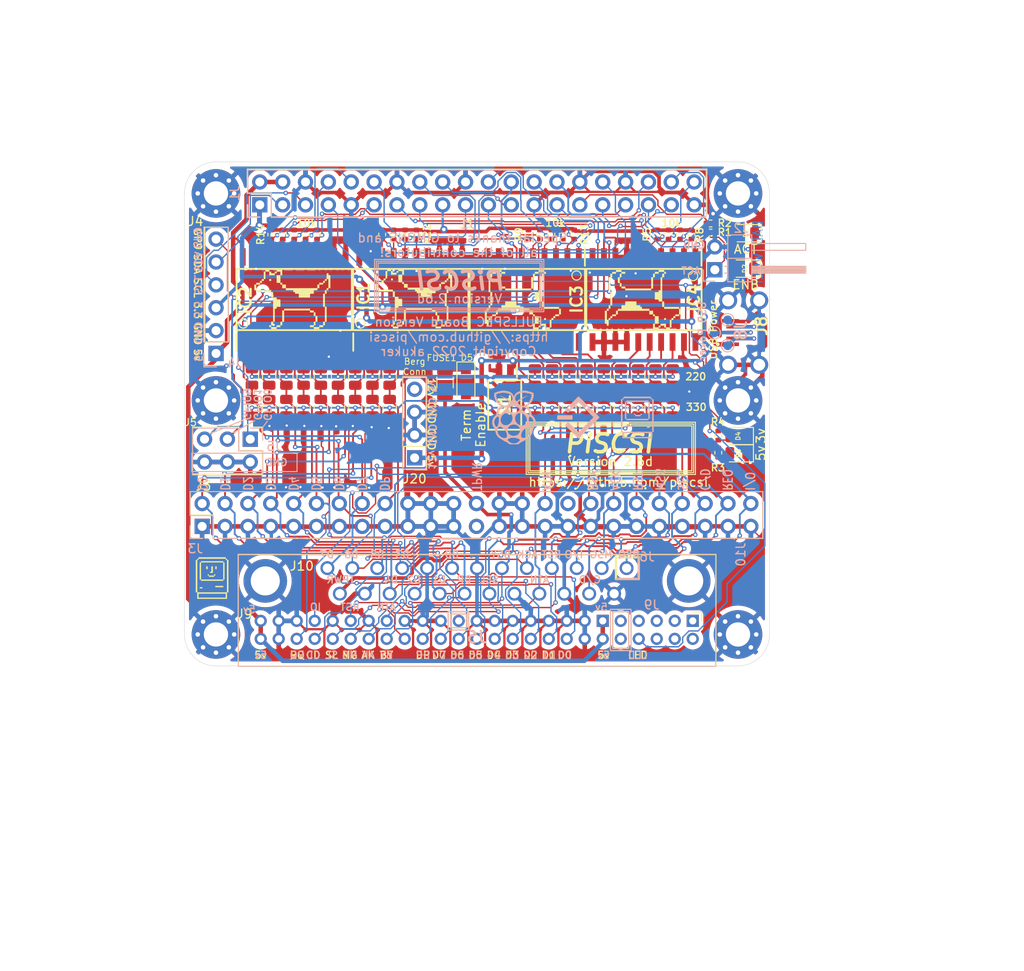
<source format=kicad_pcb>
(kicad_pcb (version 20211014) (generator pcbnew)
  (layers (0 "F.Cu" signal "Top") (31 "B.Cu" signal "Bottom") (34 "B.Paste" user) (35 "F.Paste" user) (36 "B.SilkS" user "B.Silkscreen") (37 "F.SilkS" user "F.Silkscreen") (38 "B.Mask" user) (39 "F.Mask" user) (44 "Edge.Cuts" user))
  (net 0 "")
  (net 1 "GND")
  (net 2 "+3V3")
  (net 3 "+5V")
  (net 4 "C-REQ")
  (net 5 "C-MSG")
  (net 6 "C-BSY")
  (net 7 "C-SEL")
  (net 8 "C-RST")
  (net 9 "C-ACK")
  (net 10 "C-ATN")
  (net 11 "C-DP")
  (net 12 "C-D0")
  (net 13 "C-D1")
  (net 14 "C-D2")
  (net 15 "C-D3")
  (net 16 "C-D4")
  (net 17 "C-D5")
  (net 18 "C-D6")
  (net 19 "C-D7")
  (net 20 "C-I_O")
  (net 21 "C-C_D")
  (net 22 "TERMPOW")
  (net 23 "PI-D7")
  (net 24 "PI-D6")
  (net 25 "PI-D5")
  (net 26 "PI-D4")
  (net 27 "PI-D3")
  (net 28 "PI-D2")
  (net 29 "PI-D1")
  (net 30 "PI-D0")
  (net 31 "PI-DP")
  (net 32 "PI-BSY")
  (net 33 "PI-MSG")
  (net 34 "PI-C_D")
  (net 35 "PI-REQ")
  (net 36 "PI-I_O")
  (net 37 "PI-ATN")
  (net 38 "PI-ACK")
  (net 39 "PI-RST")
  (net 40 "PI-SEL")
  (net 41 "Net-(D2-Pad2)")
  (net 42 "Net-(D3-Pad2)")
  (net 43 "Net-(D4-Pad2)")
  (net 44 "DBG_LED")
  (net 45 "PI_SCL")
  (net 46 "PI_SDA")
  (net 47 "/TERM_GND")
  (net 48 "/TERM_5v")
  (net 49 "PI-IND")
  (net 50 "PI-TAD")
  (net 51 "PI-DTD")
  (net 52 "Net-(D5-Pad1)")
  (net 53 "PI_GPIO1")
  (net 54 "PI_GPIO0")
  (net 55 "PI_GPIO9")
  (net 56 "USB_Pin_4")
  (net 57 "USB_Pin_3")
  (net 58 "USB_Pin_2")
  (net 59 "PI-ACT")
  (net 73 "Net-(D1-Pad2)")
  (footprint "LED_SMD:LED_0805_2012Metric" (layer "F.Cu") (at 236.0295 74.8665 180)
    (fp_text reference "D3")
    (fp_text value "Green")
  )
  (footprint "LED_SMD:LED_0805_2012Metric" (layer "F.Cu") (at 236.9035 50.419 180)
    (fp_text reference "D1")
    (fp_text value "Green")
  )
  (footprint "LED_SMD:LED_0805_2012Metric" (layer "F.Cu") (at 236.7915 54.356 180)
    (fp_text reference "D2")
    (fp_text value "Green")
  )
  (footprint "MountingHole:MountingHole_2.7mm_M2.5_Pad_Via" (layer "F.Cu") (at 178 46)
    (fp_text reference "H1" hide)
    (fp_text value "Hole1" hide)
  )
  (footprint "MountingHole:MountingHole_2.7mm_M2.5_Pad_Via" (layer "F.Cu") (at 178 69)
    (fp_text reference "H3" hide)
    (fp_text value "Hole3" hide)
  )
  (footprint "MountingHole:MountingHole_2.7mm_M2.5_Pad_Via" (layer "F.Cu") (at 178 95)
    (fp_text reference "H5" hide)
    (fp_text value "Hole4")
  )
  (footprint "Connector_PinSocket_2.54mm:PinSocket_1x06_P2.54mm_Vertical" (layer "F.Cu") (at 178.01 63.78 180)
    (fp_text reference "J4")
    (fp_text value "I2C Pinout")
  )
  (footprint "MountingHole:MountingHole_2.7mm_M2.5_Pad_Via" (layer "F.Cu") (at 236 69)
    (fp_text reference "H4" hide)
    (fp_text value "Hole5" hide)
  )
  (footprint "MountingHole:MountingHole_2.7mm_M2.5_Pad_Via" (layer "F.Cu") (at 236 95)
    (fp_text reference "H6" hide)
    (fp_text value "Hole6")
  )
  (footprint "MountingHole:MountingHole_2.7mm_M2.5_Pad_Via" (layer "F.Cu") (at 236 46)
    (fp_text reference "H2" hide)
    (fp_text value "Hole2" hide)
  )
  (footprint "Resistor_SMD:R_0805_2012Metric" (layer "F.Cu") (at 221.09 66.4 -90)
    (fp_text reference "R31")
    (fp_text value "220")
  )
  (footprint "Fuse:Fuse_1206_3216Metric" (layer "F.Cu") (at 203.45 67 -90)
    (fp_text reference "FUSE1")
    (fp_text value "1A")
  )
  (footprint "SamacSys_Parts:SOIC127P1030X265-20N" (layer "F.Cu") (at 199.644 57.785 90)
    (fp_text reference "IC1")
    (fp_text value "SN74LS641-1DW" hide)
  )
  (footprint "SamacSys_Parts:SOIC127P1030X265-20N" (layer "F.Cu") (at 212.598 57.785 -90)
    (fp_text reference "IC3")
    (fp_text value "SN74LS641-1DW" hide)
  )
  (footprint "Resistor_SMD:R_0402_1005Metric" (layer "F.Cu") (at 232.9585 49.3395)
    (fp_text reference "R2")
    (fp_text value "2k")
  )
  (footprint "Resistor_SMD:R_0402_1005Metric" (layer "F.Cu") (at 233.807 74.803 -90)
    (fp_text reference "R3")
    (fp_text value "5.1k")
  )
  (footprint "Resistor_SMD:R_0402_1005Metric" (layer "F.Cu") (at 227.0125 50.569 -90)
    (fp_text reference "R5")
    (fp_text value "10k")
  )
  (footprint "Resistor_SMD:R_0402_1005Metric" (layer "F.Cu") (at 228.2825 50.569 -90)
    (fp_text reference "R6" hide)
    (fp_text value "10k")
  )
  (footprint "Resistor_SMD:R_0402_1005Metric" (layer "F.Cu") (at 229.5525 50.569 -90)
    (fp_text reference "R7" hide)
    (fp_text value "10k")
  )
  (footprint "Resistor_SMD:R_0402_1005Metric" (layer "F.Cu") (at 212.725 50.569 -90)
    (fp_text reference "R9")
    (fp_text value "10k")
  )
  (footprint "Resistor_SMD:R_0402_1005Metric" (layer "F.Cu") (at 215.265 50.569 -90)
    (fp_text reference "R11" hide)
    (fp_text value "10k")
  )
  (footprint "Resistor_SMD:R_0402_1005Metric" (layer "F.Cu") (at 216.535 50.569 -90)
    (fp_text reference "R12" hide)
    (fp_text value "10k")
  )
  (footprint "Resistor_SMD:R_0402_1005Metric" (layer "F.Cu") (at 217.805 50.569 -90)
    (fp_text reference "R13")
    (fp_text value "10k")
  )
  (footprint "Resistor_SMD:R_0402_1005Metric" (layer "F.Cu") (at 185.42 50.569 -90)
    (fp_text reference "R15" hide)
    (fp_text value "10k")
  )
  (footprint "Resistor_SMD:R_0402_1005Metric" (layer "F.Cu") (at 186.69 50.569 -90)
    (fp_text reference "R16" hide)
    (fp_text value "10k")
  )
  (footprint "Resistor_SMD:R_0402_1005Metric" (layer "F.Cu") (at 196.469 50.569 -90)
    (fp_text reference "R19" hide)
    (fp_text value "10k")
  )
  (footprint "Resistor_SMD:R_0402_1005Metric" (layer "F.Cu") (at 197.739 50.569 -90)
    (fp_text reference "R20" hide)
    (fp_text value "10k")
  )
  (footprint "Resistor_SMD:R_0402_1005Metric" (layer "F.Cu") (at 199.009 50.569 -90)
    (fp_text reference "R21" hide)
    (fp_text value "10k")
  )
  (footprint "Resistor_SMD:R_0402_1005Metric" (layer "F.Cu") (at 200.279 50.569 -90)
    (fp_text reference "R22")
    (fp_text value "10k")
  )
  (footprint "Resistor_SMD:R_0805_2012Metric" (layer "F.Cu") (at 223.0025 66.4 -90)
    (fp_text reference "R23")
    (fp_text value "220")
  )
  (footprint "Resistor_SMD:R_0805_2012Metric" (layer "F.Cu") (at 224.915 66.4 -90)
    (fp_text reference "R24")
    (fp_text value "220")
  )
  (footprint "Resistor_SMD:R_0805_2012Metric" (layer "F.Cu") (at 226.8275 66.4 -90)
    (fp_text reference "R25")
    (fp_text value "220")
  )
  (footprint "Resistor_SMD:R_0805_2012Metric" (layer "F.Cu") (at 228.74 66.4 -90)
    (fp_text reference "R26")
    (fp_text value "220")
  )
  (footprint "Resistor_SMD:R_0805_2012Metric" (layer "F.Cu") (at 213.44 66.4 -90)
    (fp_text reference "R27")
    (fp_text value "220")
  )
  (footprint "Resistor_SMD:R_0805_2012Metric" (layer "F.Cu") (at 215.3525 66.4 -90)
    (fp_text reference "R28")
    (fp_text value "220")
  )
  (footprint "Resistor_SMD:R_0805_2012Metric" (layer "F.Cu") (at 217.265 66.4 -90)
    (fp_text reference "R29")
    (fp_text value "220")
  )
  (footprint "Resistor_SMD:R_0805_2012Metric" (layer "F.Cu") (at 219.1775 66.4 -90)
    (fp_text reference "R30")
    (fp_text value "220")
  )
  (footprint "Resistor_SMD:R_0805_2012Metric" (layer "F.Cu") (at 185.825 66.4 -90)
    (fp_text reference "R34")
    (fp_text value "220")
  )
  (footprint "Resistor_SMD:R_0805_2012Metric" (layer "F.Cu") (at 187.7375 66.4 -90)
    (fp_text reference "R35")
    (fp_text value "220")
  )
  (footprint "Resistor_SMD:R_0805_2012Metric" (layer "F.Cu") (at 189.65 66.4 -90)
    (fp_text reference "R36")
    (fp_text value "220")
  )
  (footprint "Resistor_SMD:R_0805_2012Metric" (layer "F.Cu") (at 191.5625 66.4 -90)
    (fp_text reference "R37")
    (fp_text value "220")
  )
  (footprint "Resistor_SMD:R_0805_2012Metric" (layer "F.Cu") (at 193.475 66.4 -90)
    (fp_text reference "R38")
    (fp_text value "220")
  )
  (footprint "Resistor_SMD:R_0805_2012Metric" (layer "F.Cu") (at 195.3875 66.4 -90)
    (fp_text reference "R39")
    (fp_text value "220")
  )
  (footprint "Resistor_SMD:R_0805_2012Metric" (layer "F.Cu") (at 197.3 66.4 -90)
    (fp_text reference "R40")
    (fp_text value "220")
  )
  (footprint "Resistor_SMD:R_0805_2012Metric" (layer "F.Cu") (at 223.0025 69.8 90)
    (fp_text reference "R41")
    (fp_text value "330")
  )
  (footprint "Resistor_SMD:R_0805_2012Metric" (layer "F.Cu") (at 224.915 69.8 90)
    (fp_text reference "R42")
    (fp_text value "330")
  )
  (footprint "Resistor_SMD:R_0805_2012Metric" (layer "F.Cu") (at 226.8275 69.8 90)
    (fp_text reference "R43")
    (fp_text value "330")
  )
  (footprint "Resistor_SMD:R_0805_2012Metric" (layer "F.Cu") (at 228.74 69.8 90)
    (fp_text reference "R44")
    (fp_text value "330")
  )
  (footprint "Resistor_SMD:R_0805_2012Metric" (layer "F.Cu") (at 213.44 69.8 90)
    (fp_text reference "R45")
    (fp_text value "330")
  )
  (footprint "Resistor_SMD:R_0805_2012Metric" (layer "F.Cu") (at 215.3525 69.8 90)
    (fp_text reference "R46")
    (fp_text value "330")
  )
  (footprint "Resistor_SMD:R_0805_2012Metric" (layer "F.Cu") (at 217.265 69.8 90)
    (fp_text reference "R47")
    (fp_text value "330")
  )
  (footprint "Resistor_SMD:R_0805_2012Metric" (layer "F.Cu") (at 219.1775 69.8 90)
    (fp_text reference "R48")
    (fp_text value "330")
  )
  (footprint "Resistor_SMD:R_0805_2012Metric" (layer "F.Cu") (at 221.09 69.8 90)
    (fp_text reference "R49")
    (fp_text value "330")
  )
  (footprint "Resistor_SMD:R_0805_2012Metric" (layer "F.Cu") (at 182 69.8 90)
    (fp_text reference "R50")
    (fp_text value "330")
  )
  (footprint "Resistor_SMD:R_0805_2012Metric" (layer "F.Cu") (at 183.9125 69.8 90)
    (fp_text reference "R51")
    (fp_text value "330")
  )
  (footprint "Resistor_SMD:R_0805_2012Metric" (layer "F.Cu") (at 185.825 69.8 90)
    (fp_text reference "R52")
    (fp_text value "330")
  )
  (footprint "Resistor_SMD:R_0805_2012Metric" (layer "F.Cu") (at 187.7375 69.8 90)
    (fp_text reference "R53")
    (fp_text value "330")
  )
  (footprint "Resistor_SMD:R_0805_2012Metric" (layer "F.Cu") (at 189.65 69.8 90)
    (fp_text reference "R54")
    (fp_text value "330")
  )
  (footprint "Resistor_SMD:R_0805_2012Metric" (layer "F.Cu") (at 191.5625 69.8 90)
    (fp_text reference "R55")
    (fp_text value "330")
  )
  (footprint "Resistor_SMD:R_0805_2012Metric" (layer "F.Cu") (at 193.475 69.8 90)
    (fp_text reference "R56")
    (fp_text value "330")
  )
  (footprint "Resistor_SMD:R_0805_2012Metric" (layer "F.Cu") (at 195.3875 69.8 90)
    (fp_text reference "R57")
    (fp_text value "330")
  )
  (footprint "Resistor_SMD:R_0805_2012Metric" (layer "F.Cu") (at 197.3 69.8 90)
    (fp_text reference "R58")
    (fp_text value "330")
  )
  (footprint "SamacSys_Parts:dogcow" (layer "F.Cu") (at 186.4995 57.785)
    (fp_text reference "X2" hide)
    (fp_text value "Dogcow" hide)
  )
  (footprint "SamacSys_Parts:dogcow" (layer "F.Cu") (at 225.425 57.785 180)
    (fp_text reference "X4" hide)
    (fp_text value "Dogcow" hide)
  )
  (footprint "SamacSys_Parts:dogcow" (layer "F.Cu") (at 212.09 57.785 180)
    (fp_text reference "X5" hide)
    (fp_text value "Dogcow" hide)
  )
  (footprint "SamacSys_Parts:dogcow" (layer "F.Cu") (at 200.025 57.7215)
    (fp_text reference "X6" hide)
    (fp_text value "Dogcow" hide)
  )
  (footprint "Resistor_SMD:R_0402_1005Metric" (layer "F.Cu") (at 189.23 50.569 -90)
    (fp_text reference "R18" hide)
    (fp_text value "10k")
  )
  (footprint "Resistor_SMD:R_0402_1005Metric" (layer "F.Cu") (at 184.15 50.569 -90)
    (fp_text reference "R14")
    (fp_text value "10k")
  )
  (footprint "Resistor_SMD:R_0402_1005Metric" (layer "F.Cu") (at 187.96 50.569 -90)
    (fp_text reference "R17" hide)
    (fp_text value "10k")
  )
  (footprint "Resistor_SMD:R_0805_2012Metric" (layer "F.Cu") (at 182 66.4 -90)
    (fp_text reference "R32")
    (fp_text value "220")
  )
  (footprint "Resistor_SMD:R_0805_2012Metric" (layer "F.Cu") (at 183.9125 66.4 -90)
    (fp_text reference "R33")
    (fp_text value "220")
  )
  (footprint "SamacSys_Parts:SOIC127P1030X265-20N" (layer "F.Cu") (at 225.552 57.785 -90)
    (fp_text reference "IC4")
    (fp_text value "SN74LS641-1DW" hide)
  )
  (footprint "Resistor_SMD:R_0402_1005Metric" (layer "F.Cu") (at 233.807 72.898 -90)
    (fp_text reference "R4")
    (fp_text value "2k")
  )
  (footprint "rascsi_din:SOIC127P812X230-4N" (layer "F.Cu") (at 210.08 69.4995 -90)
    (fp_text reference "S1")
    (fp_text value "Switch x2" hide)
  )
  (footprint "Diode_SMD:D_SOD-123F" (layer "F.Cu") (at 205.77 66.925 -90)
    (fp_text reference "D5")
    (fp_text value "SM4007PL")
  )
  (footprint "SamacSys_Parts:SOIC127P1030X265-20N" (layer "F.Cu") (at 186.69 57.785 90)
    (fp_text reference "IC2")
    (fp_text value "SN74LS641-1DW" hide)
  )
  (footprint "LED_SMD:LED_0805_2012Metric" (layer "F.Cu") (at 236.0295 72.9615 180)
    (fp_text reference "D4")
    (fp_text value "Green")
  )
  (footprint "Resistor_SMD:R_0402_1005Metric" (layer "F.Cu") (at 232.9585 50.3555)
    (fp_text reference "R1")
    (fp_text value "2k")
  )
  (footprint "SamacSys_Parts:mac_happy_small" (layer "F.Cu") (at 177.6095 88.7095)
    (fp_text reference "X1" hide)
    (fp_text value "Mac" hide)
  )
  (footprint "SamacSys_Parts:U254051N4BH806" (layer "F.Cu") (at 237.39 61.46 90)
    (fp_text reference "J8")
    (fp_text value "USB_B_Micro" hide)
  )
  (footprint "Connector_PinHeader_2.54mm:PinHeader_2x25_P2.54mm_Vertical" (layer "F.Cu") (at 176.4665 82.9945 90)
    (fp_text reference "J3")
    (fp_text value "Conn_02x25_Odd_Even")
  )
  (footprint "Connector_PinHeader_2.00mm:PinHeader_2x25_P2.00mm_Horizontal" (layer "F.Cu") (at 230.972 93.488 -90)
    (fp_text reference "J9" hide)
    (fp_text value "Conn_02x25_Odd_Even")
  )
  (footprint "Resistor_SMD:R_0402_1005Metric" (layer "F.Cu") (at 230.8225 50.569 -90)
    (fp_text reference "R8")
    (fp_text value "10k")
  )
  (footprint "Resistor_SMD:R_0402_1005Metric" (layer "F.Cu") (at 213.995 50.569 -90)
    (fp_text reference "R10" hide)
    (fp_text value "10k")
  )
  (footprint "Connector_PinHeader_2.54mm:PinHeader_2x03_P2.54mm_Vertical" (layer "F.Cu") (at 181.81 73.3 -90)
    (fp_text reference "J5")
    (fp_text value "DNP")
  )
  (footprint "Connector_PinHeader_2.54mm:PinHeader_1x04_P2.54mm_Vertical" (layer "F.Cu") (at 200.07 75.38 180)
    (fp_text reference "J20")
    (fp_text value "171826-4")
  )
  (footprint "Connector_PinSocket_2.54mm:PinSocket_2x20_P2.54mm_Vertical" (layer "B.Cu") (at 182.87 47.27 -90)
    (fp_text reference "J1")
    (fp_text value "Raspberry_Pi_2_3")
  )
  (footprint "SamacSys_Parts:pi_logo" (layer "B.Cu") (at 211.1 70.938684 180)
    (fp_text reference "X7" hide)
    (fp_text value "Pi" hide)
  )
  (footprint "SamacSys_Parts:mac_happy_small" (layer "B.Cu") (at 224.78 70.866909 180)
    (fp_text reference "X3" hide)
    (fp_text value "Mac" hide)
  )
  (footprint "SamacSys_Parts:scsi_logo" (layer "B.Cu") (at 218.411965 70.885 180)
    (fp_text reference "X8" hide)
    (fp_text value "Pi" hide)
  )
  (footprint "SamacSys_Parts:L717SDB25PA4CH4F" (layer "B.Cu") (at 223.6216 87.63 180)
    (fp_text reference "J6")
    (fp_text value "CONNFLY DB-25" hide)
  )
  (footprint "Connector_PinHeader_2.54mm:PinHeader_1x02_P2.54mm_Horizontal" (layer "B.Cu") (at 233.426 54.483)
    (fp_text reference "J2")
    (fp_text value "DNP")
  )
  (footprint "TestPoint:TestPoint_Pad_D1.0mm" (layer "B.Cu") (at 233.35 61.48 90)
    (fp_text reference "TP2" hide)
    (fp_text value "TestPoint" hide)
  )
  (footprint "TestPoint:TestPoint_Pad_D1.0mm" (layer "B.Cu") (at 234.85 62.91 90)
    (fp_text reference "TP3" hide)
    (fp_text value "TestPoint")
  )
  (footprint "TestPoint:TestPoint_Pad_D1.0mm" (layer "B.Cu") (at 234.85 60.05 90)
    (fp_text reference "TP1" hide)
    (fp_text value "TestPoint")
  )
  (gr_line (start 175.3235 76.8985) (end 175.3235 76.7715) (layer "B.SilkS") (width 0.12))
  (gr_line (start 238.76 84.328) (end 177.673 84.328) (layer "B.SilkS") (width 0.12))
  (gr_line (start 225.044 88.9) (end 225.044 86.36) (layer "B.SilkS") (width 0.12))
  (gr_line (start 222.377 88.9) (end 225.044 88.9) (layer "B.SilkS") (width 0.12))
  (gr_line (start 224.917 88.773) (end 224.917 86.487) (layer "B.SilkS") (width 0.12))
  (gr_line (start 222.504 88.773) (end 224.917 88.773) (layer "B.SilkS") (width 0.12))
  (gr_line (start 183.1975 73.406) (end 183.1975 72.0725) (layer "B.SilkS") (width 0.12))
  (gr_rect (start 222.082 92.472) (end 223.86 96.536) (layer "B.SilkS") (width 0.12) (fill none))
  (gr_line (start 175.3235 76.7715) (end 175.3235 74.8665) (layer "B.SilkS") (width 0.12))
  (gr_line (start 203.937 57.954) (end 204.064 57.954) (layer "B.SilkS") (width 0.12))
  (gr_line (start 175.387 72.0725) (end 180.5305 72.0725) (layer "B.SilkS") (width 0.12))
  (gr_rect (start 195.62 59.14) (end 214.42 53.34) (layer "B.SilkS") (width 0.12) (fill none))
  (gr_line (start 183.1975 74.6125) (end 183.1975 77.2795) (layer "B.SilkS") (width 0.12))
  (gr_line (start 175.133 81.788) (end 175.133 79.121) (layer "B.SilkS") (width 0.12))
  (gr_line (start 175.133 82.931) (end 175.133 84.328) (layer "B.SilkS") (width 0.12))
  (gr_rect (start 204.048 92.726) (end 205.826 94.25) (layer "B.SilkS") (width 0.12) (fill none))
  (gr_line (start 183.7055 71.3105) (end 183.134 72.0725) (layer "B.SilkS") (width 0.12))
  (gr_line (start 180.5305 72.0725) (end 180.5305 74.6125) (layer "B.SilkS") (width 0.12))
  (gr_line (start 176.784 62.484) (end 179.3875 62.484) (layer "B.SilkS") (width 0.12))
  (gr_line (start 238.76 79.121) (end 238.76 84.328) (layer "B.SilkS") (width 0.12))
  (gr_rect (start 203.794 92.472) (end 206.08 94.504) (layer "B.SilkS") (width 0.12) (fill none))
  (gr_rect (start 221.828 92.218) (end 224.114 96.79) (layer "B.SilkS") (width 0.12) (fill none))
  (gr_line (start 175.133 84.328) (end 176.53 84.328) (layer "B.SilkS") (width 0.12))
  (gr_line (start 177.673 84.328) (end 177.673 81.788) (layer "B.SilkS") (width 0.12))
  (gr_line (start 179.3875 62.484) (end 179.37 49.78) (layer "B.SilkS") (width 0.12))
  (gr_line (start 179.3875 49.78) (end 176.784 49.78) (layer "B.SilkS") (width 0.12))
  (gr_line (start 175.133 79.121) (end 238.76 79.121) (layer "B.SilkS") (width 0.12))
  (gr_line (start 183.1975 77.2795) (end 175.387 77.2795) (layer "B.SilkS") (width 0.12))
  (gr_line (start 187.0075 74.8665) (end 187.0075 76.8985) (layer "B.SilkS") (width 0.12))
  (gr_rect (start 195.82 58.94) (end 214.22 53.54) (layer "B.SilkS") (width 0.12) (fill none))
  (gr_line (start 177.673 81.788) (end 175.133 81.788) (layer "B.SilkS") (width 0.12))
  (gr_rect (start 196.02 58.74) (end 214.02 53.74) (layer "B.SilkS") (width 0.12) (fill none))
  (gr_line (start 187.0075 76.8985) (end 175.3235 76.8985) (layer "B.SilkS") (width 0.12))
  (gr_rect (start 198.76 66.33) (end 201.34 76.64) (layer "B.SilkS") (width 0.12) (fill none))
  (gr_line (start 175.387 77.2795) (end 175.387 72.0725) (layer "B.SilkS") (width 0.12))
  (gr_line (start 176.657 63.754) (end 176.657 65.278) (layer "B.SilkS") (width 0.12))
  (gr_line (start 176.657 65.278) (end 178.054 65.278) (layer "B.SilkS") (width 0.12))
  (gr_line (start 183.1975 72.0725) (end 181.864 72.0725) (layer "B.SilkS") (width 0.12))
  (gr_line (start 176.784 49.78) (end 176.784 62.484) (layer "B.SilkS") (width 0.12))
  (gr_line (start 181.0385 71.1835) (end 177.292 72.7075) (layer "B.SilkS") (width 0.12))
  (gr_line (start 175.3235 74.8665) (end 187.0075 74.8665) (layer "B.SilkS") (width 0.12))
  (gr_line (start 180.5305 74.6125) (end 183.1975 74.6125) (layer "B.SilkS") (width 0.12))
  (gr_line (start 182.3085 71.247) (end 179.959 72.5805) (layer "B.SilkS") (width 0.12))
  (gr_circle (center 181.0385 60.452) (end 181.483 60.198) (layer "F.SilkS") (width 0.12) (fill none))
  (gr_line (start 184.15 45.974) (end 181.483 45.974) (layer "F.SilkS") (width 0.12))
  (gr_circle (center 231.013 55.1815) (end 231.4575 54.9275) (layer "F.SilkS") (width 0.12) (fill none))
  (gr_rect (start 203.794 92.472) (end 206.08 94.504) (layer "F.SilkS") (width 0.12) (fill none))
  (gr_rect (start 222.377 86.36) (end 225.044 88.9) (layer "F.SilkS") (width 0.12) (fill none))
  (gr_line (start 182.88 48.641) (end 181.483 48.641) (layer "F.SilkS") (width 0.12))
  (gr_circle (center 218.059 55.118) (end 218.5035 54.864) (layer "F.SilkS") (width 0.12) (fill none))
  (gr_line (start 232.537 48.641) (end 184.15 48.641) (layer "F.SilkS") (width 0.12))
  (gr_rect (start 212.87 71.82) (end 230.87 76.82) (layer "F.SilkS") (width 0.12) (fill none))
  (gr_line (start 181.483 43.307) (end 232.537 43.307) (layer "F.SilkS") (width 0.12))
  (gr_line (start 181.483 48.641) (end 181.483 47.244) (layer "F.SilkS") (width 0.12))
  (gr_rect (start 222.082 92.472) (end 223.86 96.536) (layer "F.SilkS") (width 0.12) (fill none))
  (gr_line (start 184.15 48.641) (end 184.15 45.974) (layer "F.SilkS") (width 0.12))
  (gr_rect (start 212.67 71.62) (end 231.07 77.02) (layer "F.SilkS") (width 0.12) (fill none))
  (gr_rect (start 212.47 71.42) (end 231.27 77.22) (layer "F.SilkS") (width 0.12) (fill none))
  (gr_rect (start 222.504 86.487) (end 224.917 88.773) (layer "F.SilkS") (width 0.12) (fill none))
  (gr_line (start 232.537 43.307) (end 232.537 48.641) (layer "F.SilkS") (width 0.12))
  (gr_rect (start 180.467 86.106) (end 233.553 98.552) (layer "F.SilkS") (width 0.12) (fill none))
  (gr_rect (start 204.048 92.726) (end 205.826 94.25) (layer "F.SilkS") (width 0.12) (fill none))
  (gr_line (start 181.483 45.974) (end 181.483 43.307) (layer "F.SilkS") (width 0.12))
  (gr_circle (center 194.056 60.452) (end 194.5005 60.198) (layer "F.SilkS") (width 0.12) (fill none))
  (gr_rect (start 221.828 92.218) (end 224.114 96.79) (layer "F.SilkS") (width 0.12) (fill none))
  (gr_line (start 178 42.5) (end 236 42.5) (layer "Edge.Cuts") (width 0.05))
  (gr_line (start 178 98.496) (end 236 98.496) (layer "Edge.Cuts") (width 0.05))
  (gr_arc (start 239.5 94.996) (mid 238.474874 97.470874) (end 236 98.496) (layer "Edge.Cuts") (width 0.05))
  (gr_line (start 174.5 46) (end 174.5 94.996) (layer "Edge.Cuts") (width 0.05))
  (gr_arc (start 236 42.5) (mid 238.474874 43.525126) (end 239.5 46) (layer "Edge.Cuts") (width 0.05))
  (gr_arc (start 174.5 46) (mid 175.525126 43.525126) (end 178 42.5) (layer "Edge.Cuts") (width 0.05))
  (gr_arc (start 178 98.496) (mid 175.525126 97.470874) (end 174.5 94.996) (layer "Edge.Cuts") (width 0.05))
  (gr_line (start 239.5 46) (end 239.5 94.996) (layer "Edge.Cuts") (width 0.05))
  (gr_text "BAD WOLF" (at 238.21 52.7 90) (layer "B.Cu") (effects (font (size 1 1)) (justify mirror)))
  (gr_text "GP9" (at 175.92 50.94 270) (layer "B.SilkS") (effects (font (size 0.8 0.8)) (justify mirror)))
  (gr_text "SDA" (at 176.022 53.594 270) (layer "B.SilkS") (effects (font (size 0.8 0.8)) (justify mirror)))
  (gr_text "SCL" (at 176.022 56.134 270) (layer "B.SilkS") (effects (font (size 0.8 0.8)) (justify mirror)))
  (gr_text "3.3" (at 176.022 58.928 270) (layer "B.SilkS") (effects (font (size 0.8 0.8)) (justify mirror)))
  (gr_text "GND\n" (at 176.022 61.468 270) (layer "B.SilkS") (effects (font (size 0.8 0.8)) (justify mirror)))
  (gr_text "5v" (at 176.022 64.008 270) (layer "B.SilkS") (effects (font (size 0.8 0.8)) (justify mirror)))
  (gr_text "GPIO9" (at 181.4195 69.4055 270) (layer "B.SilkS") (effects (font (size 0.8 0.8)) (justify mirror)))
  (gr_text "GND" (at 184.7215 75.8825) (layer "B.SilkS") (effects (font (size 0.8 0.8)) (justify mirror)))
  (gr_text "ACT" (at 230.759 54.61) (layer "B.SilkS") (effects (font (size 0.8 0.8)) (justify mirror)))
  (gr_text "USB Power" (at 232.03 61.28 90) (layer "B.SilkS") (effects (font (size 0.8 0.8)) (justify mirror)))
  (gr_text "GND" (at 231.14 51.7525) (layer "B.SilkS") (effects (font (size 0.8 0.8)) (justify mirror)))
  (gr_text "I/O" (at 237.2995 77.984381 270) (layer "B.SilkS") (effects (font (size 1 0.8)) (justify mirror)))
  (gr_text "RST" (at 224.826284 77.927238 270) (layer "B.SilkS") (effects (font (size 1 0.8)) (justify mirror)))
  (gr_text "SEL" (at 229.815568 77.946286 270) (layer "B.SilkS") (effects (font (size 1 0.8)) (justify mirror)))
  (gr_text "D0" (at 176.4665 78.232 270) (layer "B.SilkS") (effects (font (size 1 0.8)) (justify mirror)))
  (gr_text "D5" (at 189.12681 78.232 270) (layer "B.SilkS") (effects (font (size 1 0.8)) (justify mirror)))
  (gr_text "BSY" (at 219.837 77.889143 270) (layer "B.SilkS") (effects (font (size 1 0.8)) (justify mirror)))
  (gr_text "D6" (at 191.658872 78.232 270) (layer "B.SilkS") (effects (font (size 1 0.8)) (justify mirror)))
  (gr_text "D1" (at 178.998562 78.232 270) (layer "B.SilkS") (effects (font (size 1 0.8)) (justify mirror)))
  (gr_text "D4" (at 186.594748 78.232 270) (layer "B.SilkS") (effects (font (size 1 0.8)) (justify mirror)))
  (gr_text "D2" (at 181.530624 78.232 270) (layer "B.SilkS") (effects (font (size 1 0.8)) (justify mirror)))
  (gr_text "MSG" (at 227.320926 77.774858 270) (layer "B.SilkS") (effects (font (size 1 0.8)) (justify mirror)))
  (gr_text "TPWR" (at 206.9465 77.451048 270) (layer "B.SilkS") (effects (font (size 1 0.8)) (justify mirror)))
  (gr_text "D3" (at 184.062686 78.232 270) (layer "B.SilkS") (effects (font (size 1 0.8)) (justify mirror)))
  (gr_text "C/D" (at 232.31021 77.793905 270) (layer "B.SilkS") (effects (font (size 1 0.8)) (justify mirror)))
  (gr_text "ACK" (at 222.331642 77.870096 270) (layer "B.SilkS") (effects (font (size 1 0.8)) (justify mirror)))
  (gr_text "ATN" (at 214.757 77.946286 270) (layer "B.SilkS") (effects (font (size 1 0.8)) (justify mirror)))
  (gr_text "DP" (at 196.723 78.232 270) (layer "B.SilkS") (effects (font (size 1 0.8)) (justify mirror)))
  (gr_text "D7" (at 194.190934 78.232 270) (layer "B.SilkS") (effects (font (size 1 0.8)) (justify mirror)))
  (gr_text "REQ" (at 234.804852 77.832 270) (layer "B.SilkS") (effects (font (size 1 0.8)) (justify mirror)))
  (gr_text "REQ" (at 223.86 86.087) (layer "B.SilkS") (effects (font (size 0.8 0.8)) (justify mirror)))
  (gr_text "D7" (at 190.332 86.122) (layer "B.SilkS") (effects (font (size 0.8 0.8)) (justify mirror)))
  (gr_text "DP" (at 205.572 88.916) (layer "B.SilkS") (effects (font (size 0.8 0.8)) (justify mirror)))
  (gr_text "ATN" (at 213.954 88.916) (layer "B.SilkS") (effects (font (size 0.8 0.8)) (justify mirror)))
  (gr_text "ACK" (at 212.598 86.125096) (layer "B.SilkS") (effects (font (size 0.8 0.8)) (justify mirror)))
  (gr_text "C/D" (at 219.542 88.916) (layer "B.SilkS") (effects (font (size 0.8 0.8)) (justify mirror)))
  (gr_text "D3" (at 198.714 86.122) (layer "B.SilkS") (effects (font (size 0.8 0.8)) (justify mirror)))
  (gr_text "TPWR" (at 191.856 88.916) (layer "B.SilkS") (effects (font (size 0.8 0.8)) (justify mirror)))
  (gr_text "MSG" (at 220.812 86.122) (layer "B.SilkS") (effects (font (size 0.8 0.8)) (justify mirror)))
  (gr_text "D2" (at 199.984 88.916) (layer "B.SilkS") (effects (font (size 0.8 0.8)) (justify mirror)))
  (gr_text "D4" (at 197.444 88.916) (layer "B.SilkS") (effects (font (size 0.8 0.8)) (justify mirror)))
  (gr_text "D1" (at 202.778 88.916) (layer "B.SilkS") (effects (font (size 0.8 0.8)) (justify mirror)))
  (gr_text "D6" (at 193.04 86.122) (layer "B.SilkS") (effects (font (size 0.8 0.8)) (justify mirror)))
  (gr_text "BSY" (at 209.636 86.122) (layer "B.SilkS") (effects (font (size 0.8 0.8)) (justify mirror)))
  (gr_text "D5" (at 195.92 86.122) (layer "B.SilkS") (effects (font (size 0.8 0.8)) (justify mirror)))
  (gr_text "D0" (at 204.216 86.122) (layer "B.SilkS") (effects (font (size 0.8 0.8)) (justify mirror)))
  (gr_text "SEL" (at 208.366 88.916) (layer "B.SilkS") (effects (font (size 0.8 0.8)) (justify mirror)))
  (gr_text "RST" (at 215.265 86.122) (layer "B.SilkS") (effects (font (size 0.8 0.8)) (justify mirror)))
  (gr_text "I/O" (at 217.764 86.122) (layer "B.SilkS") (effects (font (size 0.8 0.8)) (justify mirror)))
  (gr_text "J6" (at 225.892 86.376) (layer "B.SilkS") (effects (font (size 1 1)) (justify mirror)))
  (gr_text "AK" (at 194.904 97.298) (layer "B.SilkS") (effects (font (size 0.8 0.8)) (justify mirror)))
  (gr_text "5v" (at 182.966 97.298) (layer "B.SilkS") (effects (font (size 0.8 0.8)) (justify mirror)))
  (gr_text "LED" (at 224.876 97.298) (layer "B.SilkS") (effects (font (size 0.8 0.8)) (justify mirror)))
  (gr_text "ATN" (at 196.936 91.964) (layer "B.SilkS") (effects (font (size 0.8 0.8)) (justify mirror)))
  (gr_text "J10" (at 236.306 86.122 90) (layer "B.SilkS") (effects (font (size 1 1)) (justify mirror)))
  (gr_text "MG" (at 192.872 97.298) (layer "B.SilkS") (effects (font (size 0.8 0.8)) (justify mirror)))
  (gr_text "D6" (at 204.81 97.298) (layer "B.SilkS") (effects (font (size 0.8 0.8)) (justify mirror)))
  (gr_text "5v" (at 181.696 92.218) (layer "B.SilkS") (effects (font (size 0.8 0.8)) (justify mirror)))
  (gr_text "D1" (at 214.97 97.298) (layer "B.SilkS") (effects (font (size 0.8 0.8)) (justify mirror)))
  (gr_text "D5" (at 206.842 97.298) (layer "B.SilkS") (effects (font (size 0.8 0.8)) (justify mirror)))
  (gr_text "IO" (at 189.062 91.964) (layer "B.SilkS") (effects (font (size 0.8 0.8)) (justify mirror)))
  (gr_text "D4" (at 208.874 97.298) (layer "B.SilkS") (effects (font (size 0.8 0.8)) (justify mirror)))
  (gr_text "J5" (at 184.4675 74.1045) (layer "B.SilkS") (effects (font (size 1 1)) (justify mirror)))
  (gr_text "5v" (at 220.812 91.964) (layer "B.SilkS") (effects (font (size 0.8 0.8)) (justify mirror)))
  (gr_text "J9" (at 226.4 91.71) (layer "B.SilkS") (effects (font (size 1 1)) (justify mirror)))
  (gr_text "GPIO0" (at 183.7055 69.469 270) (layer "B.SilkS") (effects (font (size 0.8 0.8)) (justify mirror)))
  (gr_text "D2" (at 212.938 97.298) (layer "B.SilkS") (effects (font (size 0.8 0.8)) (justify mirror)))
  (gr_text "GND\n" (at 202.04 69.868573 -90) (layer "B.SilkS") (effects (font (size 0.8 0.8)) (justify mirror)))
  (gr_text "J3" (at 175.7045 85.471) (layer "B.SilkS") (effects (font (size 1 1)) (justify mirror)))
  (gr_text "5v" (at 221.066 97.298) (layer "B.SilkS") (effects (font (size 0.8 0.8)) (justify mirror)))
  (gr_text "Special thanks to GIMONS and \nall of the contributors!" (at 205 51.74) (layer "B.SilkS") (effects (font (size 1 1)) (justify mirror)))
  (gr_text "12v" (at 202.04 75.6 -90) (layer "B.SilkS") (effects (font (size 0.8 0.8)) (justify mirror)))
  (gr_text "J1" (at 205.994 49.403) (layer "B.SilkS") (effects (font (size 1 1)) (justify mirror)))
  (gr_text "BY" (at 196.936 97.298) (layer "B.SilkS") (effects (font (size 0.8 0.8)) (justify mirror)))
  (gr_text "SL" (at 190.84 97.298) (layer "B.SilkS") (effects (font (size 0.8 0.8)) (justify mirror)))
  (gr_text "RST" (at 192.872 91.964) (layer "B.SilkS") (effects (font (size 0.8 0.8)) (justify mirror)))
  (gr_text "D0" (at 216.748 97.298) (layer "B.SilkS") (effects (font (size 0.8 0.8)) (justify mirror)))
  (gr_text "D7" (at 202.778 97.298) (layer "B.SilkS") (effects (font (size 0.8 0.8)) (justify mirror)))
  (gr_text "GPIO1" (at 182.626 69.4055 270) (layer "B.SilkS") (effects (font (size 0.8 0.8)) (justify mirror)))
  (gr_text "J8" (at 236.306 61.23 90) (layer "B.SilkS") (effects (font (size 1.27 1.27) (thickness 0.23)) (justify mirror)))
  (gr_text "GND\n" (at 202.04 72.810477 -90) (layer "B.SilkS") (effects (font (size 0.8 0.8)) (justify mirror)))
  (gr_text "RQ" (at 187.03 97.298) (layer "B.SilkS") (effects (font (size 0.8 0.8)) (justify mirror)))
  (gr_text "CD" (at 188.808 97.298) (layer "B.SilkS") (effects (font (size 0.8 0.8)) (justify mirror)))
  (gr_text "Version 2.6d" (at 205.06 57.7) (layer "B.SilkS") (effects (font (size 1 1)) (justify mirror)))
  (gr_text "DP" (at 201 97.298) (layer "B.SilkS") (effects (font (size 0.8 0.8)) (justify mirror)))
  (gr_text "https://github.com/piscsi\nCopyright 2022 akuker" (at 204.97 62.75) (layer "B.SilkS") (effects (font (size 1 1)) (justify mirror)))
  (gr_text "5v" (at 202.04 67.46 -90) (layer "B.SilkS") (effects (font (size 0.8 0.8)) (justify mirror)))
  (gr_text "FULLSPEC Board Version" (at 204.97 60.28) (layer "B.SilkS") (effects (font (size 1 1)) (justify mirror)))
  (gr_text "PiSCSI" (at 205.22 55.71) (layer "B.SilkS") (effects (font (size 2 2) (thickness 0.4) italic) (justify mirror)))
  (gr_text "D3" (at 210.906 97.298) (layer "B.SilkS") (effects (font (size 0.8 0.8)) (justify mirror)))
  (gr_text "J4" (at 180.086 64.8335) (layer "B.SilkS") (effects (font (size 1 1)) (justify mirror)))
  (gr_text "330" (at 231.36 69.74) (layer "F.SilkS") (effects (font (size 0.8 0.8))))
  (gr_text "SDA" (at 175.9712 53.826868 270) (layer "F.SilkS") (effects (font (size 0.8 0.8))))
  (gr_text "SCL" (at 175.9712 56.497546 270) (layer "F.SilkS") (effects (font (size 0.8 0.8))))
  (gr_text "10k" (at 228.6 49.276) (layer "F.SilkS") (effects (font (size 0.8 0.8))))
  (gr_text "3v" (at 238.56 72.93 90) (layer "F.SilkS") (effects (font (size 1 1))))
  (gr_text "https://github.com/piscsi" (at 222.71 78.08) (layer "F.SilkS") (effects (font (size 1 1))))
  (gr_text "ACT" (at 236.855 52.197) (layer "F.SilkS") (effects (font (size 1 1))))
  (gr_text "ENB" (at 236.855 56.134) (layer "F.SilkS") (effects (font (size 1 1))))
  (gr_text "J1" (at 205.867 49.3395) (layer "F.SilkS") (effects (font (size 1 1))))
  (gr_text "USB Power" (at 233.2355 61.1505 90) (layer "F.SilkS") (effects (font (size 0.8 0.8))))
  (gr_text "SL" (at 190.84 97.298) (layer "F.SilkS") (effects (font (size 0.8 0.8))))
  (gr_text "RQ" (at 187.03 97.298) (layer "F.SilkS") (effects (font (size 0.8 0.8))))
  (gr_text "CD" (at 188.808 97.298) (layer "F.SilkS") (effects (font (size 0.8 0.8))))
  (gr_text "5v" (at 182.966 97.298) (layer "F.SilkS") (effects (font (size 0.8 0.8))))
  (gr_text "MG" (at 192.872 97.298) (layer "F.SilkS") (effects (font (size 0.8 0.8))))
  (gr_text "5v" (at 221.066 97.298) (layer "F.SilkS") (effects (font (size 0.8 0.8))))
  (gr_text "AK" (at 194.904 97.298) (layer "F.SilkS") (effects (font (size 0.8 0.8))))
  (gr_text "BY" (at 196.936 97.298) (layer "F.SilkS") (effects (font (size 0.8 0.8))))
  (gr_text "D6" (at 204.81 97.298) (layer "F.SilkS") (effects (font (size 0.8 0.8))))
  (gr_text "D7" (at 202.778 97.298) (layer "F.SilkS") (effects (font (size 0.8 0.8))))
  (gr_text "D4" (at 208.874 97.298) (layer "F.SilkS") (effects (font (size 0.8 0.8))))
  (gr_text "D3" (at 210.906 97.298) (layer "F.SilkS") (effects (font (size 0.8 0.8))))
  (gr_text "D2" (at 212.938 97.298) (layer "F.SilkS") (effects (font (size 0.8 0.8))))
  (gr_text "D0" (at 216.748 97.298) (layer "F.SilkS") (effects (font (size 0.8 0.8))))
  (gr_text "D1" (at 214.97 97.298) (layer "F.SilkS") (effects (font (size 0.8 0.8))))
  (gr_text "D5" (at 206.842 97.298) (layer "F.SilkS") (effects (font (size 0.8 0.8))))
  (gr_text "DP" (at 201 97.298) (layer "F.SilkS") (effects (font (size 0.8 0.8))))
  (gr_text "LED" (at 224.876 97.298) (layer "F.SilkS") (effects (font (size 0.8 0.8))))
  (gr_text "J10" (at 187.538 87.392) (layer "F.SilkS") (effects (font (size 1 1))))
  (gr_text "Berg\nConn" (at 200.08 65.24) (layer "F.SilkS") (effects (font (size 0.7 0.7) (thickness 0.1))))
  (gr_text "3.3" (at 175.9712 58.996795 270) (layer "F.SilkS") (effects (font (size 0.8 0.8))))
  (gr_text "10k" (at 188.0616 49.276) (layer "F.SilkS") (effects (font (size 0.8 0.8))))
  (gr_text "5v" (at 175.9712 63.9572 270) (layer "F.SilkS") (effects (font (size 0.8 0.8))))
  (gr_text "J9" (at 181.188 92.726) (layer "F.SilkS") (effects (font (size 1 1))))
  (gr_text "Term\nEnable" (at 206.61 71.73 90) (layer "F.SilkS") (effects (font (size 1 1))))
  (gr_text "GND\n" (at 201.93 73.301427 270) (layer "F.SilkS") (effects (font (size 0.8 0.8))))
  (gr_text "12v" (at 201.93 67.57 270) (layer "F.SilkS") (effects (font (size 0.8 0.8))))
  (gr_text "GND\n" (at 175.9712 61.610329 270) (layer "F.SilkS") (effects (font (size 0.8 0.8))))
  (gr_text "GP9" (at 175.9712 51.08 -90) (layer "F.SilkS") (effects (font (size 0.8 0.8))))
  (gr_text "10k" (at 215.6968 49.276) (layer "F.SilkS") (effects (font (size 0.8 0.8))))
  (gr_text "PiSCSI" (at 221.67 73.79) (layer "F.SilkS") (effects (font (size 2 2) (thickness 0.4) italic)))
  (gr_text "GND\n" (at 201.93 70.359523 270) (layer "F.SilkS") (effects (font (size 0.8 0.8))))
  (gr_text "5v" (at 238.53 74.87 90) (layer "F.SilkS") (effects (font (size 1 1))))
  (gr_text "Version 2.6d" (at 221.83 75.78) (layer "F.SilkS") (effects (font (size 1 1))))
  (gr_text "220" (at 231.31 66.35) (layer "F.SilkS") (effects (font (size 0.8 0.8))))
  (gr_text "5v" (at 201.93 75.71 270) (layer "F.SilkS") (effects (font (size 0.8 0.8))))
  (segment (start 207.579999 54.370001) (end 210.099999 54.370001) (width 0.4) (layer "F.Cu") (net 1))
  (segment (start 218.78 97.298) (end 218.972 97.106) (width 0.5) (layer "F.Cu") (net 1))
  (segment (start 189.71 74.07) (end 189.9 74.26) (width 0.15) (layer "F.Cu") (net 1))
  (segment (start 235.479521 60.234521) (end 237.175479 60.234521) (width 0.4) (layer "F.Cu") (net 1))
  (segment (start 200.279 62.51) (end 200.279 64.911) (width 0.15) (layer "F.Cu") (net 1))
  (segment (start 192.405 61.825) (end 191.82 61.24) (width 0.4) (layer "F.Cu") (net 1))
  (segment (start 212.044999 97.175001) (end 211.922 97.298) (width 0.25) (layer "F.Cu") (net 1))
  (segment (start 218.469499 79.340999) (end 217.932 78.8035) (width 0.4) (layer "F.Cu") (net 1))
  (segment (start 190.972 93.488) (end 191.874001 94.390001) (width 0.2) (layer "F.Cu") (net 1))
  (segment (start 223.51 44.73) (end 222.407999 45.832001) (width 0.25) (layer "F.Cu") (net 1))
  (segment (start 190.972 93.488) (end 190.044999 94.415001) (width 0.25) (layer "F.Cu") (net 1))
  (segment (start 236.823 65.043) (end 234.878 65.043) (width 0.5) (layer "F.Cu") (net 1))
  (segment (start 200.279 54.61) (end 200.632553 54.61) (width 0.4) (layer "F.Cu") (net 1))
  (segment (start 238.355 65.035) (end 238.355 63.620787) (width 0.4) (layer "F.Cu") (net 1))
  (segment (start 189.71 71.85) (end 189.71 74.07) (width 0.15) (layer "F.Cu") (net 1))
  (segment (start 199.73 97.298) (end 201.762 97.298) (width 0.5) (layer "F.Cu") (net 1))
  (segment (start 210.044999 94.415001) (end 210.044999 97.198999) (width 0.25) (layer "F.Cu") (net 1))
  (segment (start 191.11 78.630043) (end 191.1435 78.663543) (width 0.15) (layer "F.Cu") (net 1))
  (segment (start 194.069999 94.390001) (end 194.972 93.488) (width 0.2) (layer "F.Cu") (net 1))
  (segment (start 210.144 97.298) (end 211.922 97.298) (width 0.5) (layer "F.Cu") (net 1))
  (segment (start 222.49 51.08) (end 222.377 51.193) (width 0.2) (layer "F.Cu") (net 1))
  (segment (start 238.355 59.299213) (end 238.355 57.885) (width 0.4) (layer "F.Cu") (net 1))
  (segment (start 200.972 93.488) (end 201.899001 94.415001) (width 0.25) (layer "F.Cu") (net 1))
  (segment (start 195.899001 94.415001) (end 195.899001 97.064999) (width 0.25) (layer "F.Cu") (net 1))
  (segment (start 208.698 53.06) (end 208.301994 52.663994) (width 0.4) (layer "F.Cu") (net 1))
  (segment (start 208.977702 45.907001) (end 209.011204 45.873499) (width 0.4) (layer "F.Cu") (net 1))
  (segment (start 221.107 53.06) (end 221.107 51.123) (width 0.2) (layer "F.Cu") (net 1))
  (segment (start 199.018489 72.711511) (end 199.018489 80.146489) (width 0.15) (layer "F.Cu") (net 1))
  (segment (start 219.53 54.8) (end 219.837 54.493) (width 0.15) (layer "F.Cu") (net 1))
  (segment (start 227.227001 45.294961) (end 227.839041 45.907001) (width 0.4) (layer "F.Cu") (net 1))
  (segment (start 239.047001 62.928786) (end 239.047001 59.991214) (width 0.4) (layer "F.Cu") (net 1))
  (segment (start 229.702 83.074) (end 227.162 83.074) (width 0.5) (layer "F.Cu") (net 1))
  (segment (start 189.062 83.074) (end 191.602 83.074) (width 0.5) (layer "F.Cu") (net 1))
  (segment (start 191.11 72.11) (end 191.11 78.630043) (width 0.15) (layer "F.Cu") (net 1))
  (segment (start 210.741204 59.716501) (end 212.498796 59.716501) (width 0.4) (layer "F.Cu") (net 1))
  (segment (start 193.2 71.99) (end 192.76 72.43) (width 0.15) (layer "F.Cu") (net 1))
  (segment (start 238.110787 59.299213) (end 238.355 59.299213) (width 0.4) (layer "F.Cu") (net 1))
  (segment (start 193.444121 90.47) (end 192.030061 91.884061) (width 0.5) (layer "F.Cu") (net 1))
  (segment (start 219.6465 82.9945) (end 218.469499 81.817499) (width 0.4) (layer "F.Cu") (net 1))
  (segment (start 204.044999 97.047001) (end 203.794 97.298) (width 0.25) (layer "F.Cu") (net 1))
  (segment (start 210.099999 54.370001) (end 210.099999 59.075296) (width 0.4) (layer "F.Cu") (net 1))
  (segment (start 219.542 83.074) (end 222.082 83.074) (width 0.5) (layer "F.Cu") (net 1))
  (segment (start 184.31 78.55) (end 184.11 78.75) (width 0.15) (layer "F.Cu") (net 1))
  (segment (start 239.047001 59.991214) (end 238.355 59.299213) (width 0.4) (layer "F.Cu") (net 1))
  (segment (start 216.972 93.488) (end 216.044999 94.415001) (width 0.25) (layer "F.Cu") (net 1))
  (segment (start 227.227001 44.165039) (end 227.227001 45.294961) (width 0.4) (layer "F.Cu") (net 1))
  (segment (start 221.32 50.91) (end 222.32 50.91) (width 0.2) (layer "F.Cu") (net 1))
  (segment (start 202.274 53.06) (end 201.549 53.06) (width 0.4) (layer "F.Cu") (net 1))
  (segment (start 214.787999 45.832001) (end 229.692001 45.832001) (width 0.25) (layer "F.Cu") (net 1))
  (segment (start 221.107 53.06) (end 221.107 62.51) (width 0.2) (layer "F.Cu") (net 1))
  (segment (start 201.899001 97.160999) (end 201.762 97.298) (width 0.25) (layer "F.Cu") (net 1))
  (segment (start 193.2 71.84) (end 193.2 71.99) (width 0.15) (layer "F.Cu") (net 1))
  (segment (start 229.767001 45.907001) (end 231.13 47.27) (width 0.4) (layer "F.Cu") (net 1))
  (segment (start 214.972 93.488) (end 214.044999 94.415001) (width 0.25) (layer "F.Cu") (net 1))
  (segment (start 212.498796 59.716501) (end 217.42 54.795297) (width 0.4) (layer "F.Cu") (net 1))
  (segment (start 212.972 93.488) (end 212.044999 94.415001) (width 0.25) (layer "F.Cu") (net 1))
  (segment (start 229.692001 45.832001) (end 230.280001 46.420001) (width 0.25) (layer "F.Cu") (net 1))
  (segment (start 238.328 65.043) (end 236.823 65.043) (width 0.5) (layer "F.Cu") (net 1))
  (segment (start 187.82 78.19) (end 187.39 78.62) (width 0.15) (layer "F.Cu") (net 1))
  (segment (start 195.3 71.97) (end 194.56 72.71) (width 0.15) (layer "F.Cu") (net 1))
  (segment (start 212.044999 94.415001) (end 212.044999 97.175001) (width 0.25) (layer "F.Cu") (net 1))
  (segment (start 236.823 66.097) (end 236.823 65.043) (width 0.4) (layer "F.Cu") (net 1))
  (segment (start 199.018489 66.171511) (end 199.018489 72.711511) (width 0.15) (layer "F.Cu") (net 1))
  (segment (start 230.280001 46.420001) (end 231.13 47.27) (width 0.25) (layer "F.Cu") (net 1))
  (segment (start 203.794 97.298) (end 206.334 97.298) (width 0.5) (layer "F.Cu") (net 1))
  (segment (start 208.153 53.06) (end 208.301994 52.911006) (width 0.4) (layer "F.Cu") (net 1))
  (segment (start 191.35 71.87) (end 191.11 72.11) (width 0.15) (layer "F.Cu") (net 1))
  (segment (start 206.044999 97.008999) (end 206.334 97.298) (width 0.25) (layer "F.Cu") (net 1))
  (segment (start 187.780499 83.074) (end 187.829543 83.024956) (width 0.5) (layer "F.Cu") (net 1))
  (segment (start 223.51 44.73) (end 224.612001 45.832001) (width 0.25) (layer "F.Cu") (net 1))
  (segment (start 185.86 78.56) (end 185.78 78.64) (width 0.15) (layer "F.Cu") (net 1))
  (segment (start 186.972 93.488) (end 187.899001 94.415001) (width 0.25) (layer "F.Cu") (net 1))
  (segment (start 233.6 60.16) (end 233.577 60.183) (width 0.4) (layer "F.Cu") (net 1))
  (segment (start 189.9 78.61) (end 189.84 78.67) (width 0.15) (layer "F.Cu") (net 1))
  (segment (start 218.43 44.73) (end 219.532001 45.832001) (width 0.25) (layer "F.Cu") (net 1))
  (segment (start 236 66.92) (end 236.823 66.097) (width 0.4) (layer "F.Cu") (net 1))
  (segment (start 217.42 54.795297) (end 217.42 54.58) (width 0.4) (layer "F.Cu") (net 1))
  (segment (start 200.279 64.911) (end 199.018489 66.171511) (width 0.15) (layer "F.Cu") (net 1))
  (segment (start 206.972 93.488) (end 207.899001 94.415001) (width 0.25) (layer "F.Cu") (net 1))
  (segment (start 213.35 47.27) (end 214.787999 45.832001) (width 0.25) (layer "F.Cu") (net 1))
  (segment (start 199.899001 97.128999) (end 199.73 97.298) (width 0.25) (layer "F.Cu") (net 1))
  (segment (start 192.76 72.43) (end 192.76 78.39) (width 0.15) (layer "F.Cu") (net 1))
  (segment (start 198.972 93.488) (end 199.899001 94.415001) (width 0.25) (layer "F.Cu") (net 1))
  (segment (start 196.932999 45.907001) (end 198.11 44.73) (width 0.4) (layer "F.Cu") (net 1))
  (segment (start 237.11 52.2) (end 237.51 51.8) (width 0.15) (layer "F.Cu") (net 1))
  (segment (start 238.699999 66.300001) (end 238.699999 65.414999) (width 0.5) (layer "F.Cu") (net 1))
  (segment (start 217.252999 45.907001) (end 219.607001 43.552999) (width 0.4) (layer "F.Cu") (net 1))
  (segment (start 184.31 72.21) (end 184.31 78.55) (width 0.15) (layer "F.Cu") (net 1))
  (segment (start 192.030061 91.884061) (end 190.972 92.942121) (width 0.5) (layer "F.Cu") (net 1))
  (segment (start 209.011204 45.873499) (end 209.488796 45.873499) (width 0.4) (layer "F.Cu") (net 1))
  (segment (start 194.392999 45.907001) (end 196.932999 45.907001) (width 0.4) (layer "F.Cu") (net 1))
  (segment (start 190.044999 94.415001) (end 190.044999 97.264999) (width 0.25) (layer "F.Cu") (net 1))
  (segment (start 202.972 93.488) (end 204.044999 94.560999) (width 0.25) (layer "F.Cu") (net 1))
  (segment (start 204.552999 45.907001) (end 205.73 44.73) (width 0.4) (layer "F.Cu") (net 1))
  (segment (start 185.76 97.298) (end 190.078 97.298) (width 0.5) (layer "F.Cu") (net 1))
  (segment (start 217.043 61.849) (end 216.1905 60.9965) (width 0.5) (layer "F.Cu") (net 1))
  (segment (start 198.972 93.488) (end 200.972 93.488) (width 0.4) (layer "F.Cu") (net 1))
  (segment (start 193.03 47.27) (end 194.392999 45.907001) (width 0.4) (layer "F.Cu") (net 1))
  (segment (start 209.522298 45.907001) (end 217.252999 45.907001) (width 0.4) (layer "F.Cu") (net 1))
  (segment (start 237.61 51.8) (end 237.841 51.569) (width 0.15) (layer "F.Cu") (net 1))
  (segment (start 183.443314 50.335989) (end 183.443314 51.243084) (width 0.4) (layer "F.Cu") (net 1))
  (segment (start 201.762 97.298) (end 203.794 97.298) (width 0.5) (layer "F.Cu") (net 1))
  (segment (start 193.919999 92.435999) (end 192.581999 92.435999) (width 0.5) (layer "F.Cu") (net 1))
  (segment (start 194.56 72.71) (end 194.56 78.24) (width 0.15) (layer "F.Cu") (net 1))
  (segment (start 207.858 97.298) (end 210.144 97.298) (width 0.5) (layer "F.Cu") (net 1))
  (segment (start 190.972 92.942121) (end 190.972 93.488) (width 0.5) (layer "F.Cu") (net 1))
  (segment (start 216.044999 94.415001) (end 216.044999 97.239001) (width 0.25) (layer "F.Cu") (net 1))
  (segment (start 199.287001 45.907001) (end 208.977702 45.907001) (width 0.4) (layer "F.Cu") (net 1))
  (segment (start 226.614961 43.552999) (end 227.227001 44.165039) (width 0.4) (layer "F.Cu") (net 1))
  (segment (start 200.872552 54.370001) (end 207.579999 54.370001) (width 0.4) (layer "F.Cu") (net 1))
  (segment (start 235.405 60.16) (end 235.479521 60.234521) (width 0.4) (layer "F.Cu") (net 1))
  (segment (start 206.972 93.488) (end 206.044999 94.415001) (width 0.25) (layer "F.Cu") (net 1))
  (segment (start 194.972 93.488) (end 195.899001 94.415001) (width 0.25) (layer "F.Cu") (net 1))
  (segment (start 236 95) (end 238.790001 92.209999) (width 0.15) (layer "F.Cu") (net 1))
  (segment (start 214.044999 94.415001) (end 214.044999 96.953001) (width 0.25) (layer "F.Cu") (net 1))
  (segment (start 200.07 72.84) (end 199.146978 72.84) (width 0.15) (layer "F.Cu") (net 1))
  (segment (start 189.127001 45.907001) (end 187.95 44.73) (width 0.4) (layer "F.Cu") (net 1))
  (segment (start 235.405 60.16) (end 233.6 60.16) (width 0.4) (layer "F.Cu") (net 1))
  (segment (start 213.7 97.298) (end 215.986 97.298) (width 0.5) (layer "F.Cu") (net 1))
  (segment (start 207.899001 94.415001) (end 207.899001 97.256999) (width 0.25) (layer "F.Cu") (net 1))
  (segment (start 195.666 97.298) (end 199.73 97.298) (width 0.5) (layer "F.Cu") (net 1))
  (segment (start 195.899001 97.064999) (end 195.666 97.298) (width 0.25) (layer "F.Cu") (net 1))
  (segment (start 214.712999 45.907001) (end 213.35 47.27) (width 0.4) (layer "F.Cu") (net 1))
  (segment (start 187.899001 94.415001) (end 190.044999 94.415001) (width 0.25) (layer "F.Cu") (net 1))
  (segment (start 194.56 78.24) (end 195.02 78.7) (width 0.15) (layer "F.Cu") (net 1))
  (segment (start 209.423 53.06) (end 208.698 53.06) (width 0.4) (layer "F.Cu") (net 1))
  (segment (start 206.334 97.298) (end 207.858 97.298) (width 0.5) (layer "F.Cu") (net 1))
  (segment (start 184.972 95.488) (end 184.972 96.51) (width 0.5) (layer "F.Cu") (net 1))
  (segment (start 201.899001 94.415001) (end 201.899001 97.160999) (width 0.25) (layer "F.Cu") (net 1))
  (segment (start 210.044999 97.198999) (end 210.144 97.298) (width 0.25) (layer "F.Cu") (net 1))
  (segment (start 189.9 74.26) (end 189.9 78.61) (width 0.15) (layer "F.Cu") (net 1))
  (segment (start 202.64 52.694) (end 202.274 53.06) (width 0.4) (layer "F.Cu") (net 1))
  (segment (start 206.044999 94.415001) (end 206.044999 97.008999) (width 0.25) (layer "F.Cu") (net 1))
  (segment (start 238.790001 92.209999) (end 238.790001 84.542001) (width 0.15) (layer "F.Cu") (net 1))
  (segment (start 204.044999 94.560999) (end 204.044999 97.047001) (width 0.25) (layer "F.Cu") (net 1))
  (segment (start 237.175479 60.234521) (end 238.110787 59.299213) (width 0.4) (layer "F.Cu") (net 1))
  (segment (start 219.607001 43.552999) (end 226.614961 43.552999) (width 0.4) (layer "F.Cu") (net 1))
  (segment (start 200.632553 54.61) (end 200.872552 54.370001) (width 0.4) (layer "F.Cu") (net 1))
  (segment (start 191.874001 94.390001) (end 194.069999 94.390001) (width 0.2) (layer "F.Cu") (net 1))
  (segment (start 183.94 71.84) (end 184.31 72.21) (width 0.15) (layer "F.Cu") (net 1))
  (segment (start 193.03 47.27) (end 191.667001 45.907001) (width 0.4) (layer "F.Cu") (net 1))
  (segment (start 190.078 97.298) (end 195.666 97.298) (width 0.5) (layer "F.Cu") (net 1))
  (segment (start 185.86 71.79) (end 185.86 78.56) (width 0.15) (layer "F.Cu") (net 1))
  (segment (start 191.667001 45.907001) (end 189.127001 45.907001) (width 0.4) (layer "F.Cu") (net 1))
  (segment (start 192.581999 92.435999) (end 192.030061 91.884061) (width 0.5) (layer "F.Cu") (net 1))
  (segment (start 219.542 83.074) (end 217.002 83.074) (width 0.5) (layer "F.Cu") (net 1))
  (segment (start 232.242 83.074) (end 229.702 83.074) (width 0.5) (layer "F.Cu") (net 1))
  (segment (start 194.972 93.488) (end 193.919999 92.435999) (width 0.5) (layer "F.Cu") (net 1))
  (segment (start 237.51 51.8) (end 237.61 51.8) (width 0.15) (layer "F.Cu") (net 1))
  (segment (start 214.044999 96.953001) (end 213.7 97.298) (width 0.25) (layer "F.Cu") (net 1))
  (segment (start 221.107 51.123) (end 221.32 50.91) (width 0.2) (layer "F.Cu") (net 1))
  (segment (start 209.488796 45.873499) (end 209.522298 45.907001) (width 0.4) (layer "F.Cu") (net 1))
  (segment (start 188.431465 83.024956) (end 188.480509 83.074) (width 0.5) (layer "F.Cu") (net 1))
  (segment (start 195.91 54.73) (end 195.199 54.019) (width 0.4) (layer "F.Cu") (net 1))
  (segment (start 184.972 96.51) (end 185.76 97.298) (width 0.5) (layer "F.Cu") (net 1))
  (segment (start 195.199 54.019) (end 195.199 53.06) (width 0.4) (layer "F.Cu") (net 1))
  (segment (start 216.1905 60.9965) (end 214.434902 60.9965) (width 0.5) (layer "F.Cu") (net 1))
  (segment (start 211.922 97.298) (end 213.7 97.298) (width 0.5) (layer "F.Cu") (net 1))
  (segment (start 183.443314 51.243084) (end 182.245 52.441398) (width 0.4) (layer "F.Cu") (net 1))
  (segment (start 210.099999 59.075296) (end 210.741204 59.716501) (width 0.4) (layer "F.Cu") (net 1))
  (segment (start 199.146978 72.84) (end 199.018489 72.711511) (width 0.15) (layer "F.Cu") (net 1))
  (segment (start 215.986 97.298) (end 218.78 97.298) (width 0.5) (layer "F.Cu") (net 1))
  (segment (start 187.82 71.83) (end 187.82 78.19) (width 0.15) (layer "F.Cu") (net 1))
  (segment (start 222.32 50.91) (end 222.49 51.08) (width 0.2) (layer "F.Cu") (net 1))
  (segment (start 219.837 53.06) (end 219.837 54.493) (width 0.15) (layer "F.Cu") (net 1))
  (segment (start 216.044999 97.239001) (end 215.986 97.298) (width 0.25) (layer "F.Cu") (net 1))
  (segment (start 187.829543 83.024956) (end 188.431465 83.024956) (width 0.5) (layer "F.Cu") (net 1))
  (segment (start 192.76 78.39) (end 192.64 78.51) (width 0.15) (layer "F.Cu") (net 1))
  (segment (start 207.899001 97.256999) (end 207.858 97.298) (width 0.25) (layer "F.Cu") (net 1))
  (segment (start 227.839041 45.907001) (end 229.767001 45.907001) (width 0.4) (layer "F.Cu") (net 1))
  (segment (start 238.790001 84.542001) (end 237.322 83.074) (width 0.15) (layer "F.Cu") (net 1))
  (segment (start 237.841 51.569) (end 237.841 50.419) (width 0.15) (layer "F.Cu") (net 1))
  (segment (start 236 69) (end 238.699999 66.300001) (width 0.5) (layer "F.Cu") (net 1))
  (segment (start 236.427 65.043) (end 234.878 65.043) (width 0.4) (layer "F.Cu") (net 1))
  (segment (start 218.469499 81.817499) (end 218.469499 79.340999) (width 0.4) (layer "F.Cu") (net 1))
  (segment (start 210.972 93.488) (end 210.044999 94.415001) (width 0.25) (layer "F.Cu") (net 1))
  (segment (start 194.5366 90.47) (end 193.444121 90.47) (width 0.5) (layer "F.Cu") (net 1))
  (segment (start 190.044999 97.264999) (end 190.078 97.298) (width 0.25) (layer "F.Cu") (net 1))
  (segment (start 198.11 44.73) (end 199.287001 45.907001) (width 0.4) (layer "F.Cu") (net 1))
  (segment (start 238.355 63.620787) (end 239.047001 62.928786) (width 0.4) (layer "F.Cu") (net 1))
  (segment (start 188.480509 83.074) (end 189.062 83.074) (width 0.5) (layer "F.Cu") (net 1))
  (segment (start 186.522 83.074) (end 187.780499 83.074) (width 0.5) (layer "F.Cu") (net 1))
  (segment (start 218.972 97.106) (end 218.972 95.488) (width 0.5) (layer "F.Cu") (net 1))
  (segment (start 222.377 51.193) (end 222.377 53.06) (width 0.2) (layer "F.Cu") (net 1))
  (segment (start 199.899001 94.415001) (end 199.899001 97.128999) (width 0.25) (layer "F.Cu") (net 1))
  (via (at 187.39 78.62) (size 0.5) (drill 0.25) (layers "F.Cu" "B.Cu") (net 1))
  (via (at 233.577 60.183) (size 0.5) (drill 0.25) (layers "F.Cu" "B.Cu") (net 1))
  (via (at 195.19 52.42) (size 0.5) (drill 0.25) (layers "F.Cu" "B.Cu") (net 1))
  (via (at 184.41 60.6) (size 0.5) (drill 0.25) (layers "F.Cu" "B.Cu") (net 1))
  (via (at 185.78 78.64) (size 0.5) (drill 0.25) (layers "F.Cu" "B.Cu") (net 1))
  (via (at 225.71 78.76) (size 0.5) (drill 0.25) (layers "F.Cu" "B.Cu") (net 1))
  (via (at 197.2 72.07) (size 0.5) (drill 0.25) (layers "F.Cu" "B.Cu") (net 1))
  (via (at 200.279 54.61) (size 0.5) (drill 0.25) (layers "F.Cu" "B.Cu") (net 1))
  (via (at 184.11 78.75) (size 0.5) (drill 0.25) (layers "F.Cu" "B.Cu") (net 1))
  (via (at 219.53 54.8) (size 0.5) (drill 0.25) (layers "F.Cu" "B.Cu") (net 1))
  (via (at 210.099999 54.370001) (size 0.5) (drill 0.25) (layers "F.Cu" "B.Cu") (net 1))
  (via (at 191.1435 78.663543) (size 0.5) (drill 0.25) (layers "F.Cu" "B.Cu") (net 1))
  (via (at 197.739 54.5465) (size 0.5) (drill 0.25) (layers "F.Cu" "B.Cu") (net 1))
  (via (at 217.359259 75.1485) (size 0.5) (drill 0.25) (layers "F.Cu" "B.Cu") (net 1))
  (via (at 195.3 71.97) (size 0.5) (drill 0.25) (layers "F.Cu" "B.Cu") (net 1))
  (via (at 185.86 71.79) (size 0.5) (drill 0.25) (layers "F.Cu" "B.Cu") (net 1))
  (via (at 220.95 78.44) (size 0.8) (drill 0.4) (layers "F.Cu" "B.Cu") (net 1))
  (via (at 189.84 78.67) (size 0.5) (drill 0.25) (layers "F.Cu" "B.Cu") (net 1))
  (via (at 183.94 71.84) (size 0.5) (drill 0.25) (layers "F.Cu" "B.Cu") (net 1))
  (via (at 192.64 78.51) (size 0.5) (drill 0.25) (layers "F.Cu" "B.Cu") (net 1))
  (via (at 191.82 61.24) (size 0.5) (drill 0.25) (layers "F.Cu" "B.Cu") (net 1))
  (via (at 214.434902 60.9965) (size 0.8) (drill 0.4) (layers "F.Cu" "B.Cu") (net 1))
  (via (at 191.35 71.87) (size 0.5) (drill 0.25) (layers "F.Cu" "B.Cu") (net 1))
  (via (at 182.458 54.372) (size 0.5) (drill 0.25) (layers "F.Cu" "B.Cu") (net 1))
  (via (at 230.59 68.01) (size 0.5) (drill 0.25) (layers "F.Cu" "B.Cu") (net 1))
  (via (at 224.622 54.88) (size 0.5) (drill 0.25) (layers "F.Cu" "B.Cu") (net 1))
  (via (at 217.42 54.58) (size 0.5) (drill 0.25) (layers "F.Cu" "B.Cu") (net 1))
  (via (at 187.82 71.83) (size 0.5) (drill 0.25) (layers "F.Cu" "B.Cu") (net 1))
  (via (at 237.11 52.2) (size 0.5) (drill 0.25) (layers "F.Cu" "B.Cu") (net 1))
  (via (at 228.67 78.54) (size 0.5) (drill 0.25) (layers "F.Cu" "B.Cu") (net 1))
  (via (at 179.1635 65.147757) (size 0.5) (drill 0.25) (layers "F.Cu" "B.Cu") (net 1))
  (via (at 207.579999 54.370001) (size 0.5) (drill 0.25) (layers "F.Cu" "B.Cu") (net 1))
  (via (at 195.02 78.7) (size 0.5) (drill 0.25) (layers "F.Cu" "B.Cu") (net 1))
  (via (at 193.9 60.81) (size 0.5) (drill 0.25) (layers "F.Cu" "B.Cu") (net 1))
  (via (at 195.91 54.73) (size 0.5) (drill 0.25) (layers "F.Cu" "B.Cu") (net 1))
  (via (at 223.606 57.42) (size 0.5) (drill 0.25) (layers "F.Cu" "B.Cu") (net 1))
  (via (at 190.54 64.14) (size 0.5) (drill 0.25) (layers "F.Cu" "B.Cu") (net 1))
  (via (at 217.932 78.8035) (size 0.5) (drill 0.25) (layers "F.Cu" "B.Cu") (net 1))
  (via (at 233.23 48.25) (size 0.8) (drill 0.4) (layers "F.Cu" "B.Cu") (net 1))
  (via (at 193.2 71.84) (size 0.5) (drill 0.25) (layers "F.Cu" "B.Cu") (net 1))
  (via (at 189.71 71.85) (size 0.5) (drill 0.25) (layers "F.Cu" "B.Cu") (net 1))
  (via (at 183.443314 50.335989) (size 0.5) (drill 0.25) (layers "F.Cu" "B.Cu") (net 1))
  (segment (start 192.880063 50.603626) (end 193.03 50.453689) (width 0.4) (layer "B.Cu") (net 1))
  (segment (start 220.95 80.892962) (end 220.95 78.44) (width 0.4) (layer "B.Cu") (net 1))
  (segment (start 183.974973 50.335989) (end 183.796867 50.335989) (width 0.25) (layer "B.Cu") (net 1))
  (segment (start 220.496499 81.346463) (end 220.95 80.892962) (width 0.4) (layer "B.Cu") (net 1))
  (segment (start 186.772999 45.907001) (end 186.772999 47.834961) (width 0.4) (layer "B.Cu") (net 1))
  (segment (start 217.1065 82.9945) (end 217.1065 84.196581) (width 0.4) (layer "B.Cu") (net 1))
  (segment (start 202.444071 83.542711) (end 204.819173 83.542711) (width 0.4) (layer "B.Cu") (net 1))
  (segment (start 216.6966 84.606481) (end 216.6966 90.47) (width 0.4) (layer "B.Cu") (net 1))
  (segment (start 198.11 44.73) (end 199.464437 46.084437) (width 0.4) (layer "B.Cu") (net 1))
  (segment (start 219.6465 82.9945) (end 220.496499 82.144501) (width 0.4) (layer "B.Cu") (net 1))
  (segment (start 223.54 78.44) (end 220.95 78.44) (width 0.4) (layer "B.Cu") (net 1))
  (segment (start 193.03 48.472081) (end 193.03 47.27) (width 0.4) (layer "B.Cu") (net 1))
  (segment (start 218.43 44.73) (end 219.859999 43.300001) (width 0.25) (layer "B.Cu") (net 1))
  (segment (start 187.95 44.73) (end 186.512001 46.167999) (width 0.25) (layer "B.Cu") (net 1))
  (segment (start 237.11 52.2) (end 235.818519 52.2) (width 0.15) (layer "B.Cu") (net 1))
  (segment (start 197.739 54.5465) (end 197.489001 54.296501) (width 0.4) (layer "B.Cu") (net 1))
  (segment (start 215.929499 79.889539) (end 217.015538 78.8035) (width 0.4) (layer "B.Cu") (net 1))
  (segment (start 223.549499 78.449499) (end 223.54 78.44) (width 0.4) (layer "B.Cu") (net 1))
  (segment (start 225.903501 79.889539) (end 224.453962 78.44) (width 0.4) (layer "B.Cu") (net 1))
  (segment (start 201.4616 83.3994) (end 201.4616 87.63) (width 0.4) (layer "B.Cu") (net 1))
  (segment (start 193.03 50.453689) (end 193.03 48.472081) (width 0.4) (layer "B.Cu") (net 1))
  (segment (start 217.1065 84.196581) (end 216.6966 84.606481) (width 0.4) (layer "B.Cu") (net 1))
  (segment (start 201.4616 84.525182) (end 202.444071 83.542711) (width 0.4) (layer "B.Cu") (net 1))
  (segment (start 233.300001 43.300001) (end 236 46) (width 0.25) (layer "B.Cu") (net 1))
  (segment (start 201.4616 87.63) (end 201.4616 92.9984) (width 0.4) (layer "B.Cu") (net 1))
  (segment (start 187.95 44.73) (end 186.772999 45.907001) (width 0.4) (layer "B.Cu") (net 1))
  (segment (start 224.453962 78.44) (end 223.54 78.44) (width 0.4) (layer "B.Cu") (net 1))
  (segment (start 220.496499 82.144501) (end 220.496499 81.346463) (width 0.4) (layer "B.Cu") (net 1))
  (segment (start 238.355 65.035) (end 238.355 57.885) (width 0.4) (layer "B.Cu") (net 1))
  (segment (start 219.859999 43.300001) (end 233.300001 43.300001) (width 0.25) (layer "B.Cu") (net 1))
  (segment (start 233.426 51.943) (end 230.489 54.88) (width 0.5) (layer "B.Cu") (net 1))
  (segment (start 196.019014 54.296501) (end 192.880063 51.15755) (width 0.4) (layer "B.Cu") (net 1))
  (segment (start 192.880063 51.15755) (end 192.880063 50.603626) (width 0.4) (layer "B.Cu") (net 1))
  (segment (start 230.489 54.88) (end 224.622 54.88) (width 0.5) (layer "B.Cu") (net 1))
  (segment (start 197.489001 54.296501) (end 196.066501 54.296501) (width 0.15) (layer "B.Cu") (net 1))
  (segment (start 223.549499 81.817499) (end 223.549499 78.449499) (width 0.4) (layer "B.Cu") (net 1))
  (segment (start 215.929499 81.817499) (end 215.929499 79.889539) (width 0.4) (layer "B.Cu") (net 1))
  (segment (start 186.512001 46.167999) (end 186.512001 47.798961) (width 0.25) (layer "B.Cu") (net 1))
  (segment (start 207.0016 84.854436) (end 207.0016 87.63) (width 0.4) (layer "B.Cu") (net 1))
  (segment (start 207.0016 87.63) (end 207.0016 93.4584) (width 0.4) (layer "B.Cu") (net 1))
  (segment (start 213.987919 49.11) (end 214.42 49.11) (width 0.2) (layer "B.Cu") (net 1))
  (segment (start 224.7265 82.9945) (end 223.549499 81.817499) (width 0.4) (layer "B.Cu") (net 1))
  (segment (start 214.42 49.11) (end 214.88 49.57) (width 0.2) (layer "B.Cu") (net 1))
  (segment (start 208.861536 82.9945) (end 207.0016 84.854436) (width 0.4) (layer "B.Cu") (net 1))
  (segment (start 183.796867 50.335989) (end 183.443314 50.335989) (width 0.25) (layer "B.Cu") (net 1))
  (segment (start 213.35 47.27) (end 213.35 48.472081) (width 0.2) (layer "B.Cu") (net 1))
  (segment (start 217.015538 78.8035) (end 217.932 78.8035) (width 0.4) (layer "B.Cu") (net 1))
  (segment (start 201.4616 92.9984) (end 200.972 93.488) (width 0.4) (layer "B.Cu") (net 1))
  (segment (start 204.819173 83.542711) (end 207.0016 85.725138) (width 0.4) (layer "B.Cu") (net 1))
  (segment (start 197.489001 54.296501) (end 196.019014 54.296501) (width 0.4) (layer "B.Cu") (net 1))
  (segment (start 186.512001 47.798961) (end 183.974973 50.335989) (width 0.25) (layer "B.Cu") (net 1))
  (segment (start 213.35 48.472081) (end 213.987919 49.11) (width 0.2) (layer "B.Cu") (net 1))
  (segment (start 217.1065 82.9945) (end 215.929499 81.817499) (width 0.4) (layer "B.Cu") (net 1))
  (segment (start 208.38 49.88) (end 214.35 49.88) (width 0.4) (layer "F.Cu") (net 2))
  (segment (start 231.48 50.18) (end 230.9435 50.18) (width 0.4) (layer "F.Cu") (net 2))
  (segment (start 201.17 50.24) (end 203.19 50.24) (width 0.4) (layer "F.Cu") (net 2))
  (segment (start 232.45 69.553357) (end 232.45 63.485296) (width 0.15) (layer "F.Cu") (net 2))
  (segment (start 232.45 63.485296) (end 232.111162 63.146458) (width 0.15) (layer "F.Cu") (net 2))
  (segment (start 231.77 50.94) (end 232.249489 51.419489) (width 0.4) (layer "F.Cu") (net 2))
  (segment (start 233.807 70.910357) (end 232.45 69.553357) (width 0.15) (layer "F.Cu") (net 2))
  (segment (start 182.8165 49.53) (end 182.8165 47.3583) (width 0.5) (layer "F.Cu") (net 2))
  (segment (start 217.928265 50.182265) (end 217.805 50.059) (width 0.4) (layer "F.Cu") (net 2))
  (segment (start 184.15 50.059) (end 185.42 50.059) (width 0.4) (layer "F.Cu") (net 2))
  (segment (start 214.392998 49.922998) (end 217.643998 49.922998) (width 0.4) (layer "F.Cu") (net 2))
  (segment (start 183.596 49.53) (end 184.15 50.084) (width 0.4) (layer "F.Cu") (net 2))
  (segment (start 182.8165 49.53) (end 183.596 49.53) (width 0.4) (layer "F.Cu") (net 2))
  (segment (start 203.32 50) (end 203.32 50.11) (width 0.25) (layer "F.Cu") (net 2))
  (segment (start 189.23 50.059) (end 185.42 50.059) (width 0.4) (layer "F.Cu") (net 2))
  (segment (start 200.989 50.059) (end 201.17 50.24) (width 0.4) (layer "F.Cu") (net 2))
  (segment (start 233.807 72.388) (end 233.807 70.910357) (width 0.15) (layer "F.Cu") (net 2))
  (segment (start 232.249489 56.620511) (end 230.85 58.02) (width 0.4) (layer "F.Cu") (net 2))
  (segment (start 230.204 50.084) (end 230.8225 50.084) (width 0.4) (layer "F.Cu") (net 2))
  (segment (start 231.48 50.18) (end 231.77 50.47) (width 0.4) (layer "F.Cu") (net 2))
  (segment (start 226.5925 50.084) (end 226.494235 50.182265) (width 0.4) (layer "F.Cu") (net 2))
  (segment (start 231.77 50.47) (end 231.77 50.94) (width 0.4) (layer "F.Cu") (net 2))
  (segment (start 203.32 50.11) (end 203.19 50.24) (width 0.25) (layer "F.Cu") (net 2))
  (segment (start 194.73 59.84) (end 194.73 56.33) (width 0.5) (layer "F.Cu") (net 2))
  (segment (start 230.204 50.084) (end 230.800187 50.084) (width 0.4) (layer "F.Cu") (net 2))
  (segment (start 208.02 50.24) (end 208.38 49.88) (width 0.4) (layer "F.Cu") (net 2))
  (segment (start 230.9435 50.18) (end 230.8225 50.059) (width 0.4) (layer "F.Cu") (net 2))
  (segment (start 200.279 50.059) (end 189.23 50.059) (width 0.4) (layer "F.Cu") (net 2))
  (segment (start 217.643998 49.922998) (end 217.805 50.084) (width 0.4) (layer "F.Cu") (net 2))
  (segment (start 200.279 50.059) (end 200.989 50.059) (width 0.4) (layer "F.Cu") (net 2))
  (segment (start 214.35 49.88) (end 214.392998 49.922998) (width 0.4) (layer "F.Cu") (net 2))
  (segment (start 230.204 50.084) (end 226.5925 50.084) (width 0.4) (layer "F.Cu") (net 2))
  (segment (start 226.494235 50.182265) (end 217.928265 50.182265) (width 0.4) (layer "F.Cu") (net 2))
  (segment (start 203.19 50.24) (end 208.02 50.24) (width 0.4) (layer "F.Cu") (net 2))
  (segment (start 232.249489 51.419489) (end 232.249489 56.620511) (width 0.4) (layer "F.Cu") (net 2))
  (segment (start 194.73 56.33) (end 193.95 55.55) (width 0.5) (layer "F.Cu") (net 2))
  (segment (start 230.85 58.02) (end 230.85 60.22) (width 0.4) (layer "F.Cu") (net 2))
  (via (at 182.8165 49.53) (size 0.8) (drill 0.4) (layers "F.Cu" "B.Cu") (net 2))
  (via (at 230.85 60.22) (size 0.8) (drill 0.4) (layers "F.Cu" "B.Cu") (net 2))
  (via (at 203.32 50) (size 0.8) (drill 0.4) (layers "F.Cu" "B.Cu") (net 2))
  (via (at 232.111162 63.146458) (size 0.5) (drill 0.25) (layers "F.Cu" "B.Cu") (net 2))
  (via (at 194.73 59.84) (size 0.8) (drill 0.4) (layers "F.Cu" "B.Cu") (net 2))
  (via (at 193.95 55.55) (size 0.8) (drill 0.4) (layers "F.Cu" "B.Cu") (net 2))
  (segment (start 203.19 49.87) (end 203.32 50) (width 0.25) (layer "B.Cu") (net 2))
  (segment (start 182.8165 49.53) (end 182.416501 49.929999) (width 0.5) (layer "B.Cu") (net 2))
  (segment (start 195.11 60.22) (end 230.85 60.22) (width 0.5) (layer "B.Cu") (net 2))
  (segment (start 180.901023 55.231023) (end 180.9 55.23) (width 0.4) (layer "B.Cu") (net 2))
  (segment (start 180.901023 50.961015) (end 180.901023 55.228977) (width 0.5) (layer "B.Cu") (net 2))
  (segment (start 180.901023 55.228977) (end 180.9 55.23) (width 0.5) (layer "B.Cu") (net 2))
  (segment (start 182.87 49.4765) (end 182.8165 49.53) (width 0.5) (layer "B.Cu") (net 2))
  (segment (start 182.416501 49.929999) (end 181.932039 49.929999) (width 0.5) (layer "B.Cu") (net 2))
  (segment (start 182.87 47.27) (end 182.87 49.4765) (width 0.5) (layer "B.Cu") (net 2))
  (segment (start 178.01 58.7) (end 180.901023 55.808977) (width 0.4) (layer "B.Cu") (net 2))
  (segment (start 180.901023 55.808977) (end 180.901023 55.231023) (width 0.4) (layer "B.Cu") (net 2))
  (segment (start 230.85 60.22) (end 230.85 61.885296) (width 0.15) (layer "B.Cu") (net 2))
  (segment (start 195.11 60.22) (end 194.73 59.84) (width 0.5) (layer "B.Cu") (net 2))
  (segment (start 203.19 47.27) (end 203.19 49.87) (width 0.25) (layer "B.Cu") (net 2))
  (segment (start 181.932039 49.929999) (end 180.901023 50.961015) (width 0.5) (layer "B.Cu") (net 2))
  (segment (start 180.9 55.23) (end 193.63 55.23) (width 0.4) (layer "B.Cu") (net 2))
  (segment (start 230.85 61.885296) (end 232.111162 63.146458) (width 0.15) (layer "B.Cu") (net 2))
  (segment (start 193.63 55.23) (end 193.95 55.55) (width 0.4) (layer "B.Cu") (net 2))
  (segment (start 207.52 75.48) (end 207.52 68.36) (width 0.5) (layer "F.Cu") (net 3))
  (segment (start 180.975 53.06) (end 180.975 51.715) (width 0.25) (layer "F.Cu") (net 3))
  (segment (start 211.18 65.1) (end 211.18 64.78) (width 0.5) (layer "F.Cu") (net 3))
  (segment (start 181.400699 48.869301) (end 179.91 50.36) (width 0.5) (layer "F.Cu") (net 3))
  (segment (start 178.01 63.78) (end 178.01 64.408) (width 0.5) (layer "F.Cu") (net 3))
  (segment (start 174.922999 91.032999) (end 175.346 91.456) (width 0.5) (layer "F.Cu") (net 3))
  (segment (start 220.972 93.488) (end 220.972 95.488) (width 0.5) (layer "F.Cu") (net 3))
  (segment (start 193.929 54.089) (end 196.5 56.66) (width 0.25) (layer "F.Cu") (net 3))
  (segment (start 231.78 72.266) (end 231.78 65.31) (width 0.15) (layer "F.Cu") (net 3))
  (segment (start 182.87 44.73) (end 181.400699 46.199301) (width 0.5) (layer "F.Cu") (net 3))
  (segment (start 207.52 64.59) (end 207.51 64.58) (width 0.5) (layer "F.Cu") (net 3))
  (segment (start 174.922999 67.495001) (end 174.922999 91.032999) (width 0.5) (layer "F.Cu") (net 3))
  (segment (start 178.01 63.78) (end 179.236511 62.553489) (width 0.5) (layer "F.Cu") (net 3))
  (segment (start 180.27 51.01) (end 179.91 51.01) (width 0.25) (layer "F.Cu") (net 3))
  (segment (start 196.5 56.66) (end 196.5 58.62) (width 0.25) (layer "F.Cu") (net 3))
  (segment (start 179.91 50.36) (end 179.91 51.01) (width 0.5) (layer "F.Cu") (net 3))
  (segment (start 179.91 55.78) (end 180.934 56.804) (width 0.5) (layer "F.Cu") (net 3))
  (segment (start 181.400699 46.199301) (end 181.400699 48.869301) (width 0.5) (layer "F.Cu") (net 3))
  (segment (start 233.601989 62.76) (end 232.242 61.400011) (width 0.5) (layer "F.Cu") (net 3))
  (segment (start 235.405 62.76) (end 233.601989 62.76) (width 0.5) (layer "F.Cu") (net 3))
  (segment (start 180.934 56.804) (end 180.934 58.436) (width 0.5) (layer "F.Cu") (net 3))
  (segment (start 231.78 65.31) (end 231.25 64.78) (width 0.15) (layer "F.Cu") (net 3))
  (segment (start 193.929 53.06) (end 193.929 54.089) (width 0.25) (layer "F.Cu") (net 3))
  (segment (start 232.242 61.400011) (end 232.242 59.706) (width 0.5) (layer "F.Cu") (net 3))
  (segment (start 179.236511 62.553489) (end 179.236511 60.133489) (width 0.5) (layer "F.Cu") (net 3))
  (segment (start 205.77 68.325) (end 207.485 68.325) (width 0.5) (layer "F.Cu") (net 3))
  (segment (start 179.236511 60.133489) (end 180.68 58.69) (width 0.5) (layer "F.Cu") (net 3))
  (segment (start 207.485 68.325) (end 207.52 68.36) (width 0.5) (layer "F.Cu") (net 3))
  (segment (start 211.18 64.78) (end 210.98 64.58) (width 0.5) (layer "F.Cu") (net 3))
  (segment (start 178.01 64.408) (end 174.922999 67.495001) (width 0.5) (layer "F.Cu") (net 3))
  (segment (start 180.94 91.456) (end 182.972 93.488) (width 0.5) (layer "F.Cu") (net 3))
  (segment (start 231.267 62.375011) (end 232.242 61.400011) (width 0.4) (layer "F.Cu") (net 3))
  (segment (start 182.972 93.488) (end 182.972 95.488) (width 0.5) (layer "F.Cu") (net 3))
  (segment (start 233.807 74.293) (end 231.78 72.266) (width 0.15) (layer "F.Cu") (net 3))
  (segment (start 180.934 58.436) (end 180.68 58.69) (width 0.5) (layer "F.Cu") (net 3))
  (segment (start 207.52 68.36) (end 207.52 64.59) (width 0.5) (layer "F.Cu") (net 3))
  (segment (start 218.313 62.51) (end 218.313 61.667) (width 0.4) (layer "F.Cu") (net 3))
  (segment (start 175.346 91.456) (end 180.94 91.456) (width 0.5) (layer "F.Cu") (net 3))
  (segment (start 210.715 65.565) (end 211.18 65.1) (width 0.5) (layer "F.Cu") (net 3))
  (segment (start 179.91 51.01) (end 179.91 55.78) (width 0.5) (layer "F.Cu") (net 3))
  (segment (start 180.975 51.715) (end 180.27 51.01) (width 0.25) (layer "F.Cu") (net 3))
  (segment (start 218.313 61.667) (end 218.98 61) (width 0.4) (layer "F.Cu") (net 3))
  (segment (start 182.87 44.73) (end 185.41 44.73) (width 0.5) (layer "F.Cu") (net 3))
  (via (at 210.98 64.58) (size 0.8) (drill 0.4) (layers "F.Cu" "B.Cu") (net 3))
  (via (at 196.5 58.62) (size 0.8) (drill 0.4) (layers "F.Cu" "B.Cu") (net 3))
  (via (at 231.25 64.78) (size 0.5) (drill 0.25) (layers "F.Cu" "B.Cu") (net 3))
  (via (at 232.242 59.706) (size 0.8) (drill 0.4) (layers "F.Cu" "B.Cu") (net 3))
  (via (at 218.98 61) (size 0.8) (drill 0.4) (layers "F.Cu" "B.Cu") (net 3))
  (via (at 207.52 75.48) (size 0.8) (drill 0.4) (layers "F.Cu" "B.Cu") (net 3))
  (via (at 207.51 64.58) (size 0.8) (drill 0.4) (layers "F.Cu" "B.Cu") (net 3))
  (via (at 180.68 58.69) (size 0.8) (drill 0.4) (layers "F.Cu" "B.Cu") (net 3))
  (segment (start 231.25 64.78) (end 231.56 64.78) (width 0.15) (layer "B.Cu") (net 3))
  (segment (start 231.76 64.58) (end 233.06 63.28) (width 0.4) (layer "B.Cu") (net 3))
  (segment (start 232.242 59.706) (end 232.242 62.462) (width 0.4) (layer "B.Cu") (net 3))
  (segment (start 231.56 64.78) (end 233.06 63.28) (width 0.15) (layer "B.Cu") (net 3))
  (segment (start 210.98 64.58) (end 218.44 64.58) (width 0.4) (layer "B.Cu") (net 3))
  (segment (start 218.98 61) (end 218.44 61.54) (width 0.4) (layer "B.Cu") (net 3))
  (segment (start 207.42 75.38) (end 207.52 75.48) (width 0.5) (layer "B.Cu") (net 3))
  (segment (start 230.929499 58.393499) (end 232.242 59.706) (width 0.4) (layer "B.Cu") (net 3))
  (segment (start 218.44 61.54) (end 218.44 64.58) (width 0.4) (layer "B.Cu") (net 3))
  (segment (start 180.68 58.69) (end 180.976501 58.393499) (width 0.4) (layer "B.Cu") (net 3))
  (segment (start 182.972 95.488) (end 185.409011 97.925011) (width 0.5) (layer "B.Cu") (net 3))
  (segment (start 185.409011 97.925011) (end 218.930286 97.925011) (width 0.5) (layer "B.Cu") (net 3))
  (segment (start 232.242 62.462) (end 233.06 63.28) (width 0.4) (layer "B.Cu") (net 3))
  (segment (start 207.51 64.58) (end 210.98 64.58) (width 0.4) (layer "B.Cu") (net 3))
  (segment (start 200.07 75.38) (end 207.42 75.38) (width 0.5) (layer "B.Cu") (net 3))
  (segment (start 180.976501 58.393499) (end 230.929499 58.393499) (width 0.4) (layer "B.Cu") (net 3))
  (segment (start 218.930286 97.925011) (end 220.972 95.883297) (width 0.5) (layer "B.Cu") (net 3))
  (segment (start 218.44 64.58) (end 231.76 64.58) (width 0.4) (layer "B.Cu") (net 3))
  (segment (start 233.101488 84.398512) (end 229.789026 84.398512) (width 0.2) (layer "F.Cu") (net 4))
  (segment (start 219.1775 67.3125) (end 219.1775 68.8875) (width 0.2) (layer "F.Cu") (net 4))
  (segment (start 218.19152 64.48152) (end 217.98 64.27) (width 0.2) (layer "F.Cu") (net 4))
  (segment (start 229.789026 84.398512) (end 229.135004 85.052534) (width 0.2) (layer "F.Cu") (net 4))
  (segment (start 219.1775 68.8875) (end 220.10402 69.81402) (width 0.2) (layer "F.Cu") (net 4))
  (segment (start 220.10402 69.81402) (end 220.10402 76.708022) (width 0.2) (layer "F.Cu") (net 4))
  (segment (start 220.10402 76.708022) (end 220.021021 76.791021) (width 0.2) (layer "F.Cu") (net 4))
  (segment (start 190.59 81.28) (end 190.59 76.68) (width 0.15) (layer "F.Cu") (net 4))
  (segment (start 219.1775 67.3125) (end 218.19152 66.32652) (width 0.2) (layer "F.Cu") (net 4))
  (segment (start 229.135004 85.052534) (end 225.13504 85.052534) (width 0.2) (layer "F.Cu") (net 4))
  (segment (start 217.98 64.27) (end 215.43 64.27) (width 0.2) (layer "F.Cu") (net 4))
  (segment (start 215.43 64.27) (end 214.503 63.343) (width 0.2) (layer "F.Cu") (net 4))
  (segment (start 218.19152 66.32652) (end 218.19152 64.48152) (width 0.2) (layer "F.Cu") (net 4))
  (segment (start 189.97 81.9) (end 190.59 81.28) (width 0.15) (layer "F.Cu") (net 4))
  (segment (start 233.55 83.95) (end 233.101488 84.398512) (width 0.2) (layer "F.Cu") (net 4))
  (segment (start 224.972861 85.214713) (end 224.619308 85.214713) (width 0.2) (layer "F.Cu") (net 4))
  (segment (start 225.13504 85.052534) (end 224.972861 85.214713) (width 0.2) (layer "F.Cu") (net 4))
  (via (at 189.97 81.9) (size 0.5) (drill 0.25) (layers "F.Cu" "B.Cu") (net 4))
  (via (at 224.619308 85.214713) (size 0.5) (drill 0.25) (layers "F.Cu" "B.Cu") (net 4))
  (via (at 233.55 83.95) (size 0.5) (drill 0.25) (layers "F.Cu" "B.Cu") (net 4))
  (via (at 190.59 76.68) (size 0.5) (drill 0.25) (layers "F.Cu" "B.Cu") (net 4))
  (via (at 220.021021 76.791021) (size 0.5) (drill 0.25) (layers "F.Cu" "B.Cu") (net 4))
  (segment (start 190.218011 82.148011) (end 189.97 81.9) (width 0.15) (layer "B.Cu") (net 4))
  (segment (start 231.21 78.65) (end 229.351021 76.791021) (width 0.25) (layer "B.Cu") (net 4))
  (segment (start 233.55 81.791) (end 234.8865 80.4545) (width 0.2) (layer "B.Cu") (net 4))
  (segment (start 223.6216 86.212421) (end 224.619308 85.214713) (width 0.2) (layer "B.Cu") (net 4))
  (segment (start 190.218011 83.681989) (end 190.218011 82.148011) (width 0.15) (layer "B.Cu") (net 4))
  (segment (start 190.61 76.66) (end 193.03 76.66) (width 0.15) (layer "B.Cu") (net 4))
  (segment (start 188.095489 85.804511) (end 190.218011 83.681989) (width 0.15) (layer "B.Cu") (net 4))
  (segment (start 229.351021 76.791021) (end 220.021021 76.791021) (width 0.25) (layer "B.Cu") (net 4))
  (segment (start 186.972 95.488) (end 188.095489 94.364511) (width 0.15) (layer "B.Cu") (net 4))
  (segment (start 234.721326 80.4545) (end 232.916827 78.650001) (width 0.25) (layer "B.Cu") (net 4))
  (segment (start 188.095489 94.364511) (end 188.095489 85.804511) (width 0.15) (layer "B.Cu") (net 4))
  (segment (start 196.18 77.21) (end 215.23 77.21) (width 0.15) (layer "B.Cu") (net 4))
  (segment (start 223.6216 87.63) (end 223.6216 86.212421) (width 0.2) (layer "B.Cu") (net 4))
  (segment (start 215.648979 76.791021) (end 220.021021 76.791021) (width 0.15) (layer "B.Cu") (net 4))
  (segment (start 195.54 76.57) (end 196.18 77.21) (width 0.15) (layer "B.Cu") (net 4))
  (segment (start 233.55 83.95) (end 233.55 81.791) (width 0.2) (layer "B.Cu") (net 4))
  (segment (start 190.59 76.68) (end 190.61 76.66) (width 0.15) (layer "B.Cu") (net 4))
  (segment (start 215.23 77.21) (end 215.648979 76.791021) (width 0.15) (layer "B.Cu") (net 4))
  (segment (start 193.03 76.66) (end 193.12 76.57) (width 0.15) (layer "B.Cu") (net 4))
  (segment (start 193.12 76.57) (end 195.54 76.57) (width 0.15) (layer "B.Cu") (net 4))
  (segment (start 232.916827 78.650001) (end 231.21 78.65) (width 0.25) (layer "B.Cu") (net 4))
  (segment (start 227.934535 84.208967) (end 225.568458 84.208967) (width 0.2) (layer "F.Cu") (net 5))
  (segment (start 215.3525 67.3125) (end 214.36652 66.32652) (width 0.2) (layer "F.Cu") (net 5))
  (segment (start 214.36652 66.32652) (end 214.36652 65.027619) (width 0.2) (layer "F.Cu") (net 5))
  (segment (start 216.27902 69.81402) (end 216.27902 77.718066) (width 0.2) (layer "F.Cu") (net 5))
  (segment (start 223.40315 84.398512) (end 223.371503 84.430159) (width 0.2) (layer "F.Cu") (net 5))
  (segment (start 223.371503 84.430159) (end 223.01795 84.430159) (width 0.2) (layer "F.Cu") (net 5))
  (segment (start 216.27902 77.718066) (end 216.355477 77.794523) (width 0.2) (layer "F.Cu") (net 5))
  (segment (start 215.3525 68.8875) (end 216.27902 69.81402) (width 0.2) (layer "F.Cu") (net 5))
  (segment (start 213.050412 63.711511) (end 212.801511 63.711511) (width 0.2) (layer "F.Cu") (net 5))
  (segment (start 214.36652 65.027619) (end 213.050412 63.711511) (width 0.2) (layer "F.Cu") (net 5))
  (segment (start 212.801511 63.711511) (end 211.963 62.873) (width 0.2) (layer "F.Cu") (net 5))
  (segment (start 225.568458 84.208967) (end 225.378913 84.398512) (width 0.2) (layer "F.Cu") (net 5))
  (segment (start 215.3525 67.3125) (end 215.3525 68.8875) (width 0.2) (layer "F.Cu") (net 5))
  (segment (start 225.378913 84.398512) (end 223.40315 84.398512) (width 0.2) (layer "F.Cu") (net 5))
  (segment (start 228.193502 83.95) (end 227.934535 84.208967) (width 0.2) (layer "F.Cu") (net 5))
  (via (at 216.355477 77.794523) (size 0.5) (drill 0.25) (layers "F.Cu" "B.Cu") (net 5))
  (via (at 223.01795 84.430159) (size 0.5) (drill 0.25) (layers "F.Cu" "B.Cu") (net 5))
  (via (at 228.193502 83.95) (size 0.5) (drill 0.25) (layers "F.Cu" "B.Cu") (net 5))
  (segment (start 218.545243 77.670032) (end 218.420752 77.794523) (width 0.25) (layer "B.Cu") (net 5))
  (segment (start 215.52511 78.62489) (end 216.355477 77.794523) (width 0.15) (layer "B.Cu") (net 5))
  (segment (start 199.666101 88.097761) (end 199.666101 87.162239) (width 0.15) (layer "B.Cu") (net 5))
  (segment (start 199.666101 87.162239) (end 198.968 86.464138) (width 0.15) (layer "B.Cu") (net 5))
  (segment (start 220.8516 87.63) (end 223.01795 85.46365) (width 0.2) (layer "B.Cu") (net 5))
  (segment (start 198.690989 89.072873) (end 199.666101 88.097761) (width 0.15) (layer "B.Cu") (net 5))
  (segment (start 228.343501 83.446448) (end 228.193502 83.596447) (width 0.2) (layer "B.Cu") (net 5))
  (segment (start 195.146963 94.610999) (end 196.094999 93.662963) (width 0.15) (layer "B.Cu") (net 5))
  (segment (start 226.260032 77.670032) (end 218.545243 77.670032) (width 0.25) (layer "B.Cu") (net 5))
  (segment (start 227.2665 80.4545) (end 228.343501 81.531501) (width 0.2) (layer "B.Cu") (net 5))
  (segment (start 198.194499 79.371901) (end 198.94151 78.62489) (width 0.15) (layer "B.Cu") (net 5))
  (segment (start 198.968 86.464138) (end 198.968 84.318364) (width 0.15) (layer "B.Cu") (net 5))
  (segment (start 227.2665 78.6765) (end 226.260032 77.670032) (width 0.25) (layer "B.Cu") (net 5))
  (segment (start 228.343501 81.531501) (end 228.343501 83.446448) (width 0.2) (layer "B.Cu") (net 5))
  (segment (start 218.420752 77.794523) (end 216.355477 77.794523) (width 0.25) (layer "B.Cu") (net 5))
  (segment (start 198.94151 78.62489) (end 215.52511 78.62489) (width 0.15) (layer "B.Cu") (net 5))
  (segment (start 192.972 95.488) (end 193.849001 94.610999) (width 0.15) (layer "B.Cu") (net 5))
  (segment (start 228.193502 83.596447) (end 228.193502 83.95) (width 0.2) (layer "B.Cu") (net 5))
  (segment (start 227.2665 80.4545) (end 227.2665 78.6765) (width 0.25) (layer "B.Cu") (net 5))
  (segment (start 193.849001 94.610999) (end 195.146963 94.610999) (width 0.15) (layer "B.Cu") (net 5))
  (segment (start 196.094999 93.662963) (end 196.094999 93.123863) (width 0.15) (layer "B.Cu") (net 5))
  (segment (start 198.690989 90.527873) (end 198.690989 89.072873) (width 0.15) (layer "B.Cu") (net 5))
  (segment (start 223.01795 85.46365) (end 223.01795 84.430159) (width 0.2) (layer "B.Cu") (net 5))
  (segment (start 198.968 84.318364) (end 198.194499 83.544863) (width 0.15) (layer "B.Cu") (net 5))
  (segment (start 196.094999 93.123863) (end 198.690989 90.527873) (width 0.15) (layer "B.Cu") (net 5))
  (segment (start 198.194499 83.544863) (end 198.194499 79.371901) (width 0.15) (layer "B.Cu") (net 5))
  (segment (start 213.44 67.3125) (end 211.656511 65.529011) (width 0.2) (layer "F.Cu") (net 6))
  (segment (start 219.44 72.69) (end 219.44 80.248) (width 0.2) (layer "F.Cu") (net 6))
  (segment (start 209.788434 91.015548) (end 209.347982 91.456) (width 0.15) (layer "F.Cu") (net 6))
  (segment (start 211.656511 64.123511) (end 210.693 63.16) (width 0.2) (layer "F.Cu") (net 6))
  (segment (start 209.347982 91.456) (end 199.651787 91.456) (width 0.15) (layer "F.Cu") (net 6))
  (segment (start 199.651787 91.456) (end 199.594338 91.513449) (width 0.15) (layer "F.Cu") (net 6))
  (segment (start 213.44 67.3125) (end 213.44 68.8875) (width 0.2) (layer "F.Cu") (net 6))
  (segment (start 216.485039 84.151001) (end 218.017644 84.151001) (width 0.2) (layer "F.Cu") (net 6))
  (segment (start 211.38701 84.484832) (end 214.909206 84.484832) (width 0.2) (layer "F.Cu") (net 6))
  (segment (start 214.909206 84.484832) (end 215.571049 83.822989) (width 0.2) (layer "F.Cu") (net 6))
  (segment (start 214.36652 69.81402) (end 214.36652 72.23348) (width 0.2) (layer "F.Cu") (net 6))
  (segment (start 215.571049 83.822989) (end 216.157027 83.822989) (width 0.2) (layer "F.Cu") (net 6))
  (segment (start 214.36652 72.23348) (end 214.03 72.57) (width 0.2) (layer "F.Cu") (net 6))
  (segment (start 218.017644 84.151001) (end 218.467635 83.70101) (width 0.2) (layer "F.Cu") (net 6))
  (segment (start 211.656511 65.529011) (end 211.656511 64.123511) (width 0.2) (layer "F.Cu") (net 6))
  (segment (start 216.157027 83.822989) (end 216.485039 84.151001) (width 0.2) (layer "F.Cu") (net 6))
  (segment (start 213.44 68.8875) (end 214.36652 69.81402) (width 0.2) (layer "F.Cu") (net 6))
  (via (at 211.38701 84.484832) (size 0.5) (drill 0.25) (layers "F.Cu" "B.Cu") (net 6))
  (via (at 218.467635 83.70101) (size 0.5) (drill 0.25) (layers "F.Cu" "B.Cu") (net 6))
  (via (at 199.594338 91.513449) (size 0.5) (drill 0.25) (layers "F.Cu" "B.Cu") (net 6))
  (via (at 214.03 72.57) (size 0.5) (drill 0.25) (layers "F.Cu" "B.Cu") (net 6))
  (via (at 209.788434 91.015548) (size 0.5) (drill 0.25) (layers "F.Cu" "B.Cu") (net 6))
  (via (at 219.44 72.69) (size 0.5) (drill 0.25) (layers "F.Cu" "B.Cu") (net 6))
  (segment (start 199.849001 93.908961) (end 199.849001 91.768112) (width 0.15) (layer "B.Cu") (net 6))
  (segment (start 219.6465 80.4545) (end 218.217636 81.883364) (width 0.2) (layer "B.Cu") (net 6))
  (segment (start 210.987012 84.88483) (end 211.38701 84.484832) (width 0.2) (layer "B.Cu") (net 6))
  (segment (start 209.7716 87.63) (end 210.544099 86.857501) (width 0.2) (layer "B.Cu") (net 6))
  (segment (start 199.392961 94.365001) (end 199.849001 93.908961) (width 0.15) (layer "B.Cu") (net 6))
  (segment (start 210.544099 86.857501) (end 210.544099 86.182344) (width 0.2) (layer "B.Cu") (net 6))
  (segment (start 198.094999 94.365001) (end 199.392961 94.365001) (width 0.15) (layer "B.Cu") (net 6))
  (segment (start 210.544099 86.182344) (end 210.987012 85.739431) (width 0.2) (layer "B.Cu") (net 6))
  (segment (start 218.217636 83.451011) (end 218.467635 83.70101) (width 0.2) (layer "B.Cu") (net 6))
  (segment (start 196.972 95.488) (end 198.094999 94.365001) (width 0.15) (layer "B.Cu") (net 6))
  (segment (start 214.03 72.57) (end 219.32 72.57) (width 0.2) (layer "B.Cu") (net 6))
  (segment (start 209.7716 87.63) (end 209.7716 90.998714) (width 0.15) (layer "B.Cu") (net 6))
  (segment (start 209.7716 90.998714) (end 209.788434 91.015548) (width 0.15) (layer "B.Cu") (net 6))
  (segment (start 218.217636 81.883364) (end 218.217636 83.451011) (width 0.2) (layer "B.Cu") (net 6))
  (segment (start 210.987012 85.739431) (end 210.987012 84.88483) (width 0.2) (layer "B.Cu") (net 6))
  (segment (start 219.32 72.57) (end 219.44 72.69) (width 0.2) (layer "B.Cu") (net 6))
  (segment (start 199.849001 91.768112) (end 199.594338 91.513449) (width 0.15) (layer "B.Cu") (net 6))
  (segment (start 196.939712 91.765998) (end 197.784713 92.610999) (width 0.15) (layer "F.Cu") (net 7))
  (segment (start 199.392961 92.610999) (end 199.695994 92.914032) (width 0.15) (layer "F.Cu") (net 7))
  (segment (start 197.784713 92.610999) (end 199.392961 92.610999) (width 0.15) (layer "F.Cu") (net 7))
  (segment (start 229.8065 69.954) (end 229.8065 80.4545) (width 0.2) (layer "F.Cu") (net 7))
  (segment (start 228.74 67.3125) (end 228.74 68.8875) (width 0.2) (layer "F.Cu") (net 7))
  (segment (start 209.961731 84.978607) (end 209.435886 84.452762) (width 0.2) (layer "F.Cu") (net 7))
  (segment (start 221.445335 85.189373) (end 219.171145 85.189373) (width 0.2) (layer "F.Cu") (net 7))
  (segment (start 195.390916 91.765998) (end 196.939712 91.765998) (width 0.15) (layer "F.Cu") (net 7))
  (segment (start 227.75402 66.32652) (end 227.75402 65.087079) (width 0.2) (layer "F.Cu") (net 7))
  (segment (start 199.695994 92.914032) (end 200.040783 92.914031) (width 0.15) (layer "F.Cu") (net 7))
  (segment (start 229.473573 86.021022) (end 222.276984 86.021022) (width 0.2) (layer "F.Cu") (net 7))
  (segment (start 228.74 67.3125) (end 227.75402 66.32652) (width 0.2) (layer "F.Cu") (net 7))
  (segment (start 228.74 68.8875) (end 229.8065 69.954) (width 0.2) (layer "F.Cu") (net 7))
  (segment (start 230.028947 85.465648) (end 229.473573 86.021022) (width 0.2) (layer "F.Cu") (net 7))
  (segment (start 228.57 64.49) (end 228.727 64.333) (width 0.2) (layer "F.Cu") (net 7))
  (segment (start 228.351099 64.49) (end 228.57 64.49) (width 0.2) (layer "F.Cu") (net 7))
  (segment (start 195.109837 92.047077) (end 195.390916 91.765998) (width 0.15) (layer "F.Cu") (net 7))
  (segment (start 200.040783 92.914031) (end 200.492783 92.462031) (width 0.15) (layer "F.Cu") (net 7))
  (segment (start 200.492783 92.462031) (end 209.382 92.462031) (width 0.15) (layer "F.Cu") (net 7))
  (segment (start 228.727 64.333) (end 228.727 62.51) (width 0.2) (layer "F.Cu") (net 7))
  (segment (start 219.171145 85.189373) (end 218.960379 84.978607) (width 0.2) (layer "F.Cu") (net 7))
  (segment (start 222.276984 86.021022) (end 221.445335 85.189373) (width 0.2) (layer "F.Cu") (net 7))
  (segment (start 227.75402 65.087079) (end 228.351099 64.49) (width 0.2) (layer "F.Cu") (net 7))
  (segment (start 218.960379 84.978607) (end 209.961731 84.978607) (width 0.2) (layer "F.Cu") (net 7))
  (via (at 195.109837 92.047077) (size 0.5) (drill 0.25) (layers "F.Cu" "B.Cu") (net 7))
  (via (at 230.028947 85.465648) (size 0.5) (drill 0.25) (layers "F.Cu" "B.Cu") (net 7))
  (via (at 209.435886 84.452762) (size 0.5) (drill 0.25) (layers "F.Cu" "B.Cu") (net 7))
  (via (at 209.382 92.462031) (size 0.5) (drill 0.25) (layers "F.Cu" "B.Cu") (net 7))
  (segment (start 208.331686 85.556962) (end 209.435886 84.452762) (width 0.2) (layer "B.Cu") (net 7))
  (segment (start 193.849001 93.307913) (end 195.109837 92.047077) (width 0.15) (layer "B.Cu") (net 7))
  (segment (start 228.670512 84.107213) (end 230.028947 85.465648) (width 0.2) (layer "B.Cu") (net 7))
  (segment (start 229.8065 80.4545) (end 228.670512 81.590488) (width 0.2) (layer "B.Cu") (net 7))
  (segment (start 208.331686 90.415086) (end 208.331686 85.556962) (width 0.2) (layer "B.Cu") (net 7))
  (segment (start 208.3866 91.466631) (end 209.382 92.462031) (width 0.15) (layer "B.Cu") (net 7))
  (segment (start 193.392961 94.365001) (end 193.849001 93.908961) (width 0.15) (layer "B.Cu") (net 7))
  (segment (start 190.972 95.488) (end 192.094999 94.365001) (width 0.15) (layer "B.Cu") (net 7))
  (segment (start 193.849001 93.908961) (end 193.849001 93.307913) (width 0.15) (layer "B.Cu") (net 7))
  (segment (start 228.670512 81.590488) (end 228.670512 84.107213) (width 0.2) (layer "B.Cu") (net 7))
  (segment (start 192.094999 94.365001) (end 193.392961 94.365001) (width 0.15) (layer "B.Cu") (net 7))
  (segment (start 208.3866 90.47) (end 208.3866 91.466631) (width 0.15) (layer "B.Cu") (net 7))
  (segment (start 226.8275 67.3125) (end 225.84152 66.32652) (width 0.2) (layer "F.Cu") (net 8))
  (segment (start 227.81348 69.87348) (end 227.81348 71.112921) (width 0.2) (layer "F.Cu") (net 8))
  (segment (start 218.440016 84.609999) (end 218.978514 84.071501) (width 0.2) (layer "F.Cu") (net 8))
  (segment (start 226.8275 67.3125) (end 226.8275 68.8875) (width 0.2) (layer "F.Cu") (net 8))
  (segment (start 225.803501 83.474903) (end 225.803501 81.878191) (width 0.2) (layer "F.Cu") (net 8))
  (segment (start 199.926041 92.637021) (end 200.553041 92.010021) (width 0.15) (layer "F.Cu") (net 8))
  (segment (start 226.836401 72.09) (end 226.58 72.09) (width 0.2) (layer "F.Cu") (net 8))
  (segment (start 225.206903 84.071501) (end 225.803501 83.474903) (width 0.2) (layer "F.Cu") (net 8))
  (segment (start 199.810735 92.637021) (end 199.926041 92.637021) (width 0.15) (layer "F.Cu") (net 8))
  (segment (start 225.84152 66.32652) (end 225.84152 65.087079) (width 0.2) (layer "F.Cu") (net 8))
  (segment (start 215.989999 84.609999) (end 218.440016 84.609999) (width 0.2) (layer "F.Cu") (net 8))
  (segment (start 221.669539 84.071501) (end 222.703461 84.071501) (width 0.2) (layer "F.Cu") (net 8))
  (segment (start 193.634 91.456) (end 198.081614 91.456) (width 0.15) (layer "F.Cu") (net 8))
  (segment (start 226.58 72.09) (end 224.7265 73.9435) (width 0.2) (layer "F.Cu") (net 8))
  (segment (start 225.803501 81.878191) (end 225.702655 81.777345) (width 0.2) (layer "F.Cu") (net 8))
  (segment (start 227.37 64.6) (end 227.457 64.513) (width 0.2) (layer "F.Cu") (net 8))
  (segment (start 227.457 64.513) (end 227.457 62.51) (width 0.2) (layer "F.Cu") (net 8))
  (segment (start 224.7265 73.9435) (end 224.7265 80.4545) (width 0.2) (layer "F.Cu") (net 8))
  (segment (start 224.107254 84.071501) (end 225.206903 84.071501) (width 0.2) (layer "F.Cu") (net 8))
  (segment (start 215.177979 92.010021) (end 215.732 91.456) (width 0.15) (layer "F.Cu") (net 8))
  (segment (start 215.74 84.36) (end 215.989999 84.609999) (width 0.2) (layer "F.Cu") (net 8))
  (segment (start 220.582489 83.736334) (end 220.832626 83.986471) (width 0.2) (layer "F.Cu") (net 8))
  (segment (start 222.703461 84.071501) (end 222.897065 83.877897) (width 0.2) (layer "F.Cu") (net 8))
  (segment (start 218.978514 84.071501) (end 220.163461 84.071501) (width 0.2) (layer "F.Cu") (net 8))
  (segment (start 220.498628 83.736334) (end 220.582489 83.736334) (width 0.2) (layer "F.Cu") (net 8))
  (segment (start 220.832626 83.986471) (end 221.584509 83.986471) (width 0.2) (layer "F.Cu") (net 8))
  (segment (start 227.81348 71.112921) (end 226.836401 72.09) (width 0.2) (layer "F.Cu") (net 8))
  (segment (start 198.081614 91.456) (end 198.959602 92.333988) (width 0.15) (layer "F.Cu") (net 8))
  (segment (start 225.84152 65.087079) (end 226.328599 64.6) (width 0.2) (layer "F.Cu") (net 8))
  (segment (start 200.553041 92.010021) (end 215.177979 92.010021) (width 0.15) (layer "F.Cu") (net 8))
  (segment (start 220.163461 84.071501) (end 220.498628 83.736334) (width 0.2) (layer "F.Cu") (net 8))
  (segment (start 226.8275 68.8875) (end 227.81348 69.87348) (width 0.2) (layer "F.Cu") (net 8))
  (segment (start 199.507703 92.333989) (end 199.810735 92.637021) (width 0.15) (layer "F.Cu") (net 8))
  (segment (start 222.897065 83.877897) (end 223.91365 83.877897) (width 0.2) (layer "F.Cu") (net 8))
  (segment (start 226.328599 64.6) (end 227.37 64.6) (width 0.2) (layer "F.Cu") (net 8))
  (segment (start 198.959602 92.333988) (end 199.507703 92.333989) (width 0.15) (layer "F.Cu") (net 8))
  (segment (start 221.584509 83.986471) (end 221.669539 84.071501) (width 0.2) (layer "F.Cu") (net 8))
  (segment (start 223.91365 83.877897) (end 224.107254 84.071501) (width 0.2) (layer "F.Cu") (net 8))
  (via (at 215.74 84.36) (size 0.5) (drill 0.25) (layers "F.Cu" "B.Cu") (net 8))
  (via (at 225.702655 81.777345) (size 0.5) (drill 0.25) (layers "F.Cu" "B.Cu") (net 8))
  (via (at 215.732 91.456) (size 0.5) (drill 0.25) (layers "F.Cu" "B.Cu") (net 8))
  (via (at 193.634 91.456) (size 0.5) (drill 0.25) (layers "F.Cu" "B.Cu") (net 8))
  (segment (start 215.3116 84.7884) (end 215.74 84.36) (width 0.2) (layer "B.Cu") (net 8))
  (segment (start 215.3116 87.63) (end 215.3116 84.7884) (width 0.2) (layer "B.Cu") (net 8))
  (segment (start 215.732 91.456) (end 215.722099 91.446099) (width 0.15) (layer "B.Cu") (net 8))
  (segment (start 225.702655 81.430655) (end 225.702655 81.777345) (width 0.15) (layer "B.Cu") (net 8))
  (segment (start 215.722099 91.446099) (end 215.722099 88.040499) (width 0.15) (layer "B.Cu") (net 8))
  (segment (start 224.7265 80.4545) (end 225.702655 81.430655) (width 0.15) (layer "B.Cu") (net 8))
  (segment (start 192.972 93.488) (end 192.972 92.118) (width 0.15) (layer "B.Cu") (net 8))
  (segment (start 192.972 92.118) (end 193.634 91.456) (width 0.15) (layer "B.Cu") (net 8))
  (segment (start 203.257099 87.276763) (end 203.257099 87.117672) (width 0.15) (layer "F.Cu") (net 9))
  (segment (start 223.98848 64.96152) (end 224.31 64.64) (width 0.2) (layer "F.Cu") (net 9))
  (segment (start 201.929361 88.604501) (end 203.257099 87.276763) (width 0.15) (layer "F.Cu") (net 9))
  (segment (start 213.273425 85.75) (end 213.012489 85.489064) (width 0.2) (layer "F.Cu") (net 9))
  (segment (start 224.915 68.8875) (end 225.84152 69.81402) (width 0.2) (layer "F.Cu") (net 9))
  (segment (start 203.257099 87.117672) (end 203.719272 86.655499) (width 0.15) (layer "F.Cu") (net 9))
  (segment (start 224.31 64.64) (end 225.65 64.64) (width 0.2) (layer "F.Cu") (net 9))
  (segment (start 200.238 88.662) (end 200.295499 88.604501) (width 0.15) (layer "F.Cu") (net 9))
  (segment (start 222.1865 75.9035) (end 222.1865 80.4545) (width 0.2) (layer "F.Cu") (net 9))
  (segment (start 226.187 64.103) (end 226.187 62.51) (width 0.2) (layer "F.Cu") (net 9))
  (segment (start 225.84152 69.81402) (end 225.84152 72.24848) (width 0.2) (layer "F.Cu") (net 9))
  (segment (start 224.915 67.3125) (end 224.915 68.8875) (width 0.2) (layer "F.Cu") (net 9))
  (segment (start 224.915 67.3125) (end 223.98848 66.38598) (width 0.2) (layer "F.Cu") (net 9))
  (segment (start 225.65 64.64) (end 226.187 64.103) (width 0.2) (layer "F.Cu") (net 9))
  (segment (start 220.93 85.75) (end 213.273425 85.75) (width 0.2) (layer "F.Cu") (net 9))
  (segment (start 225.84152 72.24848) (end 222.1865 75.9035) (width 0.2) (layer "F.Cu") (net 9))
  (segment (start 211.567099 86.655499) (end 212.5416 87.63) (width 0.15) (layer "F.Cu") (net 9))
  (segment (start 223.98848 66.38598) (end 223.98848 64.96152) (width 0.2) (layer "F.Cu") (net 9))
  (segment (start 200.295499 88.604501) (end 201.929361 88.604501) (width 0.15) (layer "F.Cu") (net 9))
  (segment (start 203.719272 86.655499) (end 211.567099 86.655499) (width 0.15) (layer "F.Cu") (net 9))
  (via (at 200.238 88.662) (size 0.5) (drill 0.25) (layers "F.Cu" "B.Cu") (net 9))
  (via (at 220.93 85.75) (size 0.5) (drill 0.25) (layers "F.Cu" "B.Cu") (net 9))
  (via (at 213.012489 85.489064) (size 0.5) (drill 0.25) (layers "F.Cu" "B.Cu") (net 9))
  (segment (start 197.392961 94.365001) (end 197.915629 93.842333) (width 0.15) (layer "B.Cu") (net 9))
  (segment (start 199.142328 91.518048) (end 199.142328 90.816942) (width 0.15) (layer "B.Cu") (net 9))
  (segment (start 221.109499 81.531501) (end 221.109499 85.570501) (width 0.2) (layer "B.Cu") (net 9))
  (segment (start 194.972 95.488) (end 196.094999 94.365001) (width 0.15) (layer "B.Cu") (net 9))
  (segment (start 196.094999 94.365001) (end 197.392961 94.365001) (width 0.15) (layer "B.Cu") (net 9))
  (segment (start 199.142328 90.816942) (end 198.968 90.642614) (width 0.15) (layer "B.Cu") (net 9))
  (segment (start 222.1865 80.4545) (end 221.109499 81.531501) (width 0.2) (layer "B.Cu") (net 9))
  (segment (start 221.109499 85.570501) (end 220.93 85.75) (width 0.2) (layer "B.Cu") (net 9))
  (segment (start 212.5416 85.959953) (end 213.012489 85.489064) (width 0.2) (layer "B.Cu") (net 9))
  (segment (start 198.968 89.932) (end 200.238 88.662) (width 0.15) (layer "B.Cu") (net 9))
  (segment (start 197.915629 92.744747) (end 199.142328 91.518048) (width 0.15) (layer "B.Cu") (net 9))
  (segment (start 198.968 90.642614) (end 198.968 89.932) (width 0.15) (layer "B.Cu") (net 9))
  (segment (start 197.915629 93.842333) (end 197.915629 92.744747) (width 0.15) (layer "B.Cu") (net 9))
  (segment (start 212.5416 87.63) (end 212.5416 85.959953) (width 0.2) (layer "B.Cu") (net 9))
  (segment (start 223.0025 67.3125) (end 222.01652 66.32652) (width 0.2) (layer "F.Cu") (net 10))
  (segment (start 215.34 72.02) (end 214.5665 72.7935) (width 0.2) (layer "F.Cu") (net 10))
  (segment (start 224.917 63.423) (end 224.917 62.51) (width 0.2) (layer "F.Cu") (net 10))
  (segment (start 212.66359 91.73301) (end 200.4383 91.73301) (width 0.15) (layer "F.Cu") (net 10))
  (segment (start 223.0025 67.3125) (end 223.0025 68.8875) (width 0.2) (layer "F.Cu") (net 10))
  (segment (start 223.575 69.46) (end 223.89 69.46) (width 0.2) (layer "F.Cu") (net 10))
  (segment (start 222.463599 64.64) (end 223.7 64.64) (width 0.2) (layer "F.Cu") (net 10))
  (segment (start 200.4383 91.73301) (end 200.193855 91.977455) (width 0.15) (layer "F.Cu") (net 10))
  (segment (start 200.193855 91.977455) (end 199.366695 91.977455) (width 0.15) (layer "F.Cu") (net 10))
  (segment (start 213.9266 90.47) (end 212.66359 91.73301) (width 0.15) (layer "F.Cu") (net 10))
  (segment (start 222.01652 65.087079) (end 222.463599 64.64) (width 0.2) (layer "F.Cu") (net 10))
  (segment (start 223.0025 68.8875) (end 223.575 69.46) (width 0.2) (layer "F.Cu") (net 10))
  (segment (start 199.366695 91.977455) (end 198.690326 91.301086) (width 0.15) (layer "F.Cu") (net 10))
  (segment (start 223.89 69.46) (end 223.98848 69.55848) (width 0.2) (layer "F.Cu") (net 10))
  (segment (start 222.01652 66.32652) (end 222.01652 65.087079) (width 0.2) (layer "F.Cu") (net 10))
  (segment (start 223.98848 71.57152) (end 223.47 72.09) (width 0.2) (layer "F.Cu") (net 10))
  (segment (start 223.7 64.64) (end 224.917 63.423) (width 0.2) (layer "F.Cu") (net 10))
  (segment (start 214.5665 72.7935) (end 214.5665 80.4545) (width 0.2) (layer "F.Cu") (net 10))
  (segment (start 223.98848 69.55848) (end 223.98848 71.57152) (width 0.2) (layer "F.Cu") (net 10))
  (via (at 223.47 72.09) (size 0.5) (drill 0.25) (layers "F.Cu" "B.Cu") (net 10))
  (via (at 198.690326 91.301086) (size 0.5) (drill 0.25) (layers "F.Cu" "B.Cu") (net 10))
  (via (at 215.34 72.02) (size 0.5) (drill 0.25) (layers "F.Cu" "B.Cu") (net 10))
  (segment (start 214.5665 80.4545) (end 213.489499 81.531501) (width 0.2) (layer "B.Cu") (net 10))
  (segment (start 223.47 72.09) (end 215.41 72.09) (width 0.2) (layer "B.Cu") (net 10))
  (segment (start 213.489499 81.531501) (end 213.489499 87.287161) (width 0.2) (layer "B.Cu") (net 10))
  (segment (start 213.489499 87.287161) (end 213.9266 87.724262) (width 0.2) (layer "B.Cu") (net 10))
  (segment (start 215.41 72.09) (end 215.34 72.02) (width 0.2) (layer "B.Cu") (net 10))
  (segment (start 196.972 93.019412) (end 198.690326 91.301086) (width 0.15) (layer "B.Cu") (net 10))
  (segment (start 213.9266 87.724262) (end 213.9266 90.47) (width 0.2) (layer "B.Cu") (net 10))
  (segment (start 195.049273 86.353488) (end 194.844714 86.558047) (width 0.2) (layer "F.Cu") (net 11))
  (segment (start 203.112219 85.433896) (end 203.085446 85.460669) (width 0.2) (layer "F.Cu") (net 11))
  (segment (start 199.009 63.521) (end 199.009 62.51) (width 0.2) (layer "F.Cu") (net 11))
  (segment (start 197.3 68.8875) (end 198.22652 69.81402) (width 0.2) (layer "F.Cu") (net 11))
  (segment (start 198.09 66.23) (end 198.22652 66.09348) (width 0.2) (layer "F.Cu") (net 11))
  (segment (start 204.580624 85.433896) (end 203.112219 85.433896) (width 0.2) (layer "F.Cu") (net 11))
  (segment (start 198.22652 66.09348) (end 198.22652 64.30348) (width 0.2) (layer "F.Cu") (net 11))
  (segment (start 198.22652 64.30348) (end 199.009 63.521) (width 0.2) (layer "F.Cu") (net 11))
  (segment (start 198.22652 79.01448) (end 196.7865 80.4545) (width 0.2) (layer "F.Cu") (net 11))
  (segment (start 197.3 67.3125) (end 197.3 68.8875) (width 0.2) (layer "F.Cu") (net 11))
  (segment (start 200.61628 85.460669) (end 199.723461 86.353488) (width 0.2) (layer "F.Cu") (net 11))
  (segment (start 205.21851 84.79601) (end 204.580624 85.433896) (width 0.2) (layer "F.Cu") (net 11))
  (segment (start 198.09 66.5225) (end 198.09 66.23) (width 0.2) (layer "F.Cu") (net 11))
  (segment (start 203.085446 85.460669) (end 200.61628 85.460669) (width 0.2) (layer "F.Cu") (net 11))
  (segment (start 199.723461 86.353488) (end 195.049273 86.353488) (width 0.2) (layer "F.Cu") (net 11))
  (segment (start 197.3 67.3125) (end 198.09 66.5225) (width 0.2) (layer "F.Cu") (net 11))
  (segment (start 203.913077 90.91102) (end 205.17558 90.91102) (width 0.15) (layer "F.Cu") (net 11))
  (segment (start 198.22652 69.81402) (end 198.22652 79.01448) (width 0.2) (layer "F.Cu") (net 11))
  (via (at 194.844714 86.558047) (size 0.5) (drill 0.25) (layers "F.Cu" "B.Cu") (net 11))
  (via (at 205.21851 84.79601) (size 0.5) (drill 0.25) (layers "F.Cu" "B.Cu") (net 11))
  (via (at 203.913077 90.91102) (size 0.5) (drill 0.25) (layers "F.Cu" "B.Cu") (net 11))
  (segment (start 200.972 95.488) (end 201.849001 94.610999) (width 0.15) (layer "B.Cu") (net 11))
  (segment (start 203.913077 91.082923) (end 203.913077 90.91102) (width 0.15) (layer "B.Cu") (net 11))
  (segment (start 195.575512 82.094401) (end 195.625503 82.04441) (width 0.15) (layer "B.Cu") (net 11))
  (segment (start 194.844714 86.558047) (end 195.575512 85.827249) (width 0.15) (layer "B.Cu") (net 11))
  (segment (start 205.6166 85.1941) (end 205.21851 84.79601) (width 0.2) (layer "B.Cu") (net 11))
  (segment (start 205.6166 90.47) (end 205.6166 85.1941) (width 0.2) (layer "B.Cu") (net 11))
  (segment (start 201.849001 94.610999) (end 201.849001 93.146999) (width 0.15) (layer "B.Cu") (net 11))
  (segment (start 201.849001 93.146999) (end 203.913077 91.082923) (width 0.15) (layer "B.Cu") (net 11))
  (segment (start 195.625503 82.04441) (end 195.625503 81.615497) (width 0.15) (layer "B.Cu") (net 11))
  (segment (start 195.575512 85.827249) (end 195.575512 82.094401) (width 0.15) (layer "B.Cu") (net 11))
  (segment (start 195.625503 81.615497) (end 196.7865 80.4545) (width 0.15) (layer "B.Cu") (net 11))
  (segment (start 196.37348 64.76652) (end 197.739 63.401) (width 0.2) (layer "F.Cu") (net 12))
  (segment (start 217.452501 88.604501) (end 209.303839 88.604501) (width 0.15) (layer "F.Cu") (net 12))
  (segment (start 177.98 84.28) (end 179.719999 86.019999) (width 0.2) (layer "F.Cu") (net 12))
  (segment (start 195.26 73) (end 195.26 77.58) (width 0.2) (layer "F.Cu") (net 12))
  (segment (start 209.303839 88.604501) (end 208.909337 88.209999) (width 0.15) (layer "F.Cu") (net 12))
  (segment (start 199.594488 86.019999) (end 200.480829 85.133658) (width 0.2) (layer "F.Cu") (net 12))
  (segment (start 196.37348 66.32652) (end 196.37348 64.76652) (width 0.2) (layer "F.Cu") (net 12))
  (segment (start 205.206101 88.604501) (end 204.2316 87.63) (width 0.15) (layer "F.Cu") (net 12))
  (segment (start 195.3875 68.8875) (end 196.37348 69.87348) (width 0.2) (layer "F.Cu") (net 12))
  (segment (start 208.657039 88.209999) (end 208.262537 88.604501) (width 0.15) (layer "F.Cu") (net 12))
  (segment (start 195.3875 68.8875) (end 195.3875 67.3125) (width 0.2) (layer "F.Cu") (net 12))
  (segment (start 176.73 77.58) (end 176.4665 77.8435) (width 0.2) (layer "F.Cu") (net 12))
  (segment (start 196.37348 69.87348) (end 196.37348 71.88652) (width 0.2) (layer "F.Cu") (net 12))
  (segment (start 208.262537 88.604501) (end 205.206101 88.604501) (width 0.15) (layer "F.Cu") (net 12))
  (segment (start 195.26 73) (end 196.37348 71.88652) (width 0.2) (layer "F.Cu") (net 12))
  (segment (start 217.764 88.916) (end 217.452501 88.604501) (width 0.15) (layer "F.Cu") (net 12))
  (segment (start 176.4665 77.8435) (end 176.4665 80.4545) (width 0.2) (layer "F.Cu") (net 12))
  (segment (start 202.949994 85.133658) (end 203.287642 84.79601) (width 0.2) (layer "F.Cu") (net 12))
  (segment (start 200.480829 85.133658) (end 202.949994 85.133658) (width 0.2) (layer "F.Cu") (net 12))
  (segment (start 195.3875 67.3125) (end 196.37348 66.32652) (width 0.2) (layer "F.Cu") (net 12))
  (segment (start 179.719999 86.019999) (end 199.594488 86.019999) (width 0.2) (layer "F.Cu") (net 12))
  (segment (start 203.287642 84.79601) (end 204.32 84.79601) (width 0.2) (layer "F.Cu") (net 12))
  (segment (start 208.909337 88.209999) (end 208.657039 88.209999) (width 0.15) (layer "F.Cu") (net 12))
  (segment (start 197.739 63.401) (end 197.739 62.51) (width 0.2) (layer "F.Cu") (net 12))
  (via (at 176.73 77.58) (size 0.5) (drill 0.25) (layers "F.Cu" "B.Cu") (net 12))
  (via (at 195.26 77.58) (size 0.5) (drill 0.25) (layers "F.Cu" "B.Cu") (net 12))
  (via (at 177.98 84.28) (size 0.5) (drill 0.25) (layers "F.Cu" "B.Cu") (net 12))
  (via (at 204.32 84.79601) (size 0.5) (drill 0.25) (layers "F.Cu" "B.Cu") (net 12))
  (via (at 217.764 88.916) (size 0.5) (drill 0.25) (layers "F.Cu" "B.Cu") (net 12))
  (segment (start 217.849001 89.001001) (end 217.764 88.916) (width 0.15) (layer "B.Cu") (net 12))
  (segment (start 216.972 95.488) (end 217.849001 94.610999) (width 0.15) (layer "B.Cu") (net 12))
  (segment (start 195.26 77.58) (end 176.73 77.58) (width 0.2) (layer "B.Cu") (net 12))
  (segment (start 217.849001 94.610999) (end 217.849001 89.001001) (width 0.15) (layer "B.Cu") (net 12))
  (segment (start 177.543501 81.531501) (end 177.543501 83.843501) (width 0.2) (layer "B.Cu") (net 12))
  (segment (start 177.543501 83.843501) (end 177.98 84.28) (width 0.2) (layer "B.Cu") (net 12))
  (segment (start 204.2316 84.88441) (end 204.32 84.79601) (width 0.2) (layer "B.Cu") (net 12))
  (segment (start 204.2316 87.63) (end 204.2316 84.88441) (width 0.2) (layer "B.Cu") (net 12))
  (segment (start 176.4665 80.4545) (end 177.543501 81.531501) (width 0.2) (layer "B.Cu") (net 12))
  (segment (start 193.475 68.8875) (end 194.40152 69.81402) (width 0.2) (layer "F.Cu") (net 13))
  (segment (start 181.932988 85.692988) (end 199.459037 85.692988) (width 0.2) (layer "F.Cu") (net 13))
  (segment (start 196.18 64) (end 196.469 63.711) (width 0.2) (layer "F.Cu") (net 13))
  (segment (start 194.46098 64.93902) (end 195.4 64) (width 0.2) (layer "F.Cu") (net 13))
  (segment (start 179.0065 77.165639) (end 178.944361 77.1035) (width 0.2) (layer "F.Cu") (net 13))
  (segment (start 194.40152 69.81402) (end 194.40152 71.53848) (width 0.2) (layer "F.Cu") (net 13))
  (segment (start 204.185319 90.459019) (end 202.857581 90.459019) (width 0.15) (layer "F.Cu") (net 13))
  (segment (start 193.475 67.3125) (end 194.46098 66.32652) (width 0.2) (layer "F.Cu") (net 13))
  (segment (start 194.46098 66.32652) (end 194.46098 64.93902) (width 0.2) (layer "F.Cu") (net 13))
  (segment (start 196.469 63.711) (end 196.469 62.51) (width 0.2) (layer "F.Cu") (net 13))
  (segment (start 212.200026 89.495499) (end 205.148839 89.495499) (width 0.15) (layer "F.Cu") (net 13))
  (segment (start 193.23 72.71) (end 193.23 77.1035) (width 0.2) (layer "F.Cu") (net 13))
  (segment (start 194.40152 71.53848) (end 193.23 72.71) (width 0.2) (layer "F.Cu") (net 13))
  (segment (start 179.0065 80.4545) (end 179.0065 77.165639) (width 0.2) (layer "F.Cu") (net 13))
  (segment (start 212.213039 89.508512) (end 212.200026 89.495499) (width 0.15) (layer "F.Cu") (net 13))
  (segment (start 200.495368 84.656657) (end 202.721033 84.656657) (width 0.2) (layer "F.Cu") (net 13))
  (segment (start 215.224 89.424) (end 212.731473 89.424) (width 0.15) (layer "F.Cu") (net 13))
  (segment (start 193.475 68.8875) (end 193.475 67.3125) (width 0.2) (layer "F.Cu") (net 13))
  (segment (start 180.57 84.33) (end 181.932988 85.692988) (width 0.2) (layer "F.Cu") (net 13))
  (segment (start 212.731473 89.424) (end 212.646961 89.508512) (width 0.15) (layer "F.Cu") (net 13))
  (segment (start 212.646961 89.508512) (end 212.213039 89.508512) (width 0.15) (layer "F.Cu") (net 13))
  (segment (start 195.4 64) (end 196.18 64) (width 0.2) (layer "F.Cu") (net 13))
  (segment (start 199.459037 85.692988) (end 200.495368 84.656657) (width 0.2) (layer "F.Cu") (net 13))
  (segment (start 205.148839 89.495499) (end 204.185319 90.459019) (width 0.15) (layer "F.Cu") (net 13))
  (via (at 193.23 77.1035) (size 0.5) (drill 0.25) (layers "F.Cu" "B.Cu") (net 13))
  (via (at 178.944361 77.1035) (size 0.5) (drill 0.25) (layers "F.Cu" "B.Cu") (net 13))
  (via (at 215.224 89.424) (size 0.5) (drill 0.25) (layers "F.Cu" "B.Cu") (net 13))
  (via (at 202.721033 84.656657) (size 0.5) (drill 0.25) (layers "F.Cu" "B.Cu") (net 13))
  (via (at 180.57 84.33) (size 0.5) (drill 0.25) (layers "F.Cu" "B.Cu") (net 13))
  (segment (start 214.972 95.488) (end 215.849001 94.610999) (width 0.15) (layer "B.Cu") (net 13))
  (segment (start 193.176999 77.156501) (end 178.997362 77.156501) (width 0.2) (layer "B.Cu") (net 13))
  (segment (start 180.083501 81.531501) (end 180.083501 83.843501) (width 0.2) (layer "B.Cu") (net 13))
  (segment (start 202.503047 86.488838) (end 202.154068 86.139859) (width 0.2) (layer "B.Cu") (net 13))
  (segment (start 215.224 92.442038) (end 215.224 89.424) (width 0.15) (layer "B.Cu") (net 13))
  (segment (start 202.074101 88.659935) (end 202.503047 88.230989) (width 0.2) (layer "B.Cu") (net 13))
  (segment (start 215.849001 94.610999) (end 215.849001 93.067039) (width 0.15) (layer "B.Cu") (net 13))
  (segment (start 202.503047 88.230989) (end 202.503047 86.488838) (width 0.2) (layer "B.Cu") (net 13))
  (segment (start 202.154068 86.139859) (end 202.154068 85.223622) (width 0.2) (layer "B.Cu") (net 13))
  (segment (start 202.8466 90.47) (end 202.074101 89.697501) (width 0.2) (layer "B.Cu") (net 13))
  (segment (start 179.0065 80.4545) (end 180.083501 81.531501) (width 0.2) (layer "B.Cu") (net 13))
  (segment (start 215.849001 93.067039) (end 215.224 92.442038) (width 0.15) (layer "B.Cu") (net 13))
  (segment (start 193.23 77.1035) (end 193.176999 77.156501) (width 0.2) (layer "B.Cu") (net 13))
  (segment (start 180.083501 83.843501) (end 180.57 84.33) (width 0.2) (layer "B.Cu") (net 13))
  (segment (start 178.997362 77.156501) (end 178.944361 77.1035) (width 0.2) (layer "B.Cu") (net 13))
  (segment (start 202.074101 89.697501) (end 202.074101 88.659935) (width 0.2) (layer "B.Cu") (net 13))
  (segment (start 202.154068 85.223622) (end 202.721033 84.656657) (width 0.2) (layer "B.Cu") (net 13))
  (segment (start 199.111451 85.365977) (end 199.719686 84.757742) (width 0.2) (layer "F.Cu") (net 14))
  (segment (start 183.69 75.78) (end 183.69 78.311) (width 0.2) (layer "F.Cu") (net 14))
  (segment (start 193.236099 64.34) (end 194.23 64.34) (width 0.2) (layer "F.Cu") (net 14))
  (segment (start 183.202424 84.102989) (end 184.465412 85.365977) (width 0.2) (layer "F.Cu") (net 14))
  (segment (start 191.5625 67.3125) (end 192.54848 66.32652) (width 0.2) (layer "F.Cu") (net 14))
  (segment (start 191.5625 68.8875) (end 192.48902 69.81402) (width 0.2) (layer "F.Cu") (net 14))
  (segment (start 192.338489 75.040011) (end 192.1885 75.19) (width 0.2) (layer "F.Cu") (net 14))
  (segment (start 192.48902 72.27458) (end 192.338489 72.425111) (width 0.2) (layer "F.Cu") (net 14))
  (segment (start 204.757088 89.495499) (end 201.051101 89.495499) (width 0.15) (layer "F.Cu") (net 14))
  (segment (start 191.5625 68.8875) (end 191.5625 67.3125) (width 0.2) (layer "F.Cu") (net 14))
  (segment (start 205.034098 89.218489) (end 204.757088 89.495499) (width 0.15) (layer "F.Cu") (net 14))
  (segment (start 192.54848 65.027619) (end 193.236099 64.34) (width 0.2) (layer "F.Cu") (net 14))
  (segment (start 212.268022 89.218489) (end 205.034098 89.218489) (width 0.15) (layer "F.Cu") (net 14))
  (segment (start 192.338489 75.040011) (end 192.338489 72.425111) (width 0.2) (layer "F.Cu") (net 14))
  (segment (start 192.48902 69.81402) (end 192.48902 72.27458) (width 0.2) (layer "F.Cu") (net 14))
  (segment (start 201.051101 89.495499) (end 200.0766 90.47) (width 0.15) (layer "F.Cu") (net 14))
  (segment (start 194.23 64.34) (end 195.199 63.371) (width 0.2) (layer "F.Cu") (net 14))
  (segment (start 184.465412 85.365977) (end 199.111451 85.365977) (width 0.2) (layer "F.Cu") (net 14))
  (segment (start 212.43 89.056511) (end 212.268022 89.218489) (width 0.15) (layer "F.Cu") (net 14))
  (segment (start 192.54848 66.32652) (end 192.54848 65.027619) (width 0.2) (layer "F.Cu") (net 14))
  (segment (start 183.69 78.311) (end 181.5465 80.4545) (width 0.2) (layer "F.Cu") (net 14))
  (via (at 212.43 89.056511) (size 0.5) (drill 0.25) (layers "F.Cu" "B.Cu") (net 14))
  (via (at 183.202424 84.102989) (size 0.5) (drill 0.25) (layers "F.Cu" "B.Cu") (net 14))
  (via (at 183.69 75.78) (size 0.5) (drill 0.25) (layers "F.Cu" "B.Cu") (net 14))
  (via (at 199.719686 84.757742) (size 0.5) (drill 0.25) (layers "F.Cu" "B.Cu") (net 14))
  (via (at 192.1885 75.19) (size 0.5) (drill 0.25) (layers "F.Cu" "B.Cu") (net 14))
  (segment (start 183.69 75.78) (end 191.5985 75.78) (width 0.2) (layer "B.Cu") (net 14))
  (segment (start 199.969685 85.007741) (end 199.719686 84.757742) (width 0.2) (layer "B.Cu") (net 14))
  (segment (start 200.0766 90.47) (end 200.849099 89.697501) (width 0.2) (layer "B.Cu") (net 14))
  (segment (start 199.969685 87.573532) (end 199.969685 85.007741) (width 0.2) (layer "B.Cu") (net 14))
  (segment (start 213.849001 91.834663) (end 212.43 90.415662) (width 0.15) (layer "B.Cu") (net 14))
  (segment (start 213.849001 94.610999) (end 213.849001 91.834663) (width 0.15) (layer "B.Cu") (net 14))
  (segment (start 212.43 90.415662) (end 212.43 89.056511) (width 0.15) (layer "B.Cu") (net 14))
  (segment (start 182.623501 81.531501) (end 182.623501 83.524066) (width 0.2) (layer "B.Cu") (net 14))
  (segment (start 212.972 95.488) (end 213.849001 94.610999) (width 0.15) (layer "B.Cu") (net 14))
  (segment (start 181.5465 80.4545) (end 182.623501 81.531501) (width 0.2) (layer "B.Cu") (net 14))
  (segment (start 200.849099 88.452946) (end 199.969685 87.573532) (width 0.2) (layer "B.Cu") (net 14))
  (segment (start 191.5985 75.78) (end 192.1885 75.19) (width 0.2) (layer "B.Cu") (net 14))
  (segment (start 200.849099 89.697501) (end 200.849099 88.452946) (width 0.2) (layer "B.Cu") (net 14))
  (segment (start 182.623501 83.524066) (end 183.202424 84.102989) (width 0.2) (layer "B.Cu") (net 14))
  (segment (start 187.325 64.275) (end 187.325 62.51) (width 0.2) (layer "F.Cu") (net 15))
  (segment (start 187.66 64.61) (end 187.325 64.275) (width 0.2) (layer "F.Cu") (net 15))
  (segment (start 189.15454 85.038967) (end 198.273033 85.038967) (width 0.2) (layer "F.Cu") (net 15))
  (segment (start 188.66402 64.88402) (end 188.39 64.61) (width 0.2) (layer "F.Cu") (net 15))
  (segment (start 189.15454 85.038967) (end 188.244544 84.128967) (width 0.2) (layer "F.Cu") (net 15))
  (segment (start 188.66402 66.32652) (end 188.66402 64.88402) (width 0.2) (layer "F.Cu") (net 15))
  (segment (start 200.767321 86.128488) (end 202.152915 86.128488) (width 0.15) (layer "F.Cu") (net 15))
  (segment (start 186.043528 84.128967) (end 185.893529 83.978968) (width 0.2) (layer "F.Cu") (net 15))
  (segment (start 188.39 64.61) (end 187.66 64.61) (width 0.2) (layer "F.Cu") (net 15))
  (segment (start 211.31829 85.751487) (end 211.443766 85.876963) (width 0.15) (layer "F.Cu") (net 15))
  (segment (start 198.46 84.852) (end 198.273033 85.038967) (width 0.2) (layer "F.Cu") (net 15))
  (segment (start 184.0865 80.4545) (end 184.7615 79.7795) (width 0.2) (layer "F.Cu") (net 15))
  (segment (start 202.152915 86.128488) (end 202.414108 86.389681) (width 0.15) (layer "F.Cu") (net 15))
  (segment (start 188.244544 84.128967) (end 186.043528 84.128967) (width 0.2) (layer "F.Cu") (net 15))
  (segment (start 203.486226 85.751487) (end 211.31829 85.751487) (width 0.15) (layer "F.Cu") (net 15))
  (segment (start 189.65 68.8875) (end 190.57652 69.81402) (width 0.2) (layer "F.Cu") (net 15))
  (segment (start 184.7615 79.7795) (end 184.7615 74.785885) (width 0.2) (layer "F.Cu") (net 15))
  (segment (start 189.65 68.8875) (end 189.65 67.3125) (width 0.2) (layer "F.Cu") (net 15))
  (segment (start 202.848032 86.389681) (end 203.486226 85.751487) (width 0.15) (layer "F.Cu") (net 15))
  (segment (start 202.414108 86.389681) (end 202.848032 86.389681) (width 0.15) (layer "F.Cu") (net 15))
  (segment (start 190.57652 74.65348) (end 190.52 74.71) (width 0.2) (layer "F.Cu") (net 15))
  (segment (start 189.65 67.3125) (end 188.66402 66.32652) (width 0.2) (layer "F.Cu") (net 15))
  (segment (start 199.265809 87.63) (end 200.767321 86.128488) (width 0.15) (layer "F.Cu") (net 15))
  (segment (start 190.57652 69.81402) (end 190.57652 74.65348) (width 0.2) (layer "F.Cu") (net 15))
  (via (at 184.7615 74.785885) (size 0.5) (drill 0.25) (layers "F.Cu" "B.Cu") (net 15))
  (via (at 190.52 74.71) (size 0.5) (drill 0.25) (layers "F.Cu" "B.Cu") (net 15))
  (via (at 211.443766 85.876963) (size 0.5) (drill 0.25) (layers "F.Cu" "B.Cu") (net 15))
  (via (at 185.893529 83.978968) (size 0.5) (drill 0.25) (layers "F.Cu" "B.Cu") (net 15))
  (via (at 198.48 84.852) (size 0.5) (drill 0.25) (layers "F.Cu" "B.Cu") (net 15))
  (segment (start 211.849001 92.604663) (end 210.249584 91.005246) (width 0.15) (layer "B.Cu") (net 15))
  (segment (start 190.52 74.71) (end 184.837385 74.71) (width 0.2) (layer "B.Cu") (net 15))
  (segment (start 210.972 95.488) (end 211.849001 94.610999) (width 0.15) (layer "B.Cu") (net 15))
  (segment (start 211.849001 94.610999) (end 211.849001 92.604663) (width 0.15) (layer "B.Cu") (net 15))
  (segment (start 184.837385 74.71) (end 184.7615 74.785885) (width 0.2) (layer "B.Cu") (net 15))
  (segment (start 210.182099 90.77078) (end 210.182099 90.002239) (width 0.15) (layer "B.Cu") (net 15))
  (segment (start 185.163501 81.531501) (end 185.163501 83.24894) (width 0.2) (layer "B.Cu") (net 15))
  (segment (start 185.163501 83.24894) (end 185.893529 83.978968) (width 0.2) (layer "B.Cu") (net 15))
  (segment (start 210.249584 91.005246) (end 210.249584 90.838265) (width 0.15) (layer "B.Cu") (net 15))
  (segment (start 198.48 87.4184) (end 198.48 84.852) (width 0.15) (layer "B.Cu") (net 15))
  (segment (start 210.182099 90.002239) (end 211.443766 88.740572) (width 0.15) (layer "B.Cu") (net 15))
  (segment (start 184.0865 80.4545) (end 185.163501 81.531501) (width 0.2) (layer "B.Cu") (net 15))
  (segment (start 211.443766 88.740572) (end 211.443766 85.876963) (width 0.15) (layer "B.Cu") (net 15))
  (segment (start 210.249584 90.838265) (end 210.182099 90.77078) (width 0.15) (layer "B.Cu") (net 15))
  (segment (start 188.229993 83.651957) (end 189.289992 84.711956) (width 0.2) (layer "F.Cu") (net 16))
  (segment (start 203.675484 88.941478) (end 203.398474 89.218488) (width 0.15) (layer "F.Cu") (net 16))
  (segment (start 186.75152 66.32652) (end 186.75152 64.87152) (width 0.2) (layer "F.Cu") (net 16))
  (segment (start 200.510264 89.45045) (end 198.32615 89.45045) (width 0.15) (layer "F.Cu") (net 16))
  (segment (start 203.398474 89.218488) (end 200.742226 89.218488) (width 0.15) (layer "F.Cu") (net 16))
  (segment (start 208.615798 88.941478) (end 203.675484 88.941478) (width 0.15) (layer "F.Cu") (net 16))
  (segment (start 187.7375 68.8875) (end 188.66402 69.81402) (width 0.2) (layer "F.Cu") (net 16))
  (segment (start 188.66402 69.81402) (end 188.66402 78.41698) (width 0.2) (layer "F.Cu") (net 16))
  (segment (start 188.130504 83.651957) (end 188.229993 83.651957) (width 0.2) (layer "F.Cu") (net 16))
  (segment (start 186.055 64.175) (end 186.055 62.51) (width 0.2) (layer "F.Cu") (net 16))
  (segment (start 187.7375 67.3125) (end 186.75152 66.32652) (width 0.2) (layer "F.Cu") (net 16))
  (segment (start 186.75152 64.87152) (end 186.055 64.175) (width 0.2) (layer "F.Cu") (net 16))
  (segment (start 188.66402 78.41698) (end 186.6265 80.4545) (width 0.2) (layer "F.Cu") (net 16))
  (segment (start 208.808688 88.748588) (end 208.615798 88.941478) (width 0.15) (layer "F.Cu") (net 16))
  (segment (start 187.7375 68.8875) (end 187.7375 67.3125) (width 0.2) (layer "F.Cu") (net 16))
  (segment (start 197.536044 84.711956) (end 197.698 84.55) (width 0.2) (layer "F.Cu") (net 16))
  (segment (start 198.32615 89.45045) (end 197.3066 90.47) (width 0.15) (layer "F.Cu") (net 16))
  (segment (start 200.742226 89.218488) (end 200.510264 89.45045) (width 0.15) (layer "F.Cu") (net 16))
  (segment (start 189.289992 84.711956) (end 197.536044 84.711956) (width 0.2) (layer "F.Cu") (net 16))
  (via (at 197.698 84.55) (size 0.5) (drill 0.25) (layers "F.Cu" "B.Cu") (net 16))
  (via (at 208.808688 88.748588) (size 0.5) (drill 0.25) (layers "F.Cu" "B.Cu") (net 16))
  (via (at 188.130504 83.651957) (size 0.5) (drill 0.25) (layers "F.Cu" "B.Cu") (net 16))
  (segment (start 187.703501 81.531501) (end 187.703501 83.224954) (width 0.2) (layer "B.Cu") (net 16))
  (segment (start 209.336432 90.798586) (end 209.361101 90.773917) (width 0.15) (layer "B.Cu") (net 16))
  (segment (start 209.361101 89.301001) (end 208.808688 88.748588) (width 0.15) (layer "B.Cu") (net 16))
  (segment (start 197.698 84.903553) (end 197.698 84.55) (width 0.2) (layer "B.Cu") (net 16))
  (segment (start 209.336432 91.27268) (end 209.336432 90.798586) (width 0.15) (layer "B.Cu") (net 16))
  (segment (start 197.480503 85.12105) (end 197.698 84.903553) (width 0.2) (layer "B.Cu") (net 16))
  (segment (start 209.849001 91.785249) (end 209.336432 91.27268) (width 0.15) (layer "B.Cu") (net 16))
  (segment (start 187.703501 83.224954) (end 188.130504 83.651957) (width 0.2) (layer "B.Cu") (net 16))
  (segment (start 186.6265 80.4545) (end 187.703501 81.531501) (width 0.2) (layer "B.Cu") (net 16))
  (segment (start 208.972 95.488) (end 209.849001 94.610999) (width 0.15) (layer "B.Cu") (net 16))
  (segment (start 209.361101 90.773917) (end 209.361101 89.301001) (width 0.15) (layer "B.Cu") (net 16))
  (segment (start 209.849001 94.610999) (end 209.849001 91.785249) (width 0.15) (layer "B.Cu") (net 16))
  (segment (start 197.480503 90.296097) (end 197.480503 85.12105) (width 0.2) (layer "B.Cu") (net 16))
  (segment (start 185.825 68.8875) (end 185.825 67.3125) (width 0.2) (layer "F.Cu") (net 17))
  (segment (start 196.71 84.234946) (end 190.934944 84.234946) (width 0.2) (layer "F.Cu") (net 17))
  (segment (start 197.344092 84.234946) (end 197.481039 84.097999) (width 0.15) (layer "F.Cu") (net 17))
  (segment (start 186.81098 69.87348) (end 186.81098 74.15902) (width 0.2) (layer "F.Cu") (net 17))
  (segment (start 189.1665 74.2635) (end 189.25 74.18) (width 0.2) (layer "F.Cu") (net 17))
  (segment (start 202.883485 84.097999) (end 203.129486 84.344) (width 0.15) (layer "F.Cu") (net 17))
  (segment (start 185.825 68.8875) (end 186.81098 69.87348) (width 0.2) (layer "F.Cu") (net 17))
  (segment (start 184.83902 66.32652) (end 184.83902 62.56402) (width 0.2) (layer "F.Cu") (net 17))
  (segment (start 189.1665 80.4545) (end 189.1665 74.2635) (width 0.2) (layer "F.Cu") (net 17))
  (segment (start 197.481039 84.097999) (end 202.883485 84.097999) (width 0.15) (layer "F.Cu") (net 17))
  (segment (start 203.129486 84.344) (end 208.366 84.344) (width 0.15) (layer "F.Cu") (net 17))
  (segment (start 186.81098 74.15902) (end 186.8 74.17) (width 0.2) (layer "F.Cu") (net 17))
  (segment (start 185.825 67.3125) (end 184.83902 66.32652) (width 0.2) (layer "F.Cu") (net 17))
  (segment (start 196.71 84.234946) (end 197.344092 84.234946) (width 0.15) (layer "F.Cu") (net 17))
  (segment (start 190.934944 84.234946) (end 190.608551 83.908553) (width 0.2) (layer "F.Cu") (net 17))
  (via (at 208.366 84.344) (size 0.5) (drill 0.25) (layers "F.Cu" "B.Cu") (net 17))
  (via (at 186.8 74.17) (size 0.5) (drill 0.25) (layers "F.Cu" "B.Cu") (net 17))
  (via (at 196.71 84.234946) (size 0.5) (drill 0.25) (layers "F.Cu" "B.Cu") (net 17))
  (via (at 190.608551 83.908553) (size 0.5) (drill 0.25) (layers "F.Cu" "B.Cu") (net 17))
  (via (at 189.25 74.18) (size 0.5) (drill 0.25) (layers "F.Cu" "B.Cu") (net 17))
  (segment (start 207.976101 88.097761) (end 207.976101 84.733899) (width 0.15) (layer "B.Cu") (net 17))
  (segment (start 196.460001 87.091599) (end 196.460001 84.484945) (width 0.2) (layer "B.Cu") (net 17))
  (segment (start 207.849001 93.067039) (end 207.403611 92.621649) (width 0.15) (layer "B.Cu") (net 17))
  (segment (start 195.9216 87.63) (end 196.460001 87.091599) (width 0.2) (layer "B.Cu") (net 17))
  (segment (start 206.972 95.488) (end 207.849001 94.610999) (width 0.15) (layer "B.Cu") (net 17))
  (segment (start 189.24 74.17) (end 189.25 74.18) (width 0.2) (layer "B.Cu") (net 17))
  (segment (start 207.849001 94.610999) (end 207.849001 93.067039) (width 0.15) (layer "B.Cu") (net 17))
  (segment (start 189.1665 80.4545) (end 190.368581 80.4545) (width 0.2) (layer "B.Cu") (net 17))
  (segment (start 190.368581 80.4545) (end 190.608551 80.69447) (width 0.2) (layer "B.Cu") (net 17))
  (segment (start 196.460001 84.484945) (end 196.71 84.234946) (width 0.2) (layer "B.Cu") (net 17))
  (segment (start 207.403611 92.621649) (end 207.403611 88.670251) (width 0.15) (layer "B.Cu") (net 17))
  (segment (start 190.608551 80.69447) (end 190.608551 83.908553) (width 0.2) (layer "B.Cu") (net 17))
  (segment (start 207.403611 88.670251) (end 207.976101 88.097761) (width 0.15) (layer "B.Cu") (net 17))
  (segment (start 186.8 74.17) (end 189.24 74.17) (width 0.2) (layer "B.Cu") (net 17))
  (segment (start 207.976101 84.733899) (end 208.366 84.344) (width 0.15) (layer "B.Cu") (net 17))
  (segment (start 182.92652 66.32652) (end 182.92652 63.09848) (width 0.2) (layer "F.Cu") (net 18))
  (segment (start 199.848558 86.655499) (end 200.65258 85.851477) (width 0.15) (layer "F.Cu") (net 18))
  (segment (start 191.62 80.368) (end 191.7065 80.4545) (width 0.2) (layer "F.Cu") (net 18))
  (segment (start 194.441723 87.63) (end 195.416224 86.655499) (width 0.15) (layer "F.Cu") (net 18))
  (segment (start 193.079449 81.827449) (end 195.173502 81.827449) (width 0.2) (layer "F.Cu") (net 18))
  (segment (start 195.416224 86.655499) (end 199.848558 86.655499) (width 0.15) (layer "F.Cu") (net 18))
  (segment (start 183.9125 67.3125) (end 182.92652 66.32652) (width 0.2) (layer "F.Cu") (net 18))
  (segment (start 184.89848 73.42152) (end 184.88 73.44) (width 0.2) (layer "F.Cu") (net 18))
  (segment (start 182.92652 63.09848) (end 183.515 62.51) (width 0.2) (layer "F.Cu") (net 18))
  (segment (start 191.7065 80.4545) (end 193.079449 81.827449) (width 0.2) (layer "F.Cu") (net 18))
  (segment (start 202.544868 85.851477) (end 202.63107 85.937679) (width 0.15) (layer "F.Cu") (net 18))
  (segment (start 191.62 73.52) (end 191.62 80.368) (width 0.2) (layer "F.Cu") (net 18))
  (segment (start 183.9125 68.8875) (end 184.89848 69.87348) (width 0.2) (layer "F.Cu") (net 18))
  (segment (start 184.89848 69.87348) (end 184.89848 73.42152) (width 0.2) (layer "F.Cu") (net 18))
  (segment (start 183.9125 68.8875) (end 183.9125 67.3125) (width 0.2) (layer "F.Cu") (net 18))
  (segment (start 200.65258 85.851477) (end 202.544868 85.851477) (width 0.15) (layer "F.Cu") (net 18))
  (segment (start 193.1516 87.63) (end 194.441723 87.63) (width 0.15) (layer "F.Cu") (net 18))
  (via (at 202.63107 85.937679) (size 0.5) (drill 0.25) (layers "F.Cu" "B.Cu") (net 18))
  (via (at 184.88 73.44) (size 0.5) (drill 0.25) (layers "F.Cu" "B.Cu") (net 18))
  (via (at 195.173502 81.827449) (size 0.5) (drill 0.25) (layers "F.Cu" "B.Cu") (net 18))
  (via (at 191.62 73.52) (size 0.5) (drill 0.25) (layers "F.Cu" "B.Cu") (net 18))
  (segment (start 195.298501 81.952448) (end 195.173502 81.827449) (width 0.15) (layer "B.Cu") (net 18))
  (segment (start 205.849001 92.144663) (end 204.642099 90.937761) (width 0.15) (layer "B.Cu") (net 18))
  (segment (start 204.642099 90.937761) (end 204.642099 89.439373) (width 0.15) (layer "B.Cu") (net 18))
  (segment (start 202.881069 87.678343) (end 202.881069 86.187678) (width 0.15) (layer "B.Cu") (net 18))
  (segment (start 193.1516 87.63) (end 193.1516 85.646362) (width 0.15) (layer "B.Cu") (net 18))
  (segment (start 204.972 95.488) (end 205.849001 94.610999) (width 0.15) (layer "B.Cu") (net 18))
  (segment (start 195.277988 81.931935) (end 195.173502 81.827449) (width 0.2) (layer "B.Cu") (net 18))
  (segment (start 191.54 73.44) (end 191.62 73.52) (width 0.2) (layer "B.Cu") (net 18))
  (segment (start 204.642099 89.439373) (end 202.881069 87.678343) (width 0.15) (layer "B.Cu") (net 18))
  (segment (start 193.1516 85.646362) (end 195.298501 83.499461) (width 0.15) (layer "B.Cu") (net 18))
  (segment (start 184.88 73.44) (end 191.54 73.44) (width 0.2) (layer "B.Cu") (net 18))
  (segment (start 205.849001 94.610999) (end 205.849001 92.144663) (width 0.15) (layer "B.Cu") (net 18))
  (segment (start 195.298501 83.499461) (end 195.298501 81.952448) (width 0.15) (layer "B.Cu") (net 18))
  (segment (start 202.881069 86.187678) (end 202.63107 85.937679) (width 0.15) (layer "B.Cu") (net 18))
  (segment (start 182.245 63.4714) (end 182.245 63.16) (width 0.2) (layer "F.Cu") (net 19))
  (segment (start 181.07348 64.64292) (end 182.245 63.4714) (width 0.2) (layer "F.Cu") (net 19))
  (segment (start 202.596482 88.938402) (end 200.63056 88.938402) (width 0.15) (layer "F.Cu") (net 19))
  (segment (start 197.008227 89.293836) (end 193.631263 89.293836) (width 0.15) (layer "F.Cu") (net 19))
  (segment (start 182.92652 72.35652) (end 183.67 73.1) (width 0.2) (layer "F.Cu") (net 19))
  (segment (start 200.63056 88.938402) (end 200.39552 89.173442) (width 0.15) (layer "F.Cu") (net 19))
  (segment (start 182 68.8875) (end 182.92652 69.81402) (width 0.2) (layer "F.Cu") (net 19))
  (segment (start 200.39552 89.173442) (end 197.128621 89.173442) (width 0.15) (layer "F.Cu") (net 19))
  (segment (start 197.128621 89.173442) (end 197.008227 89.293836) (width 0.15) (layer "F.Cu") (net 19))
  (segment (start 182 67.3125) (end 181.07348 66.38598) (width 0.2) (layer "F.Cu") (net 19))
  (segment (start 194.2465 73.3465) (end 194.2465 80.4545) (width 0.2) (layer "F.Cu") (net 19))
  (segment (start 182.92652 69.81402) (end 182.92652 72.35652) (width 0.2) (layer "F.Cu") (net 19))
  (segment (start 181.07348 66.38598) (end 181.07348 64.64292) (width 0.2) (layer "F.Cu") (net 19))
  (segment (start 193.97 73.07) (end 194.2465 73.3465) (width 0.2) (layer "F.Cu") (net 19))
  (segment (start 202.952442 88.582442) (end 202.596482 88.938402) (width 0.15) (layer "F.Cu") (net 19))
  (segment (start 182 68.8875) (end 182 67.3125) (width 0.2) (layer "F.Cu") (net 19))
  (via (at 202.952442 88.582442) (size 0.5) (drill 0.25) (layers "F.Cu" "B.Cu") (net 19))
  (via (at 193.631263 89.293836) (size 0.5) (drill 0.25) (layers "F.Cu" "B.Cu") (net 19))
  (via (at 193.97 73.07) (size 0.5) (drill 0.25) (layers "F.Cu" "B.Cu") (net 19))
  (via (at 183.67 73.1) (size 0.5) (drill 0.25) (layers "F.Cu" "B.Cu") (net 19))
  (segment (start 204.365088 89.995088) (end 202.952442 88.582442) (width 0.15) (layer "B.Cu") (net 19))
  (segment (start 204.089838 94.370162) (end 204.089838 91.439798) (width 0.15) (layer "B.Cu") (net 19))
  (segment (start 204.089838 91.439798) (end 204.365088 91.164548) (width 0.15) (layer "B.Cu") (net 19))
  (segment (start 183.67 73.1) (end 183.806501 72.963499) (width 0.2) (layer "B.Cu") (net 19))
  (segment (start 193.169989 81.531011) (end 193.169989 84.841611) (width 0.2) (layer "B.Cu") (net 19))
  (segment (start 194.2465 80.4545) (end 193.169989 81.531011) (width 0.2) (layer "B.Cu") (net 19))
  (segment (start 204.365088 91.164548) (end 204.365088 89.995088) (width 0.15) (layer "B.Cu") (net 19))
  (segment (start 192.045436 89.293836) (end 193.631263 89.293836) (width 0.15) (layer "B.Cu") (net 19))
  (segment (start 190.3816 87.63) (end 192.045436 89.293836) (width 0.15) (layer "B.Cu") (net 19))
  (segment (start 193.863499 72.963499) (end 193.97 73.07) (width 0.2) (layer "B.Cu") (net 19))
  (segment (start 202.972 95.488) (end 204.089838 94.370162) (width 0.15) (layer "B.Cu") (net 19))
  (segment (start 183.806501 72.963499) (end 193.863499 72.963499) (width 0.2) (layer "B.Cu") (net 19))
  (segment (start 193.169989 84.841611) (end 190.3816 87.63) (width 0.2) (layer "B.Cu") (net 19))
  (segment (start 222.01652 74.88052) (end 222.082 74.946) (width 0.2) (layer "F.Cu") (net 20))
  (segment (start 225.663901 85.379545) (end 225.351732 85.691714) (width 0.2) (layer "F.Cu") (net 20))
  (segment (start 229.934477 84.725523) (end 229.280455 85.379545) (width 0.2) (layer "F.Cu") (net 20))
  (segment (start 236.2 84.02) (end 235.494477 84.725523) (width 0.2) (layer "F.Cu") (net 20))
  (segment (start 220.10402 66.32652) (end 220.10402 64.68402) (width 0.2) (layer "F.Cu") (net 20))
  (segment (start 225.351732 85.691714) (end 222.480139 85.691714) (width 0.2) (layer "F.Cu") (net 20))
  (segment (start 220.028229 84.548511) (end 219.236247 84.548511) (width 0.2) (layer "F.Cu") (net 20))
  (segment (start 221.09 67.3125) (end 221.09 68.8875) (width 0.2) (layer "F.Cu") (net 20))
  (segment (start 221.09 68.8875) (end 222.01652 69.81402) (width 0.2) (layer "F.Cu") (net 20))
  (segment (start 193.16 79.25) (end 193.194989 79.284989) (width 0.15) (layer "F.Cu") (net 20))
  (segment (start 221.650787 84.862362) (end 220.34208 84.862362) (width 0.2) (layer "F.Cu") (net 20))
  (segment (start 195.734989 79.265011) (end 195.886769 79.113231) (width 0.15) (layer "F.Cu") (net 20))
  (segment (start 195.734989 80.453073) (end 195.734989 79.265011) (width 0.15) (layer "F.Cu") (net 20))
  (segment (start 216.493 63.88) (end 215.773 63.16) (width 0.2) (layer "F.Cu") (net 20))
  (segment (start 220.34208 84.862362) (end 220.028229 84.548511) (width 0.2) (layer "F.Cu") (net 20))
  (segment (start 219.3 63.88) (end 216.493 63.88) (width 0.2) (layer "F.Cu") (net 20))
  (segment (start 220.10402 64.68402) (end 219.3 63.88) (width 0.2) (layer "F.Cu") (net 20))
  (segment (start 221.09 67.3125) (end 220.10402 66.32652) (width 0.2) (layer "F.Cu") (net 20))
  (segment (start 229.280455 85.379545) (end 225.663901 85.379545) (width 0.2) (layer "F.Cu") (net 20))
  (segment (start 193.194989 80.890051) (end 193.810949 81.506011) (width 0.15) (layer "F.Cu") (net 20))
  (segment (start 193.194989 79.284989) (end 193.194989 80.890051) (width 0.15) (layer "F.Cu") (net 20))
  (segment (start 222.480139 85.691714) (end 221.650787 84.862362) (width 0.2) (layer "F.Cu") (net 20))
  (segment (start 195.886769 79.113231) (end 195.886769 76.278251) (width 0.15) (layer "F.Cu") (net 20))
  (segment (start 194.682051 81.506011) (end 195.734989 80.453073) (width 0.15) (layer "F.Cu") (net 20))
  (segment (start 235.494477 84.725523) (end 229.934477 84.725523) (width 0.2) (layer "F.Cu") (net 20))
  (segment (start 193.810949 81.506011) (end 194.682051 81.506011) (width 0.15) (layer "F.Cu") (net 20))
  (segment (start 222.01652 69.81402) (end 222.01652 74.88052) (width 0.2) (layer "F.Cu") (net 20))
  (via (at 222.082 74.946) (size 0.5) (drill 0.25) (layers "F.Cu" "B.Cu") (net 20))
  (via (at 195.886769 76.278251) (size 0.5) (drill 0.25) (layers "F.Cu" "B.Cu") (net 20))
  (via (at 219.236247 84.548511) (size 0.5) (drill 0.25) (layers "F.Cu" "B.Cu") (net 20))
  (via (at 236.2 84.02) (size 0.5) (drill 0.25) (layers "F.Cu" "B.Cu") (net 20))
  (via (at 193.16 79.25) (size 0.5) (drill 0.25) (layers "F.Cu" "B.Cu") (net 20))
  (segment (start 218.0816 85.703158) (end 219.236247 84.548511) (width 0.2) (layer "B.Cu") (net 20))
  (segment (start 201.171511 76.481511) (end 201.343022 76.31) (width 0.15) (layer "B.Cu") (net 20))
  (segment (start 192.868478 83.521522) (end 192.868478 79.541522) (width 0.15) (layer "B.Cu") (net 20))
  (segment (start 195.886769 76.278251) (end 196.090029 76.481511) (width 0.15) (layer "B.Cu") (net 20))
  (segment (start 192.868478 79.541522) (end 193.16 79.25) (width 0.15) (layer "B.Cu") (net 20))
  (segment (start 236.2 81.681) (end 237.4265 80.4545) (width 0.2) (layer "B.Cu") (net 20))
  (segment (start 236.2 84.02) (end 236.2 81.681) (width 0.2) (layer "B.Cu") (net 20))
  (segment (start 201.343022 76.31) (end 220.718 76.31) (width 0.15) (layer "B.Cu") (net 20))
  (segment (start 188.972 87.418) (end 192.868478 83.521522) (width 0.15) (layer "B.Cu") (net 20))
  (segment (start 237.4265 80.1565) (end 232.216 74.946) (width 0.25) (layer "B.Cu") (net 20))
  (segment (start 232.216 74.946) (end 222.082 74.946) (width 0.25) (layer "B.Cu") (net 20))
  (segment (start 188.972 93.488) (end 188.972 87.418) (width 0.15) (layer "B.Cu") (net 20))
  (segment (start 196.090029 76.481511) (end 201.171511 76.481511) (width 0.15) (layer "B.Cu") (net 20))
  (segment (start 218.0816 87.63) (end 218.0816 85.703158) (width 0.2) (layer "B.Cu") (net 20))
  (segment (start 220.718 76.31) (end 222.082 74.946) (width 0.15) (layer "B.Cu") (net 20))
  (segment (start 221.665448 84.41456) (end 220.953795 84.41456) (width 0.2) (layer "F.Cu") (net 21))
  (segment (start 216.27902 65.027619) (end 215.999881 64.74848) (width 0.2) (layer "F.Cu") (net 21))
  (segment (start 228.900073 84.071501) (end 228.246051 84.725523) (width 0.2) (layer "F.Cu") (net 21))
  (segment (start 215.999881 64.74848) (end 214.74848 64.74848) (width 0.2) (layer "F.Cu") (net 21))
  (segment (start 217.265 67.3125) (end 216.27902 66.32652) (width 0.2) (layer "F.Cu") (net 21))
  (segment (start 217.265 68.8875) (end 218.213022 69.835522) (width 0.2) (layer "F.Cu") (net 21))
  (segment (start 228.246051 84.725523) (end 223.737449 84.725523) (width 0.2) (layer "F.Cu") (net 21))
  (segment (start 218.213022 69.835522) (end 218.213022 77.293022) (width 0.2) (layer "F.Cu") (net 21))
  (segment (start 230.751388 84.071501) (end 228.900073 84.071501) (width 0.2) (layer "F.Cu") (net 21))
  (segment (start 217.265 67.3125) (end 217.265 68.8875) (width 0.2) (layer "F.Cu") (net 21))
  (segment (start 216.27902 66.32652) (end 216.27902 65.027619) (width 0.2) (layer "F.Cu") (net 21))
  (segment (start 223.555812 84.90716) (end 222.158048 84.90716) (width 0.2) (layer "F.Cu") (net 21))
  (segment (start 222.158048 84.90716) (end 221.665448 84.41456) (width 0.2) (layer "F.Cu") (net 21))
  (segment (start 214.74848 64.74848) (end 213.233 63.233) (width 0.2) (layer "F.Cu") (net 21))
  (segment (start 230.901387 83.921502) (end 230.751388 84.071501) (width 0.2) (layer "F.Cu") (net 21))
  (segment (start 220.953795 84.41456) (end 220.924595 84.38536) (width 0.2) (layer "F.Cu") (net 21))
  (segment (start 223.737449 84.725523) (end 223.555812 84.90716) (width 0.2) (layer "F.Cu") (net 21))
  (segment (start 231.25494 83.921502) (end 230.901387 83.921502) (width 0.2) (layer "F.Cu") (net 21))
  (segment (start 220.924595 84.38536) (end 220.571042 84.38536) (width 0.2) (layer "F.Cu") (net 21))
  (via (at 231.25494 83.921502) (size 0.5) (drill 0.25) (layers "F.Cu" "B.Cu") (net 21))
  (via (at 220.571042 84.38536) (size 0.5) (drill 0.25) (layers "F.Cu" "B.Cu") (net 21))
  (via (at 218.213022 77.293022) (size 0.5) (drill 0.25) (layers "F.Cu" "B.Cu") (net 21))
  (segment (start 191.717001 92.610999) (end 193.562099 90.765901) (width 0.15) (layer "B.Cu") (net 21))
  (segment (start 190.551039 92.610999) (end 191.717001 92.610999) (width 0.15) (layer "B.Cu") (net 21))
  (segment (start 219.4666 85.404208) (end 220.50183 84.368978) (width 0.2) (layer "B.Cu") (net 21))
  (segment (start 196.936 88.057862) (end 196.936 85.106) (width 0.15) (layer "B.Cu") (net 21))
  (segment (start 220.55466 84.368978) (end 220.571042 84.38536) (width 0.2) (layer "B.Cu") (net 21))
  (segment (start 215.573378 77.293022) (end 215.354889 77.511511) (width 0.2) (layer "B.Cu") (net 21))
  (segment (start 190.094999 93.067039) (end 190.551039 92.610999) (width 0.15) (layer "B.Cu") (net 21))
  (segment (start 193.562099 90.002239) (end 194.959837 88.604501) (width 0.15) (layer "B.Cu") (net 21))
  (segment (start 193.562099 90.765901) (end 193.562099 90.002239) (width 0.15) (layer "B.Cu") (net 21))
  (segment (start 229.185022 77.293022) (end 218.213022 77.293022) (width 0.25) (layer "B.Cu") (net 21))
  (segment (start 232.3465 80.4545) (end 229.185022 77.293022) (width 0.25) (layer "B.Cu") (net 21))
  (segment (start 231.25494 81.54606) (end 231.25494 83.921502) (width 0.2) (layer "B.Cu") (net 21))
  (segment (start 197.186961 84.126001) (end 197.892988 83.419974) (width 0.15) (layer "B.Cu") (net 21))
  (segment (start 194.959837 88.604501) (end 196.389361 88.604501) (width 0.15) (layer "B.Cu") (net 21))
  (segment (start 188.972 95.488) (end 190.094999 94.365001) (width 0.15) (layer "B.Cu") (net 21))
  (segment (start 190.094999 94.365001) (end 190.094999 93.067039) (width 0.15) (layer "B.Cu") (net 21))
  (segment (start 218.213022 77.293022) (end 215.573378 77.293022) (width 0.2) (layer "B.Cu") (net 21))
  (segment (start 220.50183 84.368978) (end 220.55466 84.368978) (width 0.2) (layer "B.Cu") (net 21))
  (segment (start 219.4666 90.47) (end 219.4666 85.404208) (width 0.2) (layer "B.Cu") (net 21))
  (segment (start 198.754889 77.511511) (end 197.892988 78.373412) (width 0.2) (layer "B.Cu") (net 21))
  (segment (start 196.389361 88.604501) (end 196.936 88.057862) (width 0.15) (layer "B.Cu") (net 21))
  (segment (start 197.186961 84.855039) (end 197.186961 84.126001) (width 0.15) (layer "B.Cu") (net 21))
  (segment (start 197.892988 78.373412) (end 197.892988 83.419974) (width 0.2) (layer "B.Cu") (net 21))
  (segment (start 215.354889 77.511511) (end 198.754889 77.511511) (width 0.2) (layer "B.Cu") (net 21))
  (segment (start 196.936 85.106) (end 197.186961 84.855039) (width 0.15) (layer "B.Cu") (net 21))
  (segment (start 232.3465 80.4545) (end 231.25494 81.54606) (width 0.2) (layer "B.Cu") (net 21))
  (segment (start 198.972 95.488) (end 197.849001 94.365001) (width 0.15) (layer "F.Cu") (net 22))
  (segment (start 196.999962 92.218) (end 196.174 92.218) (width 0.15) (layer "F.Cu") (net 22))
  (segment (start 206.9465 80.4545) (end 208.172 81.68) (width 0.4) (layer "F.Cu") (net 22))
  (segment (start 193.92089 88.729501) (end 199.219361 88.729501) (width 0.4) (layer "F.Cu") (net 22))
  (segment (start 203.01455 86.791692) (end 203.602753 86.203489) (width 0.4) (layer "F.Cu") (net 22))
  (segment (start 208.172 81.68) (end 210.81 81.68) (width 0.4) (layer "F.Cu") (net 22))
  (segment (start 193.908224 88.716835) (end 193.92089 88.729501) (width 0.4) (layer "F.Cu") (net 22))
  (segment (start 199.791101 87.673237) (end 200.933839 86.530499) (width 0.4) (layer "F.Cu") (net 22))
  (segment (start 203.602753 86.203489) (end 209.679033 86.203489) (width 0.4) (layer "F.Cu") (net 22))
  (segment (start 203.45 76.958) (end 206.9465 80.4545) (width 0.4) (layer "F.Cu") (net 22))
  (segment (start 197.849001 93.067039) (end 196.999962 92.218) (width 0.15) (layer "F.Cu") (net 22))
  (segment (start 199.219361 88.729501) (end 199.791101 88.157761) (width 0.4) (layer "F.Cu") (net 22))
  (segment (start 201.986397 86.530499) (end 202.24759 86.791692) (width 0.4) (layer "F.Cu") (net 22))
  (segment (start 203.45 68.4) (end 203.45 76.958) (width 0.4) (layer "F.Cu") (net 22))
  (segment (start 202.24759 86.791692) (end 203.01455 86.791692) (width 0.4) (layer "F.Cu") (net 22))
  (segment (start 200.933839 86.530499) (end 201.986397 86.530499) (width 0.4) (layer "F.Cu") (net 22))
  (segment (start 193.354302 88.716835) (end 193.908224 88.716835) (width 0.4) (layer "F.Cu") (net 22))
  (segment (start 197.849001 94.365001) (end 197.849001 93.067039) (width 0.15) (layer "F.Cu") (net 22))
  (segment (start 191.7666 90.304537) (end 193.354302 88.716835) (width 0.4) (layer "F.Cu") (net 22))
  (segment (start 199.791101 88.157761) (end 199.791101 87.673237) (width 0.4) (layer "F.Cu") (net 22))
  (via (at 196.174 92.218) (size 0.5) (drill 0.25) (layers "F.Cu" "B.Cu") (net 22))
  (via (at 210.81 81.68) (size 0.5) (drill 0.25) (layers "F.Cu" "B.Cu") (net 22))
  (via (at 209.679033 86.203489) (size 0.5) (drill 0.25) (layers "F.Cu" "B.Cu") (net 22))
  (via (at 196.886051 88.747053) (size 0.5) (drill 0.25) (layers "F.Cu" "B.Cu") (net 22))
  (segment (start 210.560001 85.322521) (end 210.560001 83.662961) (width 0.4) (layer "B.Cu") (net 22))
  (segment (start 210.560001 83.662961) (end 210.81 83.412962) (width 0.4) (layer "B.Cu") (net 22))
  (segment (start 210.81 83.412962) (end 210.81 81.68) (width 0.4) (layer "B.Cu") (net 22))
  (segment (start 196.174 92.218) (end 196.174 89.459104) (width 0.15) (layer "B.Cu") (net 22))
  (segment (start 196.174 89.459104) (end 196.886051 88.747053) (width 0.15) (layer "B.Cu") (net 22))
  (segment (start 210.560001 85.322521) (end 209.679033 86.203489) (width 0.4) (layer "B.Cu") (net 22))
  (segment (start 183.515 51.935) (end 184.15 51.3) (width 0.15) (layer "F.Cu") (net 23))
  (segment (start 187.159563 48.68399) (end 186.80601 48.68399) (width 0.15) (layer "F.Cu") (net 23))
  (segment (start 189.995968 48.722023) (end 187.197596 48.722023) (width 0.15) (layer "F.Cu") (net 23))
  (segment (start 193.840304 48.599011) (end 190.118979 48.599012) (width 0.15) (layer "F.Cu") (net 23))
  (segment (start 184.15 51.3) (end 184.15 51.054) (width 0.15) (layer "F.Cu") (net 23))
  (segment (start 187.197596 48.722023) (end 187.159563 48.68399) (width 0.15) (layer "F.Cu") (net 23))
  (segment (start 194.271557 48.167758) (end 193.840304 48.599011) (width 0.15) (layer "F.Cu") (net 23))
  (segment (start 190.118979 48.599012) (end 189.995968 48.722023) (width 0.15) (layer "F.Cu") (net 23))
  (segment (start 183.515 53.06) (end 183.515 51.935) (width 0.15) (layer "F.Cu") (net 23))
  (segment (start 184.709117 50.6355) (end 184.811321 50.6355) (width 0.15) (layer "F.Cu") (net 23))
  (segment (start 184.290617 51.054) (end 184.709117 50.6355) (width 0.15) (layer "F.Cu") (net 23))
  (via (at 184.811321 50.6355) (size 0.5) (drill 0.25) (layers "F.Cu" "B.Cu") (net 23))
  (via (at 186.80601 48.68399) (size 0.5) (drill 0.25) (layers "F.Cu" "B.Cu") (net 23))
  (via (at 194.271557 48.167758) (size 0.5) (drill 0.25) (layers "F.Cu" "B.Cu") (net 23))
  (segment (start 186.80601 48.68399) (end 186.762831 48.68399) (width 0.15) (layer "B.Cu") (net 23))
  (segment (start 186.762831 48.68399) (end 184.811321 50.6355) (width 0.15) (layer "B.Cu") (net 23))
  (segment (start 195.169315 47.27) (end 194.271557 48.167758) (width 0.15) (layer "B.Cu") (net 23))
  (segment (start 187.06999 49.327763) (end 187.398719 48.999034) (width 0.15) (layer "F.Cu") (net 24))
  (segment (start 224.266352 48.599009) (end 219.530991 48.599009) (width 0.15) (layer "F.Cu") (net 24))
  (segment (start 187.398719 48.999034) (end 190.110709 48.999034) (width 0.15) (layer "F.Cu") (net 24))
  (segment (start 194.213518 48.876022) (end 194.490529 48.599011) (width 0.15) (layer "F.Cu") (net 24))
  (segment (start 184.785 51.689) (end 185.42 51.054) (width 0.15) (layer "F.Cu") (net 24))
  (segment (start 219.53 48.6) (end 210.4 48.6) (width 0.15) (layer "F.Cu") (net 24))
  (segment (start 210.4 48.6) (end 210.399011 48.599011) (width 0.15) (layer "F.Cu") (net 24))
  (segment (start 219.530991 48.599009) (end 219.53 48.6) (width 0.15) (layer "F.Cu") (net 24))
  (segment (start 184.785 53.06) (end 184.785 51.689) (width 0.15) (layer "F.Cu") (net 24))
  (segment (start 185.547 51.054) (end 185.928 50.673) (width 0.15) (layer "F.Cu") (net 24))
  (segment (start 224.985361 47.88) (end 224.266352 48.599009) (width 0.15) (layer "F.Cu") (net 24))
  (segment (start 186.757577 49.327763) (end 187.06999 49.327763) (width 0.15) (layer "F.Cu") (net 24))
  (segment (start 190.110709 48.999034) (end 190.233721 48.876022) (width 0.15) (layer "F.Cu") (net 24))
  (segment (start 194.490529 48.599011) (end 210.399011 48.599011) (width 0.15) (layer "F.Cu") (net 24))
  (segment (start 190.233721 48.876022) (end 194.213518 48.876022) (width 0.15) (layer "F.Cu") (net 24))
  (via (at 185.928 50.673) (size 0.5) (drill 0.25) (layers "F.Cu" "B.Cu") (net 24))
  (via (at 186.757577 49.327763) (size 0.5) (drill 0.25) (layers "F.Cu" "B.Cu") (net 24))
  (via (at 224.985361 47.88) (size 0.5) (drill 0.25) (layers "F.Cu" "B.Cu") (net 24))
  (segment (start 185.928 50.673) (end 185.928 50.15734) (width 0.15) (layer "B.Cu") (net 24))
  (segment (start 224.985361 45.794639) (end 224.985361 47.88) (width 0.15) (layer "B.Cu") (net 24))
  (segment (start 185.928 50.15734) (end 186.757577 49.327763) (width 0.15) (layer "B.Cu") (net 24))
  (segment (start 226.05 44.73) (end 224.985361 45.794639) (width 0.15) (layer "B.Cu") (net 24))
  (segment (start 186.055 53.06) (end 186.055 51.689) (width 0.15) (layer "F.Cu") (net 25))
  (segment (start 186.817 51.054) (end 187.2355 50.6355) (width 0.15) (layer "F.Cu") (net 25))
  (segment (start 187.2355 50.6355) (end 187.251254 50.6355) (width 0.15) (layer "F.Cu") (net 25))
  (segment (start 186.055 51.689) (end 186.69 51.054) (width 0.15) (layer "F.Cu") (net 25))
  (via (at 187.251254 50.6355) (size 0.5) (drill 0.25) (layers "F.Cu" "B.Cu") (net 25))
  (segment (start 191.5 43.2) (end 189.294002 43.2) (width 0.15) (layer "B.Cu") (net 25))
  (segment (start 189 47.776962) (end 189 48.886754) (width 0.15) (layer "B.Cu") (net 25))
  (segment (start 189 48.886754) (end 187.251254 50.6355) (width 0.15) (layer "B.Cu") (net 25))
  (segment (start 193.03 44.73) (end 191.5 43.2) (width 0.15) (layer "B.Cu") (net 25))
  (segment (start 189.002001 43.492001) (end 189.002001 47.774961) (width 0.15) (layer "B.Cu") (net 25))
  (segment (start 189.294002 43.2) (end 189.002001 43.492001) (width 0.15) (layer "B.Cu") (net 25))
  (segment (start 189.002001 47.774961) (end 189 47.776962) (width 0.15) (layer "B.Cu") (net 25))
  (segment (start 187.325 51.689) (end 187.96 51.054) (width 0.15) (layer "F.Cu") (net 26))
  (segment (start 188.56 50.63) (end 188.409 50.63) (width 0.15) (layer "F.Cu") (net 26))
  (segment (start 187.325 53.06) (end 187.325 51.689) (width 0.15) (layer "F.Cu") (net 26))
  (segment (start 188.409 50.63) (end 187.96 51.079) (width 0.15) (layer "F.Cu") (net 26))
  (via (at 188.6 50.66) (size 0.5) (drill 0.25) (layers "F.Cu" "B.Cu") (net 26))
  (segment (start 189.327011 50.112989) (end 189.077011 50.112989) (width 0.15) (layer "B.Cu") (net 26))
  (segment (start 189.327011 45.892989) (end 189.327011 50.112989) (width 0.15) (layer "B.Cu") (net 26))
  (segment (start 190.49 44.73) (end 189.327011 45.892989) (width 0.15) (layer "B.Cu") (net 26))
  (segment (start 189.077011 50.112989) (end 188.56 50.63) (width 0.15) (layer "B.Cu") (net 26))
  (segment (start 189.357 51.054) (end 189.7755 50.6355) (width 0.15) (layer "F.Cu") (net 27))
  (segment (start 190.184551 48.322) (end 190.132574 48.270023) (width 0.15) (layer "F.Cu") (net 27))
  (segment (start 195.113909 48.322) (end 222.457999 48.322001) (width 0.15) (layer "F.Cu") (net 27))
  (segment (start 194.086611 47.702856) (end 193.467467 48.322) (width 0.15) (layer "F.Cu") (net 27))
  (segment (start 189.7755 50.6355) (end 189.783143 50.6355) (width 0.15) (layer "F.Cu") (net 27))
  (segment (start 193.467467 48.322) (end 190.184551 48.322) (width 0.15) (layer "F.Cu") (net 27))
  (segment (start 194.494765 47.702856) (end 194.086611 47.702856) (width 0.15) (layer "F.Cu") (net 27))
  (segment (start 189.23 51.775) (end 189.23 51.054) (width 0.15) (layer "F.Cu") (net 27))
  (segment (start 190.132574 48.270023) (end 189.779021 48.270023) (width 0.15) (layer "F.Cu") (net 27))
  (segment (start 195.113909 48.322) (end 194.494765 47.702856) (width 0.15) (layer "F.Cu") (net 27))
  (segment (start 223.51 47.27) (end 222.457999 48.322001) (width 0.15) (layer "F.Cu") (net 27))
  (segment (start 188.595 52.41) (end 189.23 51.775) (width 0.15) (layer "F.Cu") (net 27))
  (via (at 189.783143 50.6355) (size 0.5) (drill 0.25) (layers "F.Cu" "B.Cu") (net 27))
  (via (at 189.779021 48.270023) (size 0.5) (drill 0.25) (layers "F.Cu" "B.Cu") (net 27))
  (segment (start 189.779021 48.270023) (end 189.783143 48.274145) (width 0.15) (layer "B.Cu") (net 27))
  (segment (start 189.783143 48.274145) (end 189.783143 50.6355) (width 0.15) (layer "B.Cu") (net 27))
  (segment (start 196.569 51.079) (end 197.18 51.69) (width 0.15) (layer "F.Cu") (net 28))
  (segment (start 196.469 53.06) (end 196.469 51.079) (width 0.15) (layer "F.Cu") (net 28))
  (via (at 197.18 51.69) (size 0.5) (drill 0.25) (layers "F.Cu" "B.Cu") (net 28))
  (segment (start 198.1 52.61) (end 222.81 52.61) (width 0.15) (layer "B.Cu") (net 28))
  (segment (start 197.18 51.69) (end 198.1 52.61) (width 0.15) (layer "B.Cu") (net 28))
  (segment (start 222.81 52.61) (end 223.49 51.93) (width 0.15) (layer "B.Cu") (net 28))
  (segment (start 223.49 51.93) (end 223.49 49.16) (width 0.15) (layer "B.Cu") (net 28))
  (segment (start 223.49 49.16) (end 222.38 48.05) (width 0.15) (layer "B.Cu") (net 28))
  (segment (start 222.38 46.14) (end 220.97 44.73) (width 0.15) (layer "B.Cu") (net 28))
  (segment (start 222.38 48.05) (end 222.38 46.14) (width 0.15) (layer "B.Cu") (net 28))
  (segment (start 197.799 51.079) (end 198.43 51.71) (width 0.15) (layer "F.Cu") (net 29))
  (segment (start 209.971633 47.27) (end 210.81 47.27) (width 0.15) (layer "F.Cu") (net 29))
  (segment (start 209.288942 46.587309) (end 209.971633 47.27) (width 0.15) (layer "F.Cu") (net 29))
  (segment (start 197.739 53.06) (end 197.739 51.079) (width 0.15) (layer "F.Cu") (net 29))
  (via (at 209.288942 46.587309) (size 0.5) (drill 0.25) (layers "F.Cu" "B.Cu") (net 29))
  (via (at 198.43 51.71) (size 0.5) (drill 0.25) (layers "F.Cu" "B.Cu") (net 29))
  (segment (start 198.43 51.71) (end 206.38 51.71) (width 0.15) (layer "B.Cu") (net 29))
  (segment (start 207.39 51.13) (end 207.218489 50.958489) (width 0.15) (layer "B.Cu") (net 29))
  (segment (start 206.73 51.79) (end 207.39 51.13) (width 0.15) (layer "B.Cu") (net 29))
  (segment (start 207.218489 46.834449) (end 207.834449 46.218489) (width 0.15) (layer "B.Cu") (net 29))
  (segment (start 206.46 51.79) (end 206.73 51.79) (width 0.15) (layer "B.Cu") (net 29))
  (segment (start 207.218489 50.958489) (end 207.218489 46.834449) (width 0.15) (layer "B.Cu") (net 29))
  (segment (start 208.920122 46.218489) (end 209.288942 46.587309) (width 0.15) (layer "B.Cu") (net 29))
  (segment (start 207.834449 46.218489) (end 208.920122 46.218489) (width 0.15) (layer "B.Cu") (net 29))
  (segment (start 206.38 51.71) (end 206.46 51.79) (width 0.15) (layer "B.Cu") (net 29))
  (segment (start 199.442697 51.079) (end 199.582522 50.939175) (width 0.15) (layer "F.Cu") (net 30))
  (segment (start 199.009 51.079) (end 199.442697 51.079) (width 0.15) (layer "F.Cu") (net 30))
  (segment (start 199.009 53.06) (end 199.009 51.079) (width 0.15) (layer "F.Cu") (net 30))
  (via (at 199.582522 50.939175) (size 0.5) (drill 0.25) (layers "F.Cu" "B.Cu") (net 30))
  (segment (start 205.453979 50.836021) (end 205.73 50.56) (width 0.15) (layer "B.Cu") (net 30))
  (segment (start 201.211107 50.836021) (end 205.453979 50.836021) (width 0.15) (layer "B.Cu") (net 30))
  (segment (start 199.582522 50.939175) (end 199.714698 50.806999) (width 0.15) (layer "B.Cu") (net 30))
  (segment (start 201.182085 50.806999) (end 201.211107 50.836021) (width 0.15) (layer "B.Cu") (net 30))
  (segment (start 199.714698 50.806999) (end 201.182085 50.806999) (width 0.15) (layer "B.Cu") (net 30))
  (segment (start 205.73 50.56) (end 205.73 47.27) (width 0.15) (layer "B.Cu") (net 30))
  (segment (start 200.815566 51.079) (end 200.995066 51.2585) (width 0.15) (layer "F.Cu") (net 31))
  (segment (start 200.279 51.079) (end 200.815566 51.079) (width 0.15) (layer "F.Cu") (net 31))
  (segment (start 200.279 51.079) (end 200.279 53.06) (width 0.15) (layer "F.Cu") (net 31))
  (via (at 200.995066 51.2585) (size 0.5) (drill 0.25) (layers "F.Cu" "B.Cu") (net 31))
  (segment (start 195.57 44.73) (end 196.681978 45.841978) (width 0.15) (layer "B.Cu") (net 31))
  (segment (start 196.681978 49.141978) (end 198.95 51.41) (width 0.15) (layer "B.Cu") (net 31))
  (segment (start 198.95 51.41) (end 200.843566 51.41) (width 0.15) (layer "B.Cu") (net 31))
  (segment (start 200.843566 51.41) (end 200.995066 51.2585) (width 0.15) (layer "B.Cu") (net 31))
  (segment (start 196.681978 45.841978) (end 196.681978 49.141978) (width 0.15) (layer "B.Cu") (net 31))
  (segment (start 227.047721 47.98422) (end 225.351941 49.68) (width 0.15) (layer "F.Cu") (net 32))
  (segment (start 212.725 51.079) (end 212.129207 51.079) (width 0.15) (layer "F.Cu") (net 32))
  (segment (start 211.963 53.06) (end 211.963 51.577793) (width 0.15) (layer "F.Cu") (net 32))
  (segment (start 225.351941 49.68) (end 223.023237 49.68) (width 0.15) (layer "F.Cu") (net 32))
  (segment (start 212.129207 51.079) (end 211.796707 51.4115) (width 0.15) (layer "F.Cu") (net 32))
  (segment (start 223.023237 49.68) (end 222.9485 49.605263) (width 0.15) (layer "F.Cu") (net 32))
  (segment (start 211.963 51.577793) (end 211.796707 51.4115) (width 0.15) (layer "F.Cu") (net 32))
  (via (at 211.796707 51.4115) (size 0.5) (drill 0.25) (layers "F.Cu" "B.Cu") (net 32))
  (via (at 227.047721 47.98422) (size 0.5) (drill 0.25) (layers "F.Cu" "B.Cu") (net 32))
  (via (at 222.9485 49.605263) (size 0.5) (drill 0.25) (layers "F.Cu" "B.Cu") (net 32))
  (segment (start 222.62 51.62) (end 221.97 52.27) (width 0.15) (layer "B.Cu") (net 32))
  (segment (start 227.1835 48.119999) (end 227.047721 47.98422) (width 0.15) (layer "B.Cu") (net 32))
  (segment (start 228.59 47.27) (end 227.740001 48.119999) (width 0.15) (layer "B.Cu") (net 32))
  (segment (start 222.62 49.933763) (end 222.62 51.62) (width 0.15) (layer "B.Cu") (net 32))
  (segment (start 222.9485 49.605263) (end 222.62 49.933763) (width 0.15) (layer "B.Cu") (net 32))
  (segment (start 212.655207 52.27) (end 211.796707 51.4115) (width 0.15) (layer "B.Cu") (net 32))
  (segment (start 221.97 52.27) (end 212.655207 52.27) (width 0.15) (layer "B.Cu") (net 32))
  (segment (start 227.740001 48.119999) (end 227.1835 48.119999) (width 0.15) (layer "B.Cu") (net 32))
  (segment (start 213.233 51.816) (end 213.995 51.054) (width 0.15) (layer "F.Cu") (net 33))
  (segment (start 213.52348 50.60748) (end 213.995 51.079) (width 0.15) (layer "F.Cu") (net 33))
  (segment (start 206.57 51.28) (end 206.79 51.06) (width 0.15) (layer "F.Cu") (net 33))
  (segment (start 206.79 51.06) (end 211.49 51.06) (width 0.15) (layer "F.Cu") (net 33))
  (segment (start 213.233 53.06) (end 213.233 51.816) (width 0.15) (layer "F.Cu") (net 33))
  (segment (start 211.94252 50.60748) (end 213.52348 50.60748) (width 0.15) (layer "F.Cu") (net 33))
  (segment (start 211.49 51.06) (end 211.94252 50.60748) (width 0.15) (layer "F.Cu") (net 33))
  (via (at 206.57 51.28) (size 0.5) (drill 0.25) (layers "F.Cu" "B.Cu") (net 33))
  (segment (start 206.234961 46.217999) (end 206.781511 46.764549) (width 0.15) (layer "B.Cu") (net 33))
  (segment (start 206.781511 46.764549) (end 206.781511 50.438489) (width 0.15) (layer "B.Cu") (net 33))
  (segment (start 202.137999 46.217999) (end 206.234961 46.217999) (width 0.15) (layer "B.Cu") (net 33))
  (segment (start 206.67 50.55) (end 206.67 51.18) (width 0.15) (layer "B.Cu") (net 33))
  (segment (start 206.781511 50.438489) (end 206.67 50.55) (width 0.15) (layer "B.Cu") (net 33))
  (segment (start 206.67 51.18) (end 206.57 51.28) (width 0.15) (layer "B.Cu") (net 33))
  (segment (start 200.65 44.73) (end 202.137999 46.217999) (width 0.15) (layer "B.Cu") (net 33))
  (segment (start 215.0745 51.054) (end 214.6935 50.673) (width 0.15) (layer "F.Cu") (net 34))
  (segment (start 214.503 53.06) (end 214.503 51.816) (width 0.15) (layer "F.Cu") (net 34))
  (segment (start 214.503 51.816) (end 215.265 51.054) (width 0.15) (layer "F.Cu") (net 34))
  (via (at 214.6935 50.673) (size 0.5) (drill 0.25) (layers "F.Cu" "B.Cu") (net 34))
  (segment (start 211.890294 46.793332) (end 211.890294 47.869794) (width 0.15) (layer "B.Cu") (net 34))
  (segment (start 210.305039 43.677999) (end 211.314961 43.677999) (width 0.15) (layer "B.Cu") (net 34))
  (segment (start 208.671703 45.885259) (end 209.332989 45.223973) (width 0.15) (layer "B.Cu") (net 34))
  (segment (start 211.862001 44.225039) (end 211.862001 46.765039) (width 0.15) (layer "B.Cu") (net 34))
  (segment (start 211.314961 43.677999) (end 211.862001 44.225039) (width 0.15) (layer "B.Cu") (net 34))
  (segment (start 211.862001 46.765039) (end 211.890294 46.793332) (width 0.15) (layer "B.Cu") (net 34))
  (segment (start 203.19 44.73) (end 204.345259 45.885259) (width 0.15) (layer "B.Cu") (net 34))
  (segment (start 209.332989 44.650049) (end 210.305039 43.677999) (width 0.15) (layer "B.Cu") (net 34))
  (segment (start 211.890294 47.869794) (end 214.6935 50.673) (width 0.15) (layer "B.Cu") (net 34))
  (segment (start 209.332989 45.223973) (end 209.332989 44.650049) (width 0.15) (layer "B.Cu") (net 34))
  (segment (start 204.345259 45.885259) (end 208.671703 45.885259) (width 0.15) (layer "B.Cu") (net 34))
  (segment (start 201.46 49.34) (end 201.28 49.52) (width 0.15) (layer "F.Cu") (net 35))
  (segment (start 219.152498 49.430041) (end 219.293172 49.570715) (width 0.15) (layer "F.Cu") (net 35))
  (segment (start 219.293172 49.570715) (end 219.575797 49.570715) (width 0.15) (layer "F.Cu") (net 35))
  (segment (start 215.773 53.06) (end 215.773 51.816) (width 0.15) (layer "F.Cu") (net 35))
  (segment (start 209.660041 49.430041) (end 209.57 49.34) (width 0.15) (layer "F.Cu") (net 35))
  (segment (start 209.660041 49.430041) (end 219.152498 49.430041) (width 0.15) (layer "F.Cu") (net 35))
  (segment (start 215.773 51.816) (end 216.535 51.054) (width 0.15) (layer "F.Cu") (net 35))
  (segment (start 209.57 49.34) (end 201.46 49.34) (width 0.15) (layer "F.Cu") (net 35))
  (via (at 216.104492 51.563351) (size 0.5) (drill 0.25) (layers "F.Cu" "B.Cu") (net 35))
  (via (at 219.575797 49.570715) (size 0.5) (drill 0.25) (layers "F.Cu" "B.Cu") (net 35))
  (via (at 201.28 49.52) (size 0.5) (drill 0.25) (layers "F.Cu" "B.Cu") (net 35))
  (segment (start 216.104492 51.563351) (end 217.583161 51.563351) (width 0.15) (layer "B.Cu") (net 35))
  (segment (start 201.28 49.52) (end 200.65 48.89) (width 0.15) (layer "B.Cu") (net 35))
  (segment (start 200.65 48.89) (end 200.65 47.27) (width 0.15) (layer "B.Cu") (net 35))
  (segment (start 217.583161 51.563351) (end 219.575797 49.570715) (width 0.15) (layer "B.Cu") (net 35))
  (segment (start 217.043 51.816) (end 217.805 51.054) (width 0.15) (layer "F.Cu") (net 36))
  (segment (start 217.043 53.06) (end 217.043 51.816) (width 0.15) (layer "F.Cu") (net 36))
  (segment (start 217.664 51.054) (end 217.19 50.58) (width 0.15) (layer "F.Cu") (net 36))
  (via (at 217.19 50.58) (size 0.5) (drill 0.25) (layers "F.Cu" "B.Cu") (net 36))
  (segment (start 209.599012 43.400988) (end 208.27 44.73) (width 0.15) (layer "B.Cu") (net 36))
  (segment (start 213.007309 46.217999) (end 212.139012 45.349702) (width 0.15) (layer "B.Cu") (net 36))
  (segment (start 215.096012 48.599012) (end 214.412001 47.915001) (width 0.15) (layer "B.Cu") (net 36))
  (segment (start 212.139012 45.349702) (end 212.139012 44.110298) (width 0.15) (layer "B.Cu") (net 36))
  (segment (start 214.412001 46.775039) (end 213.854961 46.217999) (width 0.15) (layer "B.Cu") (net 36))
  (segment (start 211.429702 43.400988) (end 209.599012 43.400988) (width 0.15) (layer "B.Cu") (net 36))
  (segment (start 217.19 49.95) (end 215.839012 48.599012) (width 0.15) (layer "B.Cu") (net 36))
  (segment (start 215.839012 48.599012) (end 215.096012 48.599012) (width 0.15) (layer "B.Cu") (net 36))
  (segment (start 212.139012 44.110298) (end 211.429702 43.400988) (width 0.15) (layer "B.Cu") (net 36))
  (segment (start 213.854961 46.217999) (end 213.007309 46.217999) (width 0.15) (layer "B.Cu") (net 36))
  (segment (start 217.19 50.58) (end 217.19 49.95) (width 0.15) (layer "B.Cu") (net 36))
  (segment (start 214.412001 47.915001) (end 214.412001 46.775039) (width 0.15) (layer "B.Cu") (net 36))
  (segment (start 227.0125 51.054) (end 227.4325 51.054) (width 0.15) (layer "F.Cu") (net 37))
  (segment (start 227.4325 51.054) (end 227.587496 50.899004) (width 0.15) (layer "F.Cu") (net 37))
  (segment (start 226.187 53.06) (end 226.187 51.8795) (width 0.15) (layer "F.Cu") (net 37))
  (segment (start 226.187 51.8795) (end 227.0125 51.054) (width 0.15) (layer "F.Cu") (net 37))
  (segment (start 227.587496 50.899004) (end 227.587496 50.796504) (width 0.15) (layer "F.Cu") (net 37))
  (via (at 227.587496 50.796504) (size 0.5) (drill 0.25) (layers "F.Cu" "B.Cu") (net 37))
  (segment (start 226.05 49.259008) (end 227.587496 50.796504) (width 0.15) (layer "B.Cu") (net 37))
  (segment (start 226.05 47.27) (end 226.05 49.259008) (width 0.15) (layer "B.Cu") (net 37))
  (segment (start 227.457 51.8795) (end 228.2825 51.054) (width 0.15) (layer "F.Cu") (net 38))
  (segment (start 227.457 53.06) (end 227.457 51.8795) (width 0.15) (layer "F.Cu") (net 38))
  (segment (start 228.854 50.673) (end 228.6635 50.673) (width 0.15) (layer "F.Cu") (net 38))
  (segment (start 228.6635 50.673) (end 228.2825 51.054) (width 0.15) (layer "F.Cu") (net 38))
  (via (at 228.854 50.673) (size 0.5) (drill 0.25) (layers "F.Cu" "B.Cu") (net 38))
  (segment (start 231.13 44.73) (end 229.642001 46.217999) (width 0.15) (layer "B.Cu") (net 38))
  (segment (start 228.854 49.929784) (end 228.854 50.673) (width 0.15) (layer "B.Cu") (net 38))
  (segment (start 229.642001 46.217999) (end 229.642001 49.141783) (width 0.15) (layer "B.Cu") (net 38))
  (segment (start 229.642001 49.141783) (end 228.854 49.929784) (width 0.15) (layer "B.Cu") (net 38))
  (segment (start 229.916477 50.719832) (end 229.977207 50.780562) (width 0.15) (layer "F.Cu") (net 39))
  (segment (start 229.5525 51.054) (end 229.886668 50.719832) (width 0.15) (layer "F.Cu") (net 39))
  (segment (start 228.727 51.8795) (end 229.5525 51.054) (width 0.15) (layer "F.Cu") (net 39))
  (segment (start 229.886668 50.719832) (end 229.916477 50.719832) (width 0.15) (layer "F.Cu") (net 39))
  (segment (start 228.727 53.06) (end 228.727 51.8795) (width 0.15) (layer "F.Cu") (net 39))
  (via (at 229.977207 50.780562) (size 0.5) (drill 0.25) (layers "F.Cu" "B.Cu") (net 39))
  (segment (start 229.642001 43.677999) (end 231.634961 43.677999) (width 0.15) (layer "B.Cu") (net 39))
  (segment (start 231.634961 43.677999) (end 232.182001 44.225039) (width 0.15) (layer "B.Cu") (net 39))
  (segment (start 229.977207 50.780562) (end 232.182001 48.575768) (width 0.15) (layer "B.Cu") (net 39))
  (segment (start 232.182001 44.225039) (end 232.182001 48.575768) (width 0.15) (layer "B.Cu") (net 39))
  (segment (start 228.59 44.73) (end 229.642001 43.677999) (width 0.15) (layer "B.Cu") (net 39))
  (segment (start 229.997 51.8795) (end 230.53675 51.33975) (width 0.15) (layer "F.Cu") (net 40))
  (segment (start 222.366254 49.153032) (end 222.643263 48.876023) (width 0.15) (layer "F.Cu") (net 40))
  (segment (start 224.543977 48.876023) (end 225.033823 48.386177) (width 0.15) (layer "F.Cu") (net 40))
  (segment (start 230.53675 51.33975) (end 230.8225 51.054) (width 0.15) (layer "F.Cu") (net 40))
  (segment (start 230.266053 51.33975) (end 230.264293 51.33799) (width 0.15) (layer "F.Cu") (net 40))
  (segment (start 219.898006 49.153032) (end 222.366254 49.153032) (width 0.15) (layer "F.Cu") (net 40))
  (segment (start 210.035639 49.15303) (end 219.279186 49.153032) (width 0.15) (layer "F.Cu") (net 40))
  (segment (start 219.799964 49.05499) (end 219.898006 49.153032) (width 0.15) (layer "F.Cu") (net 40))
  (segment (start 219.279186 49.153032) (end 219.377228 49.05499) (width 0.15) (layer "F.Cu") (net 40))
  (segment (start 209.942609 49.06) (end 210.035639 49.15303) (width 0.15) (layer "F.Cu") (net 40))
  (segment (start 219.377228 49.05499) (end 219.799964 49.05499) (width 0.15) (layer "F.Cu") (net 40))
  (segment (start 200.16 49.06) (end 209.942609 49.06) (width 0.15) (layer "F.Cu") (net 40))
  (segment (start 225.033823 48.386177) (end 225.540387 48.386177) (width 0.15) (layer "F.Cu") (net 40))
  (segment (start 229.997 53.06) (end 229.997 51.8795) (width 0.15) (layer "F.Cu") (net 40))
  (segment (start 230.53675 51.33975) (end 230.266053 51.33975) (width 0.15) (layer "F.Cu") (net 40))
  (segment (start 222.643263 48.876023) (end 224.543977 48.876023) (width 0.15) (layer "F.Cu") (net 40))
  (via (at 230.264293 51.33799) (size 0.5) (drill 0.25) (layers "F.Cu" "B.Cu") (net 40))
  (via (at 200.16 49.06) (size 0.5) (drill 0.25) (layers "F.Cu" "B.Cu") (net 40))
  (via (at 225.540387 48.386177) (size 0.5) (drill 0.25) (layers "F.Cu" "B.Cu") (net 40))
  (segment (start 230.264293 51.33799) (end 227.489743 51.33799) (width 0.15) (layer "B.Cu") (net 40))
  (segment (start 199.9 49.06) (end 200.16 49.06) (width 0.15) (layer "B.Cu") (net 40))
  (segment (start 227.489743 51.33799) (end 225.729667 49.577914) (width 0.15) (layer "B.Cu") (net 40))
  (segment (start 225.729667 48.575457) (end 225.540387 48.386177) (width 0.15) (layer "B.Cu") (net 40))
  (segment (start 198.11 47.27) (end 199.9 49.06) (width 0.15) (layer "B.Cu") (net 40))
  (segment (start 225.729667 49.577914) (end 225.729667 48.575457) (width 0.15) (layer "B.Cu") (net 40))
  (segment (start 233.4435 49.3395) (end 236.2169 49.3395) (width 0.15) (layer "F.Cu") (net 41))
  (segment (start 236.2169 49.3395) (end 236.65551 49.77811) (width 0.15) (layer "F.Cu") (net 41))
  (segment (start 236.65551 49.77811) (end 236.65551 53.55449) (width 0.15) (layer "F.Cu") (net 41))
  (segment (start 236.65551 53.55449) (end 235.854 54.356) (width 0.15) (layer "F.Cu") (net 41))
  (segment (start 233.807 75.288) (end 234.9125 75.288) (width 0.15) (layer "F.Cu") (net 42))
  (segment (start 235.0625 73.406) (end 233.83 73.406) (width 0.15) (layer "F.Cu") (net 43))
  (segment (start 231.876001 48.322001) (end 228.085039 48.322001) (width 0.15) (layer "F.Cu") (net 44))
  (segment (start 227.102001 47.338963) (end 227.102001 46.765039) (width 0.15) (layer "F.Cu") (net 44))
  (segment (start 218.43 47.27) (end 219.54 46.16) (width 0.15) (layer "F.Cu") (net 44))
  (segment (start 232.4735 49.3395) (end 232.4735 48.9195) (width 0.15) (layer "F.Cu") (net 44))
  (segment (start 226.496962 46.16) (end 219.54 46.16) (width 0.15) (layer "F.Cu") (net 44))
  (segment (start 228.085039 48.322001) (end 227.102001 47.338963) (width 0.15) (layer "F.Cu") (net 44))
  (segment (start 227.102001 46.765039) (end 226.496962 46.16) (width 0.15) (layer "F.Cu") (net 44))
  (segment (start 232.4735 48.9195) (end 231.876001 48.322001) (width 0.15) (layer "F.Cu") (net 44))
  (segment (start 187.95 47.27) (end 186.63 45.95) (width 0.15) (layer "F.Cu") (net 45))
  (segment (start 185.75 45.95) (end 186.63 45.95) (width 0.15) (layer "F.Cu") (net 45))
  (via (at 185.75 45.95) (size 0.5) (drill 0.25) (layers "F.Cu" "B.Cu") (net 45))
  (segment (start 178.01 56.16) (end 176.957999 55.107999) (width 0.15) (layer "B.Cu") (net 45))
  (segment (start 178.257062 52.32) (end 181.442 49.135062) (width 0.15) (layer "B.Cu") (net 45))
  (segment (start 181.442 49.135062) (end 181.442 45.99) (width 0.15) (layer "B.Cu") (net 45))
  (segment (start 181.490022 45.941978) (end 185.741978 45.941978) (width 0.15) (layer "B.Cu") (net 45))
  (segment (start 176.957999 53.115039) (end 177.753038 52.32) (width 0.15) (layer "B.Cu") (net 45))
  (segment (start 176.957999 55.107999) (end 176.957999 53.115039) (width 0.15) (layer "B.Cu") (net 45))
  (segment (start 185.741978 45.941978) (end 185.75 45.95) (width 0.15) (layer "B.Cu") (net 45))
  (segment (start 181.442 45.99) (end 181.490022 45.941978) (width 0.15) (layer "B.Cu") (net 45))
  (segment (start 177.753038 52.32) (end 178.257062 52.32) (width 0.15) (layer "B.Cu") (net 45))
  (segment (start 181.817999 49.404799) (end 181.817999 46.218979) (width 0.15) (layer "B.Cu") (net 46))
  (segment (start 181.817999 46.218979) (end 181.818489 46.218489) (width 0.15) (layer "B.Cu") (net 46))
  (segment (start 181.818489 46.218489) (end 183.921511 46.218489) (width 0.15) (layer "B.Cu") (net 46))
  (segment (start 183.921511 46.218489) (end 184.997822 47.2948) (width 0.15) (layer "B.Cu") (net 46))
  (segment (start 178.28 53.62) (end 180.449012 51.450988) (width 0.15) (layer "B.Cu") (net 46))
  (segment (start 180.449012 50.773786) (end 181.817999 49.404799) (width 0.15) (layer "B.Cu") (net 46))
  (segment (start 180.449012 51.450988) (end 180.449012 50.773786) (width 0.15) (layer "B.Cu") (net 46))
  (segment (start 187.7375 69.81) (end 187.7375 70.7125) (width 0.2) (layer "F.Cu") (net 47))
  (segment (start 197.3 69.81) (end 197.3 70.7125) (width 0.2) (layer "F.Cu") (net 47))
  (segment (start 221.09 70.7125) (end 221.09 69.81) (width 0.2) (layer "F.Cu") (net 47))
  (segment (start 228.74 70.7125) (end 228.74 69.81) (width 0.2) (layer "F.Cu") (net 47))
  (segment (start 189.65 69.81) (end 189.65 70.7125) (width 0.2) (layer "F.Cu") (net 47))
  (segment (start 217.265 70.7125) (end 217.265 69.81) (width 0.2) (layer "F.Cu") (net 47))
  (segment (start 219.1775 70.7125) (end 219.1775 69.81) (width 0.2) (layer "F.Cu") (net 47))
  (segment (start 224.915 70.7125) (end 224.915 69.81) (width 0.2) (layer "F.Cu") (net 47))
  (segment (start 193.475 69.81) (end 193.475 70.7125) (width 0.2) (layer "F.Cu") (net 47))
  (segment (start 223.0025 70.7125) (end 223.0025 69.81) (width 0.2) (layer "F.Cu") (net 47))
  (segment (start 215.3525 70.7125) (end 215.3525 69.81) (width 0.2) (layer "F.Cu") (net 47))
  (segment (start 226.8275 70.7125) (end 226.8275 69.81) (width 0.2) (layer "F.Cu") (net 47))
  (segment (start 195.3875 69.81) (end 195.3875 70.7125) (width 0.2) (layer "F.Cu") (net 47))
  (segment (start 191.5625 69.81) (end 191.5625 70.7125) (width 0.2) (layer "F.Cu") (net 47))
  (segment (start 185.825 69.81) (end 185.825 70.7125) (width 0.2) (layer "F.Cu") (net 47))
  (segment (start 182 69.81) (end 182 70.7125) (width 0.2) (layer "F.Cu") (net 47))
  (segment (start 209.445 70.875) (end 208.38 69.81) (width 0.4) (layer "F.Cu") (net 47))
  (segment (start 213.44 70.7125) (end 213.44 69.81) (width 0.2) (layer "F.Cu") (net 47))
  (segment (start 209.445 73.3115) (end 209.445 70.875) (width 0.4) (layer "F.Cu") (net 47))
  (segment (start 183.9125 69.81) (end 183.9125 70.7125) (width 0.2) (layer "F.Cu") (net 47))
  (via (at 224.915 69.81) (size 0.5) (drill 0.25) (layers "F.Cu" "B.Cu") (net 47))
  (via (at 187.7375 69.81) (size 0.5) (drill 0.25) (layers "F.Cu" "B.Cu") (net 47))
  (via (at 221.09 69.81) (size 0.5) (drill 0.25) (layers "F.Cu" "B.Cu") (net 47))
  (via (at 195.3875 69.81) (size 0.5) (drill 0.25) (layers "F.Cu" "B.Cu") (net 47))
  (via (at 223.0025 69.81) (size 0.5) (drill 0.25) (layers "F.Cu" "B.Cu") (net 47))
  (via (at 213.44 69.81) (size 0.5) (drill 0.25) (layers "F.Cu" "B.Cu") (net 47))
  (via (at 215.3525 69.81) (size 0.5) (drill 0.25) (layers "F.Cu" "B.Cu") (net 47))
  (via (at 183.9125 69.81) (size 0.5) (drill 0.25) (layers "F.Cu" "B.Cu") (net 47))
  (via (at 219.1775 69.81) (size 0.5) (drill 0.25) (layers "F.Cu" "B.Cu") (net 47))
  (via (at 193.475 69.81) (size 0.5) (drill 0.25) (layers "F.Cu" "B.Cu") (net 47))
  (via (at 191.5625 69.81) (size 0.5) (drill 0.25) (layers "F.Cu" "B.Cu") (net 47))
  (via (at 208.38 69.81) (size 0.8) (drill 0.4) (layers "F.Cu" "B.Cu") (net 47))
  (via (at 185.825 69.81) (size 0.5) (drill 0.25) (layers "F.Cu" "B.Cu") (net 47))
  (via (at 189.65 69.81) (size 0.5) (drill 0.25) (layers "F.Cu" "B.Cu") (net 47))
  (via (at 197.3 69.81) (size 0.5) (drill 0.25) (layers "F.Cu" "B.Cu") (net 47))
  (via (at 182 69.81) (size 0.5) (drill 0.25) (layers "F.Cu" "B.Cu") (net 47))
  (via (at 226.8275 69.81) (size 0.5) (drill 0.25) (layers "F.Cu" "B.Cu") (net 47))
  (via (at 228.74 69.81) (size 0.5) (drill 0.25) (layers "F.Cu" "B.Cu") (net 47))
  (via (at 217.265 69.81) (size 0.5) (drill 0.25) (layers "F.Cu" "B.Cu") (net 47))
  (segment (start 198.31 69.81) (end 199.07 69.05) (width 0.2) (layer "B.Cu") (net 47))
  (segment (start 207.62 69.05) (end 208.38 69.81) (width 0.2) (layer "B.Cu") (net 47))
  (segment (start 208.38 69.81) (end 228.74 69.81) (width 0.2) (layer "B.Cu") (net 47))
  (segment (start 182 69.81) (end 198.31 69.81) (width 0.2) (layer "B.Cu") (net 47))
  (segment (start 199.07 69.05) (end 207.62 69.05) (width 0.2) (layer "B.Cu") (net 47))
  (segment (start 219.1775 65.4875) (end 219.1775 66.36) (width 0.2) (layer "F.Cu") (net 48))
  (segment (start 195.3875 65.4875) (end 195.3875 66.36) (width 0.2) (layer "F.Cu") (net 48))
  (segment (start 193.475 65.4875) (end 193.475 66.36) (width 0.2) (layer "F.Cu") (net 48))
  (segment (start 182 65.4875) (end 182 66.36) (width 0.2) (layer "F.Cu") (net 48))
  (segment (start 226.8275 65.4875) (end 226.8275 66.36) (width 0.2) (layer "F.Cu") (net 48))
  (segment (start 215.3525 65.4875) (end 215.3525 66.36) (width 0.2) (layer "F.Cu") (net 48))
  (segment (start 221.09 65.4875) (end 221.09 66.36) (width 0.2) (layer "F.Cu") (net 48))
  (segment (start 183.9125 65.4875) (end 183.9125 66.36) (width 0.2) (layer "F.Cu") (net 48))
  (segment (start 213.44 65.4875) (end 213.44 66.36) (width 0.2) (layer "F.Cu") (net 48))
  (segment (start 185.825 65.4875) (end 185.825 66.36) (width 0.2) (layer "F.Cu") (net 48))
  (segment (start 189.65 65.4875) (end 189.65 66.36) (width 0.2) (layer "F.Cu") (net 48))
  (segment (start 210.715 68.985) (end 208.5 66.77) (width 0.4) (layer "F.Cu") (net 48))
  (segment (start 217.265 65.4875) (end 217.265 66.36) (width 0.2) (layer "F.Cu") (net 48))
  (segment (start 191.5625 65.4875) (end 191.5625 66.36) (width 0.2) (layer "F.Cu") (net 48))
  (segment (start 228.74 65.4875) (end 228.74 66.4135) (width 0.2) (layer "F.Cu") (net 48))
  (segment (start 224.915 65.4875) (end 224.915 66.36) (width 0.2) (layer "F.Cu") (net 48))
  (segment (start 210.715 73.3115) (end 210.715 68.985) (width 0.4) (layer "F.Cu") (net 48))
  (segment (start 223.0025 65.4875) (end 223.0025 66.36) (width 0.2) (layer "F.Cu") (net 48))
  (segment (start 187.7375 65.4875) (end 187.7375 66.36) (width 0.2) (layer "F.Cu") (net 48))
  (segment (start 197.3 65.4875) (end 197.3 66.36) (width 0.2) (layer "F.Cu") (net 48))
  (via (at 208.5 66.77) (size 0.8) (drill 0.4) (layers "F.Cu" "B.Cu") (net 48))
  (via (at 185.825 66.36) (size 0.5) (drill 0.25) (layers "F.Cu" "B.Cu") (net 48))
  (via (at 189.65 66.36) (size 0.5) (drill 0.25) (layers "F.Cu" "B.Cu") (net 48))
  (via (at 193.475 66.36) (size 0.5) (drill 0.25) (layers "F.Cu" "B.Cu") (net 48))
  (via (at 195.3875 66.36) (size 0.5) (drill 0.25) (layers "F.Cu" "B.Cu") (net 48))
  (via (at 182 66.36) (size 0.5) (drill 0.25) (layers "F.Cu" "B.Cu") (net 48))
  (via (at 191.5625 66.36) (size 0.5) (drill 0.25) (layers "F.Cu" "B.Cu") (net 48))
  (via (at 219.1775 66.36) (size 0.5) (drill 0.25) (layers "F.Cu" "B.Cu") (net 48))
  (via (at 228.74 66.36) (size 0.5) (drill 0.25) (layers "F.Cu" "B.Cu") (net 48))
  (via (at 213.44 66.36) (size 0.5) (drill 0.25) (layers "F.Cu" "B.Cu") (net 48))
  (via (at 197.3 66.36) (size 0.5) (drill 0.25) (layers "F.Cu" "B.Cu") (net 48))
  (via (at 224.915 66.36) (size 0.5) (drill 0.25) (layers "F.Cu" "B.Cu") (net 48))
  (via (at 215.3525 66.36) (size 0.5) (drill 0.25) (layers "F.Cu" "B.Cu") (net 48))
  (via (at 221.09 66.36) (size 0.5) (drill 0.25) (layers "F.Cu" "B.Cu") (net 48))
  (via (at 183.9125 66.36) (size 0.5) (drill 0.25) (layers "F.Cu" "B.Cu") (net 48))
  (via (at 217.265 66.36) (size 0.5) (drill 0.25) (layers "F.Cu" "B.Cu") (net 48))
  (via (at 187.7375 66.36) (size 0.5) (drill 0.25) (layers "F.Cu" "B.Cu") (net 48))
  (via (at 223.0025 66.36) (size 0.5) (drill 0.25) (layers "F.Cu" "B.Cu") (net 48))
  (via (at 226.8275 66.36) (size 0.5) (drill 0.25) (layers "F.Cu" "B.Cu") (net 48))
  (segment (start 208.91 66.36) (end 208.93 66.36) (width 0.4) (layer "B.Cu") (net 48))
  (segment (start 208.09 66.36) (end 208.5 66.77) (width 0.4) (layer "B.Cu") (net 48))
  (segment (start 228.74 66.36) (end 208.93 66.36) (width 0.4) (layer "B.Cu") (net 48))
  (segment (start 208.5 66.77) (end 208.91 66.36) (width 0.4) (layer "B.Cu") (net 48))
  (segment (start 182 66.36) (end 208.09 66.36) (width 0.4) (layer "B.Cu") (net 48))
  (segment (start 221.68 49.605064) (end 222.310179 49.605064) (width 0.15) (layer "F.Cu") (net 49))
  (segment (start 225.120587 49.153762) (end 225.277665 48.996684) (width 0.15) (layer "F.Cu") (net 49))
  (segment (start 222.310179 49.605064) (end 222.761481 49.153762) (width 0.15) (layer "F.Cu") (net 49))
  (segment (start 231.267 53.06) (end 231.267 51.935) (width 0.15) (layer "F.Cu") (net 49))
  (segment (start 231.267 51.935) (end 231.522 51.68) (width 0.15) (layer "F.Cu") (net 49))
  (segment (start 222.761481 49.153762) (end 225.120587 49.153762) (width 0.15) (layer "F.Cu") (net 49))
  (segment (start 231.522 51.68) (end 231.54 51.68) (width 0.15) (layer "F.Cu") (net 49))
  (via (at 231.54 51.68) (size 0.5) (drill 0.25) (layers "F.Cu" "B.Cu") (net 49))
  (via (at 225.277665 48.996684) (size 0.5) (drill 0.25) (layers "F.Cu" "B.Cu") (net 49))
  (via (at 221.68 49.605064) (size 0.5) (drill 0.25) (layers "F.Cu" "B.Cu") (net 49))
  (segment (start 231.290001 51.929999) (end 227.519999 51.929999) (width 0.15) (layer "B.Cu") (net 49))
  (segment (start 225.277665 49.687665) (end 225.277665 48.996684) (width 0.15) (layer "B.Cu") (net 49))
  (segment (start 220.97 47.27) (end 220.97 48.472081) (width 0.15) (layer "B.Cu") (net 49))
  (segment (start 220.97 48.472081) (end 221.68 49.182081) (width 0.15) (layer "B.Cu") (net 49))
  (segment (start 231.54 51.68) (end 231.290001 51.929999) (width 0.15) (layer "B.Cu") (net 49))
  (segment (start 227.519999 51.929999) (end 225.277665 49.687665) (width 0.15) (layer "B.Cu") (net 49))
  (segment (start 221.68 49.182081) (end 221.68 49.605064) (width 0.15) (layer "B.Cu") (net 49))
  (segment (start 218.313 53.06) (end 218.313 51.767499) (width 0.15) (layer "F.Cu") (net 50))
  (segment (start 218.313 51.767499) (end 218.293367 51.747866) (width 0.15) (layer "F.Cu") (net 50))
  (via (at 218.293367 51.747866) (size 0.5) (drill 0.25) (layers "F.Cu" "B.Cu") (net 50))
  (segment (start 215.953753 48.322001) (end 216.617466 48.985714) (width 0.15) (layer "B.Cu") (net 50))
  (segment (start 216.617466 48.985714) (end 219.629314 48.985714) (width 0.15) (layer "B.Cu") (net 50))
  (segment (start 215.385039 48.322001) (end 215.953753 48.322001) (width 0.15) (layer "B.Cu") (net 50))
  (segment (start 214.837999 47.774961) (end 215.385039 48.322001) (width 0.15) (layer "B.Cu") (net 50))
  (segment (start 214.837999 46.217999) (end 214.837999 47.774961) (width 0.15) (layer "B.Cu") (net 50))
  (segment (start 219.629314 48.985714) (end 220.035001 49.391401) (width 0.15) (layer "B.Cu") (net 50))
  (segment (start 220.035001 49.391401) (end 220.035001 50.006232) (width 0.15) (layer "B.Cu") (net 50))
  (segment (start 213.35 44.73) (end 214.837999 46.217999) (width 0.15) (layer "B.Cu") (net 50))
  (segment (start 220.035001 50.006232) (end 218.293367 51.747866) (width 0.15) (layer "B.Cu") (net 50))
  (segment (start 210.85 51.54) (end 211.411489 52.101489) (width 0.2) (layer "F.Cu") (net 51))
  (segment (start 211.411489 52.101489) (end 211.411489 58.891489) (width 0.2) (layer "F.Cu") (net 51))
  (segment (start 180.975 62.51) (end 180.975 60.248874) (width 0.15) (layer "F.Cu") (net 51))
  (segment (start 180.975 60.248874) (end 181.231937 59.991937) (width 0.15) (layer "F.Cu") (net 51))
  (segment (start 193.929 62.51) (end 193.27 61.851) (width 0.2) (layer "F.Cu") (net 51))
  (segment (start 211.411489 58.891489) (end 211.49 58.97) (width 0.2) (layer "F.Cu") (net 51))
  (segment (start 209.39 50.6) (end 210.6 50.6) (width 0.2) (layer "F.Cu") (net 51))
  (segment (start 193.27 61.851) (end 193.27 59.66) (width 0.2) (layer "F.Cu") (net 51))
  (segment (start 210.6 50.6) (end 210.7 50.5) (width 0.2) (layer "F.Cu") (net 51))
  (via (at 210.7 50.5) (size 0.5) (drill 0.25) (layers "F.Cu" "B.Cu") (net 51))
  (via (at 181.231937 59.991937) (size 0.5) (drill 0.25) (layers "F.Cu" "B.Cu") (net 51))
  (via (at 211.49 58.97) (size 0.5) (drill 0.25) (layers "F.Cu" "B.Cu") (net 51))
  (via (at 209.39 50.6) (size 0.5) (drill 0.25) (layers "F.Cu" "B.Cu") (net 51))
  (via (at 210.85 51.54) (size 0.5) (drill 0.25) (layers "F.Cu" "B.Cu") (net 51))
  (via (at 193.27 59.66) (size 0.5) (drill 0.25) (layers "F.Cu" "B.Cu") (net 51))
  (segment (start 211.213499 59.246501) (end 211.49 58.97) (width 0.2) (layer "B.Cu") (net 51))
  (segment (start 195.963993 58.97) (end 196.240494 59.246501) (width 0.2) (layer "B.Cu") (net 51))
  (segment (start 210.85 51.54) (end 210.33 51.54) (width 0.2) (layer "B.Cu") (net 51))
  (segment (start 210.33 51.54) (end 209.39 50.6) (width 0.2) (layer "B.Cu") (net 51))
  (segment (start 196.240494 59.246501) (end 211.213499 59.246501) (width 0.2) (layer "B.Cu") (net 51))
  (segment (start 209.733489 46.816637) (end 209.733489 49.533489) (width 0.2) (layer "B.Cu") (net 51))
  (segment (start 209.733489 49.533489) (end 210.7 50.5) (width 0.2) (layer "B.Cu") (net 51))
  (segment (start 181.563874 59.66) (end 181.231937 59.991937) (width 0.2) (layer "B.Cu") (net 51))
  (segment (start 193.27 59.66) (end 181.563874 59.66) (width 0.2) (layer "B.Cu") (net 51))
  (segment (start 210.81 44.73) (end 210.81 45.740126) (width 0.2) (layer "B.Cu") (net 51))
  (segment (start 193.27 59.66) (end 193.96 58.97) (width 0.2) (layer "B.Cu") (net 51))
  (segment (start 210.81 45.740126) (end 209.733489 46.816637) (width 0.2) (layer "B.Cu") (net 51))
  (segment (start 193.96 58.97) (end 195.963993 58.97) (width 0.2) (layer "B.Cu") (net 51))
  (segment (start 203.45 65.6) (end 205.695 65.6) (width 0.4) (layer "F.Cu") (net 52))
  (segment (start 183.2 57.35) (end 183.2 56.86) (width 0.2) (layer "F.Cu") (net 53))
  (segment (start 180.015 66.165) (end 179.77 65.92) (width 0.2) (layer "F.Cu") (net 53))
  (segment (start 179.77 65.92) (end 179.77 60.78) (width 0.2) (layer "F.Cu") (net 53))
  (segment (start 179.77 60.78) (end 183.2 57.35) (width 0.2) (layer "F.Cu") (net 53))
  (segment (start 221.69 51.46) (end 221.69 56.92) (width 0.2) (layer "F.Cu") (net 53))
  (segment (start 180.015 66.876288) (end 180.015 66.165) (width 0.2) (layer "F.Cu") (net 53))
  (segment (start 179.27 73.3) (end 180.926511 71.643489) (width 0.2) (layer "F.Cu") (net 53))
  (segment (start 180.926511 67.787798) (end 180.015 66.876288) (width 0.2) (layer "F.Cu") (net 53))
  (segment (start 180.926511 71.643489) (end 180.926511 67.787798) (width 0.2) (layer "F.Cu") (net 53))
  (via (at 183.2 56.86) (size 0.5) (drill 0.25) (layers "F.Cu" "B.Cu") (net 53))
  (via (at 221.69 51.46) (size 0.5) (drill 0.25) (layers "F.Cu" "B.Cu") (net 53))
  (via (at 221.69 56.92) (size 0.5) (drill 0.25) (layers "F.Cu" "B.Cu") (net 53))
  (segment (start 221.14 49.34) (end 221.14 51.2) (width 0.2) (layer "B.Cu") (net 53))
  (segment (start 220.07 48.27) (end 221.14 49.34) (width 0.2) (layer "B.Cu") (net 53))
  (segment (start 221.14 51.2) (end 221.4 51.46) (width 0.2) (layer "B.Cu") (net 53))
  (segment (start 217.14 45.98) (end 217.14 47.98) (width 0.2) (layer "B.Cu") (net 53))
  (segment (start 219.613489 48.346511) (end 219.69 48.27) (width 0.2) (layer "B.Cu") (net 53))
  (segment (start 221.4 51.46) (end 221.69 51.46) (width 0.2) (layer "B.Cu") (net 53))
  (segment (start 183.4436 56.86) (end 183.2 56.86) (width 0.2) (layer "B.Cu") (net 53))
  (segment (start 221.628489 56.858489) (end 183.445111 56.858489) (width 0.2) (layer "B.Cu") (net 53))
  (segment (start 217.14 47.98) (end 217.506511 48.346511) (width 0.2) (layer "B.Cu") (net 53))
  (segment (start 217.506511 48.346511) (end 219.613489 48.346511) (width 0.2) (layer "B.Cu") (net 53))
  (segment (start 219.69 48.27) (end 220.07 48.27) (width 0.2) (layer "B.Cu") (net 53))
  (segment (start 183.445111 56.858489) (end 183.4436 56.86) (width 0.2) (layer "B.Cu") (net 53))
  (segment (start 221.69 56.92) (end 221.628489 56.858489) (width 0.2) (layer "B.Cu") (net 53))
  (segment (start 215.89 44.73) (end 217.14 45.98) (width 0.2) (layer "B.Cu") (net 53))
  (segment (start 180.4915 65.352367) (end 180.4915 65.05488) (width 0.15) (layer "F.Cu") (net 54))
  (segment (start 181.88 59.287125) (end 183.643897 57.523228) (width 0.15) (layer "F.Cu") (net 54))
  (segment (start 181.51 63.6164) (end 181.51 60.9) (width 0.15) (layer "F.Cu") (net 54))
  (segment (start 181.51 60.9) (end 181.88 60.53) (width 0.15) (layer "F.Cu") (net 54))
  (segment (start 181.88 60.53) (end 181.88 59.287125) (width 0.15) (layer "F.Cu") (net 54))
  (segment (start 220.27 57.39) (end 220.23 57.43) (width 0.15) (layer "F.Cu") (net 54))
  (segment (start 220.43 57.23) (end 220.27 57.39) (width 0.15) (layer "F.Cu") (net 54))
  (segment (start 180.4915 65.05488) (end 180.42151 64.98489) (width 0.15) (layer "F.Cu") (net 54))
  (segment (start 220.43 51.32) (end 220.43 57.23) (width 0.15) (layer "F.Cu") (net 54))
  (segment (start 180.42151 64.70489) (end 181.51 63.6164) (width 0.15) (layer "F.Cu") (net 54))
  (segment (start 220.23 57.43) (end 220.23 57.5) (width 0.15) (layer "F.Cu") (net 54))
  (segment (start 180.42151 64.98489) (end 180.42151 64.70489) (width 0.15) (layer "F.Cu") (net 54))
  (via (at 220.43 51.32) (size 0.5) (drill 0.25) (layers "F.Cu" "B.Cu") (net 54))
  (via (at 183.643897 57.523228) (size 0.5) (drill 0.25) (layers "F.Cu" "B.Cu") (net 54))
  (via (at 180.4915 65.352367) (size 0.5) (drill 0.25) (layers "F.Cu" "B.Cu") (net 54))
  (via (at 220.23 57.5) (size 0.5) (drill 0.25) (layers "F.Cu" "B.Cu") (net 54))
  (segment (start 181.53 66.390867) (end 180.4915 65.352367) (width 0.15) (layer "B.Cu") (net 54))
  (segment (start 219.87 48.67) (end 220.47 49.27) (width 0.15) (layer "B.Cu") (net 54))
  (segment (start 220.47 49.27) (end 220.47 51.28) (width 0.15) (layer "B.Cu") (net 54))
  (segment (start 181.53 73.02) (end 181.53 66.390867) (width 0.15) (layer "B.Cu") (net 54))
  (segment (start 215.89 47.27) (end 217.29 48.67) (width 0.15) (layer "B.Cu") (net 54))
  (segment (start 213.192 57.166) (end 212.834772 57.523228) (width 0.15) (layer "B.Cu") (net 54))
  (segment (start 217.29 48.67) (end 219.87 48.67) (width 0.15) (layer "B.Cu") (net 54))
  (segment (start 220.47 51.28) (end 220.43 51.32) (width 0.15) (layer "B.Cu") (net 54))
  (segment (start 220.23 57.5) (end 214.01 57.5) (width 0.15) (layer "B.Cu") (net 54))
  (segment (start 214.01 57.5) (end 213.676 57.166) (width 0.15) (layer "B.Cu") (net 54))
  (segment (start 212.834772 57.523228) (end 183.643897 57.523228) (width 0.15) (layer "B.Cu") (net 54))
  (segment (start 213.676 57.166) (end 213.192 57.166) (width 0.15) (layer "B.Cu") (net 54))
  (segment (start 213.85 51.91) (end 213.85 57.2415) (width 0.15) (layer "F.Cu") (net 55))
  (segment (start 213.99 51.7255) (end 213.976489 51.739011) (width 0.15) (layer "F.Cu") (net 55))
  (segment (start 213.976489 51.783511) (end 213.85 51.91) (width 0.15) (layer "F.Cu") (net 55))
  (segment (start 213.85 57.2415) (end 213.4 57.6915) (width 0.15) (layer "F.Cu") (net 55))
  (segment (start 179.29 56.83) (end 180.05 57.59) (width 0.15) (layer "F.Cu") (net 55))
  (segment (start 179.29 52.36) (end 179.29 56.83) (width 0.15) (layer "F.Cu") (net 55))
  (segment (start 213.976489 51.739011) (end 213.976489 51.783511) (width 0.15) (layer "F.Cu") (net 55))
  (segment (start 178.01 51.08) (end 179.29 52.36) (width 0.15) (layer "F.Cu") (net 55))
  (via (at 180.05 57.59) (size 0.5) (drill 0.25) (layers "F.Cu" "B.Cu") (net 55))
  (via (at 213.4 57.6915) (size 0.5) (drill 0.25) (layers "F.Cu" "B.Cu") (net 55))
  (via (at 213.99 51.7255) (size 0.5) (drill 0.25) (layers "F.Cu" "B.Cu") (net 55))
  (segment (start 208.27 48.84) (end 210.39 50.96) (width 0.15) (layer "B.Cu") (net 55))
  (segment (start 208.27 47.27) (end 208.27 48.84) (width 0.15) (layer "B.Cu") (net 55))
  (segment (start 213.2245 50.96) (end 213.99 51.7255) (width 0.15) (layer "B.Cu") (net 55))
  (segment (start 178.197001 71.932999) (end 180.927001 71.932999) (width 0.2) (layer "B.Cu") (net 55))
  (segment (start 176.76 73.37) (end 178.197001 71.932999) (width 0.2) (layer "B.Cu") (net 55))
  (segment (start 180.927001 71.932999) (end 180.927001 68.239745) (width 0.2) (layer "B.Cu") (net 55))
  (segment (start 180.434729 57.974729) (end 213.116771 57.974729) (width 0.15) (layer "B.Cu") (net 55))
  (segment (start 180.803967 68.116711) (end 180.803967 67.616711) (width 0.2) (layer "B.Cu") (net 55))
  (segment (start 180.803967 67.616711) (end 179.799499 66.612243) (width 0.2) (layer "B.Cu") (net 55))
  (segment (start 213.116771 57.974729) (end 213.4 57.6915) (width 0.15) (layer "B.Cu") (net 55))
  (segment (start 180.927001 68.239745) (end 180.803967 68.116711) (width 0.2) (layer "B.Cu") (net 55))
  (segment (start 210.39 50.96) (end 213.2245 50.96) (width 0.15) (layer "B.Cu") (net 55))
  (segment (start 179.799499 66.612243) (end 179.799499 57.840501) (width 0.2) (layer "B.Cu") (net 55))
  (segment (start 179.799499 57.840501) (end 180.05 57.59) (width 0.2) (layer "B.Cu") (net 55))
  (segment (start 180.05 57.59) (end 180.434729 57.974729) (width 0.15) (layer "B.Cu") (net 55))
  (segment (start 235.405 60.81) (end 237.76799 60.81) (width 0.4) (layer "F.Cu") (net 56))
  (segment (start 237.76799 60.81) (end 237.77799 60.82) (width 0.4) (layer "F.Cu") (net 56))
  (via (at 237.77799 60.82) (size 0.5) (drill 0.25) (layers "F.Cu" "B.Cu") (net 56))
  (segment (start 235.72 60.82) (end 237.77799 60.82) (width 0.4) (layer "B.Cu") (net 56))
  (segment (start 234.95 60.05) (end 235.72 60.82) (width 0.4) (layer "B.Cu") (net 56))
  (segment (start 235.405 61.46) (end 237.148099 61.46) (width 0.4) (layer "F.Cu") (net 57))
  (segment (start 237.148099 61.46) (end 237.16115 61.446949) (width 0.4) (layer "F.Cu") (net 57))
  (via (at 237.401287 61.446949) (size 0.5) (drill 0.25) (layers "F.Cu" "B.Cu") (net 57))
  (segment (start 237.148099 61.46) (end 237.16115 61.446949) (width 0.4) (layer "B.Cu") (net 57))
  (segment (start 233.37 61.46) (end 237.148099 61.46) (width 0.4) (layer "B.Cu") (net 57))
  (segment (start 237.76799 62.11) (end 237.77799 62.12) (width 0.4) (layer "F.Cu") (net 58))
  (segment (start 235.405 62.11) (end 237.76799 62.11) (width 0.4) (layer "F.Cu") (net 58))
  (via (at 237.77799 62.12) (size 0.5) (drill 0.25) (layers "F.Cu" "B.Cu") (net 58))
  (segment (start 235.64 62.12) (end 237.77799 62.12) (width 0.4) (layer "B.Cu") (net 58))
  (segment (start 234.85 62.91) (end 235.64 62.12) (width 0.4) (layer "B.Cu") (net 58))
  (segment (start 232.173489 64.713489) (end 231.41 63.95) (width 0.15) (layer "F.Cu") (net 59))
  (segment (start 234.477511 53.431489) (end 234.477511 51.497511) (width 0.15) (layer "F.Cu") (net 59))
  (segment (start 234.477511 51.497511) (end 233.85702 50.87702) (width 0.15) (layer "F.Cu") (net 59))
  (segment (start 233.426 54.483) (end 234.477511 53.431489) (width 0.15) (layer "F.Cu") (net 59))
  (segment (start 230.82 63.95) (end 230.6 63.73) (width 0.15) (layer "F.Cu") (net 59))
  (segment (start 232.173489 69.667891) (end 232.173489 64.713489) (width 0.15) (layer "F.Cu") (net 59))
  (segment (start 232.87 72.4) (end 232.87 70.364403) (width 0.15) (layer "F.Cu") (net 59))
  (segment (start 230.6 63.73) (end 230.6 61.409978) (width 0.15) (layer "F.Cu") (net 59))
  (segment (start 233.85702 50.87702) (end 232.97002 50.87702) (width 0.15) (layer "F.Cu") (net 59))
  (segment (start 230.183368 60.993346) (end 230.183368 56.193368) (width 0.15) (layer "F.Cu") (net 59))
  (segment (start 232.87 70.364403) (end 232.173489 69.667891) (width 0.15) (layer "F.Cu") (net 59))
  (segment (start 230.6 61.409978) (end 230.183368 60.993346) (width 0.15) (layer "F.Cu") (net 59))
  (segment (start 232.97002 50.87702) (end 232.4485 50.3555) (width 0.15) (layer "F.Cu") (net 59))
  (segment (start 231.41 63.95) (end 230.82 63.95) (width 0.15) (layer "F.Cu") (net 59))
  (via (at 232.87 72.4) (size 0.5) (drill 0.25) (layers "F.Cu" "B.Cu") (net 59))
  (via (at 230.183368 56.193368) (size 0.5) (drill 0.25) (layers "F.Cu" "B.Cu") (net 59))
  (segment (start 233.426 54.483) (end 231.715632 56.193368) (width 0.15) (layer "B.Cu") (net 59))
  (segment (start 238.984022 85.155978) (end 234.781602 89.358398) (width 0.15) (layer "B.Cu") (net 59))
  (segment (start 233.18 72.4) (end 232.87 72.4) (width 0.15) (layer "B.Cu") (net 59))
  (segment (start 238.984022 78.204022) (end 238.984022 85.155978) (width 0.15) (layer "B.Cu") (net 59))
  (segment (start 234.781602 89.358398) (end 234.781602 91.392) (width 0.15) (layer "B.Cu") (net 59))
  (segment (start 190.49 47.27) (end 191.523501 48.303501) (width 0.15) (layer "B.Cu") (net 59))
  (segment (start 191.523501 51.545886) (end 195.747614 55.77) (width 0.15) (layer "B.Cu") (net 59))
  (segment (start 229.392961 96.365001) (end 225.849001 96.365001) (width 0.15) (layer "B.Cu") (net 59))
  (segment (start 229.849001 95.908961) (end 229.392961 96.365001) (width 0.15) (layer "B.Cu") (net 59))
  (segment (start 221.94299 56.193368) (end 221.519622 55.77) (width 0.15) (layer "B.Cu") (net 59))
  (segment (start 230.183368 56.193368) (end 221.94299 56.193368) (width 0.15) (layer "B.Cu") (net 59))
  (segment (start 221.519622 55.77) (end 195.747614 55.77) (width 0.15) (layer "B.Cu") (net 59))
  (segment (start 238.984022 78.204022) (end 233.18 72.4) (width 0.15) (layer "B.Cu") (net 59))
  (segment (start 230.551039 94.610999) (end 229.849001 95.313037) (width 0.15) (layer "B.Cu") (net 59))
  (segment (start 225.849001 96.365001) (end 224.972 95.488) (width 0.15) (layer "B.Cu") (net 59))
  (segment (start 234.781602 91.392) (end 231.562603 94.610999) (width 0.15) (layer "B.Cu") (net 59))
  (segment (start 229.849001 95.313037) (end 229.849001 95.908961) (width 0.15) (layer "B.Cu") (net 59))
  (segment (start 191.523501 48.303501) (end 191.523501 51.545886) (width 0.15) (layer "B.Cu") (net 59))
  (segment (start 231.562603 94.610999) (end 230.551039 94.610999) (width 0.15) (layer "B.Cu") (net 59))
  (segment (start 231.715632 56.193368) (end 230.183368 56.193368) (width 0.15) (layer "B.Cu") (net 59))
  (segment (start 233.4685 50.3555) (end 235.9025 50.3555) (width 0.15) (layer "F.Cu") (net 73))
  (zone (net 1) (net_name "GND") (layer "F.Cu") (connect_pads (clearance 0.508)) (min_thickness 0.254) (fill yes (thermal_gap 0.508) (thermal_bridge_width 0.508))
    (polygon (pts (xy 258.4 125.6) (xy 154.9 125.6) (xy 154.9 24.6) (xy 258.4 24.6)))
  )
  (zone (net 1) (net_name "GND") (layer "B.Cu") (connect_pads (clearance 0.508)) (min_thickness 0.254) (fill yes (thermal_gap 0.508) (thermal_bridge_width 0.508))
    (polygon (pts (xy 258.507079 126.011) (xy 154.007079 126.011) (xy 154.007079 24.511) (xy 258.507079 24.511)))
  )
)
</source>
